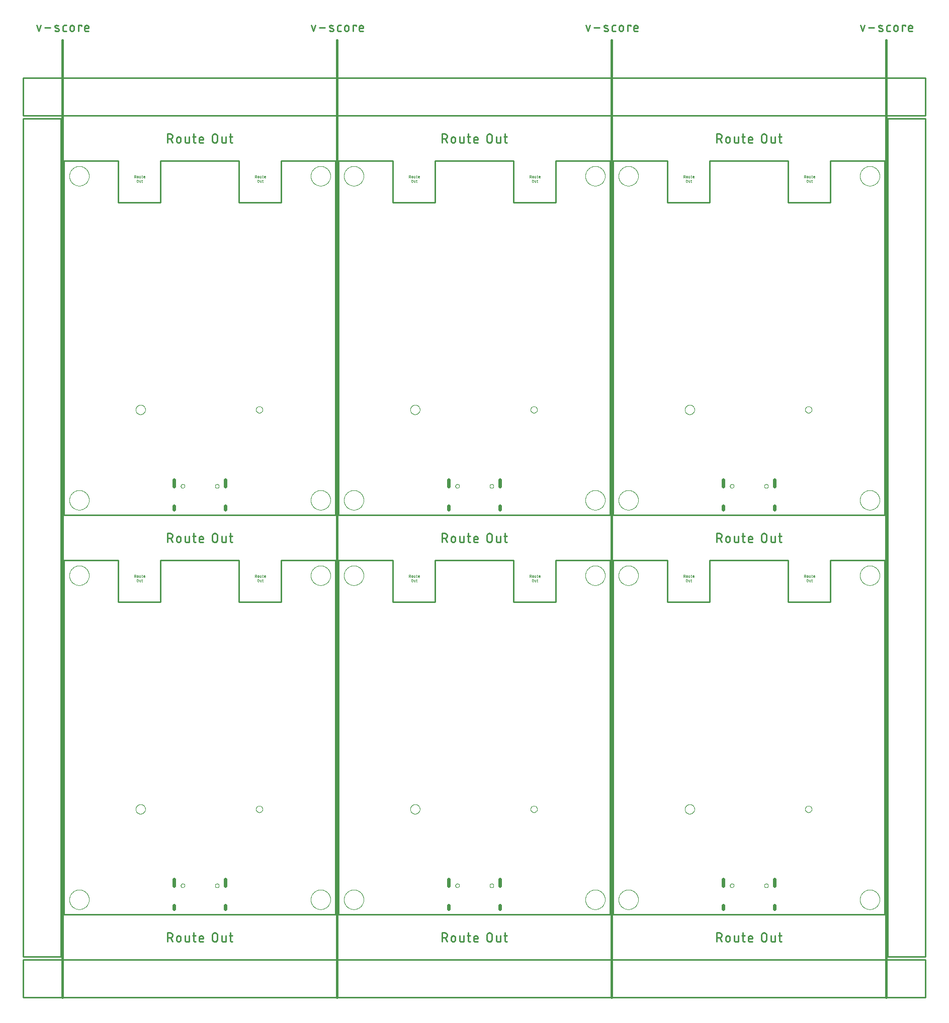
<source format=gko>
G04 EAGLE Gerber RS-274X export*
G75*
%MOMM*%
%FSLAX34Y34*%
%LPD*%
%IN*%
%IPPOS*%
%AMOC8*
5,1,8,0,0,1.08239X$1,22.5*%
G01*
%ADD10C,0.254000*%
%ADD11C,0.279400*%
%ADD12C,0.381000*%
%ADD13C,0.000000*%
%ADD14C,0.600000*%
%ADD15C,0.152400*%
%ADD16C,0.076200*%


D10*
X457200Y0D02*
X0Y0D01*
X0Y596900D01*
X91440Y596900D01*
X162560Y596900D02*
X294640Y596900D01*
X365760Y596900D02*
X457200Y596900D01*
X457200Y0D01*
X91440Y527050D02*
X91440Y596900D01*
X91440Y527050D02*
X162560Y527050D01*
X162560Y596900D01*
X294640Y596900D02*
X294640Y527050D01*
X365760Y527050D01*
X365760Y596900D01*
D11*
X174104Y-30607D02*
X174104Y-45593D01*
X174104Y-30607D02*
X178267Y-30607D01*
X178395Y-30609D01*
X178523Y-30615D01*
X178651Y-30625D01*
X178779Y-30639D01*
X178906Y-30656D01*
X179032Y-30678D01*
X179158Y-30703D01*
X179282Y-30733D01*
X179406Y-30766D01*
X179529Y-30803D01*
X179651Y-30844D01*
X179771Y-30888D01*
X179890Y-30936D01*
X180007Y-30988D01*
X180123Y-31043D01*
X180236Y-31102D01*
X180349Y-31165D01*
X180459Y-31231D01*
X180566Y-31300D01*
X180672Y-31372D01*
X180776Y-31448D01*
X180877Y-31527D01*
X180976Y-31609D01*
X181072Y-31694D01*
X181165Y-31781D01*
X181256Y-31872D01*
X181343Y-31965D01*
X181428Y-32061D01*
X181510Y-32160D01*
X181589Y-32261D01*
X181665Y-32365D01*
X181737Y-32471D01*
X181806Y-32578D01*
X181872Y-32689D01*
X181935Y-32801D01*
X181994Y-32914D01*
X182049Y-33030D01*
X182101Y-33147D01*
X182149Y-33266D01*
X182193Y-33386D01*
X182234Y-33508D01*
X182271Y-33631D01*
X182304Y-33755D01*
X182334Y-33879D01*
X182359Y-34005D01*
X182381Y-34131D01*
X182398Y-34258D01*
X182412Y-34386D01*
X182422Y-34514D01*
X182428Y-34642D01*
X182430Y-34770D01*
X182428Y-34898D01*
X182422Y-35026D01*
X182412Y-35154D01*
X182398Y-35282D01*
X182381Y-35409D01*
X182359Y-35535D01*
X182334Y-35661D01*
X182304Y-35785D01*
X182271Y-35909D01*
X182234Y-36032D01*
X182193Y-36154D01*
X182149Y-36274D01*
X182101Y-36393D01*
X182049Y-36510D01*
X181994Y-36626D01*
X181935Y-36739D01*
X181872Y-36852D01*
X181806Y-36962D01*
X181737Y-37069D01*
X181665Y-37175D01*
X181589Y-37279D01*
X181510Y-37380D01*
X181428Y-37479D01*
X181343Y-37575D01*
X181256Y-37668D01*
X181165Y-37759D01*
X181072Y-37846D01*
X180976Y-37931D01*
X180877Y-38013D01*
X180776Y-38092D01*
X180672Y-38168D01*
X180566Y-38240D01*
X180459Y-38309D01*
X180349Y-38375D01*
X180236Y-38438D01*
X180123Y-38497D01*
X180007Y-38552D01*
X179890Y-38604D01*
X179771Y-38652D01*
X179651Y-38696D01*
X179529Y-38737D01*
X179406Y-38774D01*
X179282Y-38807D01*
X179158Y-38837D01*
X179032Y-38862D01*
X178906Y-38884D01*
X178779Y-38901D01*
X178651Y-38915D01*
X178523Y-38925D01*
X178395Y-38931D01*
X178267Y-38933D01*
X174104Y-38933D01*
X179099Y-38933D02*
X182429Y-45593D01*
X189388Y-42263D02*
X189388Y-38933D01*
X189390Y-38819D01*
X189396Y-38706D01*
X189405Y-38592D01*
X189419Y-38480D01*
X189436Y-38367D01*
X189458Y-38255D01*
X189483Y-38145D01*
X189511Y-38035D01*
X189544Y-37926D01*
X189580Y-37818D01*
X189620Y-37711D01*
X189664Y-37606D01*
X189711Y-37503D01*
X189761Y-37401D01*
X189815Y-37301D01*
X189873Y-37203D01*
X189934Y-37107D01*
X189997Y-37013D01*
X190065Y-36921D01*
X190135Y-36831D01*
X190208Y-36745D01*
X190284Y-36660D01*
X190363Y-36578D01*
X190445Y-36499D01*
X190530Y-36423D01*
X190616Y-36350D01*
X190706Y-36280D01*
X190798Y-36212D01*
X190892Y-36149D01*
X190988Y-36088D01*
X191086Y-36030D01*
X191186Y-35976D01*
X191288Y-35926D01*
X191391Y-35879D01*
X191496Y-35835D01*
X191603Y-35795D01*
X191711Y-35759D01*
X191820Y-35726D01*
X191930Y-35698D01*
X192040Y-35673D01*
X192152Y-35651D01*
X192265Y-35634D01*
X192377Y-35620D01*
X192491Y-35611D01*
X192604Y-35605D01*
X192718Y-35603D01*
X192832Y-35605D01*
X192945Y-35611D01*
X193059Y-35620D01*
X193171Y-35634D01*
X193284Y-35651D01*
X193396Y-35673D01*
X193506Y-35698D01*
X193616Y-35726D01*
X193725Y-35759D01*
X193833Y-35795D01*
X193940Y-35835D01*
X194045Y-35879D01*
X194148Y-35926D01*
X194250Y-35976D01*
X194350Y-36030D01*
X194448Y-36088D01*
X194544Y-36149D01*
X194638Y-36212D01*
X194730Y-36280D01*
X194820Y-36350D01*
X194906Y-36423D01*
X194991Y-36499D01*
X195073Y-36578D01*
X195152Y-36660D01*
X195228Y-36745D01*
X195301Y-36831D01*
X195371Y-36921D01*
X195439Y-37013D01*
X195502Y-37107D01*
X195563Y-37203D01*
X195621Y-37301D01*
X195675Y-37401D01*
X195725Y-37503D01*
X195772Y-37606D01*
X195816Y-37711D01*
X195856Y-37818D01*
X195892Y-37926D01*
X195925Y-38035D01*
X195953Y-38145D01*
X195978Y-38255D01*
X196000Y-38367D01*
X196017Y-38480D01*
X196031Y-38592D01*
X196040Y-38706D01*
X196046Y-38819D01*
X196048Y-38933D01*
X196048Y-42263D01*
X196046Y-42377D01*
X196040Y-42490D01*
X196031Y-42604D01*
X196017Y-42716D01*
X196000Y-42829D01*
X195978Y-42941D01*
X195953Y-43051D01*
X195925Y-43161D01*
X195892Y-43270D01*
X195856Y-43378D01*
X195816Y-43485D01*
X195772Y-43590D01*
X195725Y-43693D01*
X195675Y-43795D01*
X195621Y-43895D01*
X195563Y-43993D01*
X195502Y-44089D01*
X195439Y-44183D01*
X195371Y-44275D01*
X195301Y-44365D01*
X195228Y-44451D01*
X195152Y-44536D01*
X195073Y-44618D01*
X194991Y-44697D01*
X194906Y-44773D01*
X194820Y-44846D01*
X194730Y-44916D01*
X194638Y-44984D01*
X194544Y-45047D01*
X194448Y-45108D01*
X194350Y-45166D01*
X194250Y-45220D01*
X194148Y-45270D01*
X194045Y-45317D01*
X193940Y-45361D01*
X193833Y-45401D01*
X193725Y-45437D01*
X193616Y-45470D01*
X193506Y-45498D01*
X193396Y-45523D01*
X193284Y-45545D01*
X193171Y-45562D01*
X193059Y-45576D01*
X192945Y-45585D01*
X192832Y-45591D01*
X192718Y-45593D01*
X192604Y-45591D01*
X192491Y-45585D01*
X192377Y-45576D01*
X192265Y-45562D01*
X192152Y-45545D01*
X192040Y-45523D01*
X191930Y-45498D01*
X191820Y-45470D01*
X191711Y-45437D01*
X191603Y-45401D01*
X191496Y-45361D01*
X191391Y-45317D01*
X191288Y-45270D01*
X191186Y-45220D01*
X191086Y-45166D01*
X190988Y-45108D01*
X190892Y-45047D01*
X190798Y-44984D01*
X190706Y-44916D01*
X190616Y-44846D01*
X190530Y-44773D01*
X190445Y-44697D01*
X190363Y-44618D01*
X190284Y-44536D01*
X190208Y-44451D01*
X190135Y-44365D01*
X190065Y-44275D01*
X189997Y-44183D01*
X189934Y-44089D01*
X189873Y-43993D01*
X189815Y-43895D01*
X189761Y-43795D01*
X189711Y-43693D01*
X189664Y-43590D01*
X189620Y-43485D01*
X189580Y-43378D01*
X189544Y-43270D01*
X189511Y-43161D01*
X189483Y-43051D01*
X189458Y-42941D01*
X189436Y-42829D01*
X189419Y-42716D01*
X189405Y-42604D01*
X189396Y-42490D01*
X189390Y-42377D01*
X189388Y-42263D01*
X203456Y-43095D02*
X203456Y-35602D01*
X203455Y-43095D02*
X203457Y-43193D01*
X203463Y-43291D01*
X203472Y-43389D01*
X203486Y-43486D01*
X203503Y-43582D01*
X203524Y-43678D01*
X203549Y-43773D01*
X203577Y-43867D01*
X203609Y-43960D01*
X203645Y-44051D01*
X203684Y-44141D01*
X203727Y-44229D01*
X203774Y-44316D01*
X203823Y-44400D01*
X203876Y-44483D01*
X203932Y-44563D01*
X203991Y-44642D01*
X204054Y-44717D01*
X204119Y-44791D01*
X204187Y-44861D01*
X204257Y-44929D01*
X204331Y-44995D01*
X204407Y-45057D01*
X204485Y-45116D01*
X204565Y-45172D01*
X204648Y-45225D01*
X204732Y-45275D01*
X204819Y-45321D01*
X204907Y-45364D01*
X204997Y-45403D01*
X205088Y-45439D01*
X205181Y-45471D01*
X205275Y-45499D01*
X205370Y-45524D01*
X205466Y-45545D01*
X205562Y-45562D01*
X205659Y-45576D01*
X205757Y-45585D01*
X205855Y-45591D01*
X205953Y-45593D01*
X210116Y-45593D01*
X210116Y-35602D01*
X216097Y-35602D02*
X221092Y-35602D01*
X217762Y-30607D02*
X217762Y-43095D01*
X217764Y-43193D01*
X217770Y-43291D01*
X217779Y-43389D01*
X217793Y-43486D01*
X217810Y-43582D01*
X217831Y-43678D01*
X217856Y-43773D01*
X217884Y-43867D01*
X217916Y-43960D01*
X217952Y-44051D01*
X217991Y-44141D01*
X218034Y-44229D01*
X218081Y-44316D01*
X218130Y-44400D01*
X218183Y-44483D01*
X218239Y-44563D01*
X218298Y-44642D01*
X218361Y-44717D01*
X218426Y-44791D01*
X218494Y-44861D01*
X218564Y-44929D01*
X218638Y-44995D01*
X218714Y-45057D01*
X218792Y-45116D01*
X218872Y-45172D01*
X218955Y-45225D01*
X219039Y-45275D01*
X219126Y-45321D01*
X219214Y-45364D01*
X219304Y-45403D01*
X219395Y-45439D01*
X219488Y-45471D01*
X219582Y-45499D01*
X219677Y-45524D01*
X219773Y-45545D01*
X219869Y-45562D01*
X219966Y-45576D01*
X220064Y-45585D01*
X220162Y-45591D01*
X220260Y-45593D01*
X221092Y-45593D01*
X229921Y-45593D02*
X234084Y-45593D01*
X229921Y-45593D02*
X229823Y-45591D01*
X229725Y-45585D01*
X229627Y-45576D01*
X229530Y-45562D01*
X229434Y-45545D01*
X229338Y-45524D01*
X229243Y-45499D01*
X229149Y-45471D01*
X229056Y-45439D01*
X228965Y-45403D01*
X228875Y-45364D01*
X228787Y-45321D01*
X228700Y-45274D01*
X228616Y-45225D01*
X228533Y-45172D01*
X228453Y-45116D01*
X228375Y-45057D01*
X228299Y-44995D01*
X228225Y-44929D01*
X228155Y-44861D01*
X228087Y-44791D01*
X228022Y-44717D01*
X227959Y-44642D01*
X227900Y-44563D01*
X227844Y-44483D01*
X227791Y-44400D01*
X227742Y-44316D01*
X227695Y-44229D01*
X227652Y-44141D01*
X227613Y-44051D01*
X227577Y-43960D01*
X227545Y-43867D01*
X227517Y-43773D01*
X227492Y-43678D01*
X227471Y-43582D01*
X227454Y-43486D01*
X227440Y-43389D01*
X227431Y-43291D01*
X227425Y-43193D01*
X227423Y-43095D01*
X227424Y-43095D02*
X227424Y-38933D01*
X227426Y-38819D01*
X227432Y-38706D01*
X227441Y-38592D01*
X227455Y-38480D01*
X227472Y-38367D01*
X227494Y-38255D01*
X227519Y-38145D01*
X227547Y-38035D01*
X227580Y-37926D01*
X227616Y-37818D01*
X227656Y-37711D01*
X227700Y-37606D01*
X227747Y-37503D01*
X227797Y-37401D01*
X227851Y-37301D01*
X227909Y-37203D01*
X227970Y-37107D01*
X228033Y-37013D01*
X228101Y-36921D01*
X228171Y-36831D01*
X228244Y-36745D01*
X228320Y-36660D01*
X228399Y-36578D01*
X228481Y-36499D01*
X228566Y-36423D01*
X228652Y-36350D01*
X228742Y-36280D01*
X228834Y-36212D01*
X228928Y-36149D01*
X229024Y-36088D01*
X229122Y-36030D01*
X229222Y-35976D01*
X229324Y-35926D01*
X229427Y-35879D01*
X229532Y-35835D01*
X229639Y-35795D01*
X229747Y-35759D01*
X229856Y-35726D01*
X229966Y-35698D01*
X230076Y-35673D01*
X230188Y-35651D01*
X230301Y-35634D01*
X230413Y-35620D01*
X230527Y-35611D01*
X230640Y-35605D01*
X230754Y-35603D01*
X230868Y-35605D01*
X230981Y-35611D01*
X231095Y-35620D01*
X231207Y-35634D01*
X231320Y-35651D01*
X231432Y-35673D01*
X231542Y-35698D01*
X231652Y-35726D01*
X231761Y-35759D01*
X231869Y-35795D01*
X231976Y-35835D01*
X232081Y-35879D01*
X232184Y-35926D01*
X232286Y-35976D01*
X232386Y-36030D01*
X232484Y-36088D01*
X232580Y-36149D01*
X232674Y-36212D01*
X232766Y-36280D01*
X232856Y-36350D01*
X232942Y-36423D01*
X233027Y-36499D01*
X233109Y-36578D01*
X233188Y-36660D01*
X233264Y-36745D01*
X233337Y-36831D01*
X233407Y-36921D01*
X233475Y-37013D01*
X233538Y-37107D01*
X233599Y-37203D01*
X233657Y-37301D01*
X233711Y-37401D01*
X233761Y-37503D01*
X233808Y-37606D01*
X233852Y-37711D01*
X233892Y-37818D01*
X233928Y-37926D01*
X233961Y-38035D01*
X233989Y-38145D01*
X234014Y-38255D01*
X234036Y-38367D01*
X234053Y-38480D01*
X234067Y-38592D01*
X234076Y-38706D01*
X234082Y-38819D01*
X234084Y-38933D01*
X234084Y-40598D01*
X227424Y-40598D01*
X249517Y-41430D02*
X249517Y-34770D01*
X249519Y-34642D01*
X249525Y-34514D01*
X249535Y-34386D01*
X249549Y-34258D01*
X249566Y-34131D01*
X249588Y-34005D01*
X249613Y-33879D01*
X249643Y-33755D01*
X249676Y-33631D01*
X249713Y-33508D01*
X249754Y-33386D01*
X249798Y-33266D01*
X249846Y-33147D01*
X249898Y-33030D01*
X249953Y-32914D01*
X250012Y-32801D01*
X250075Y-32688D01*
X250141Y-32578D01*
X250210Y-32471D01*
X250282Y-32365D01*
X250358Y-32261D01*
X250437Y-32160D01*
X250519Y-32061D01*
X250604Y-31965D01*
X250691Y-31872D01*
X250782Y-31781D01*
X250875Y-31694D01*
X250971Y-31609D01*
X251070Y-31527D01*
X251171Y-31448D01*
X251275Y-31372D01*
X251381Y-31300D01*
X251488Y-31231D01*
X251599Y-31165D01*
X251711Y-31102D01*
X251824Y-31043D01*
X251940Y-30988D01*
X252057Y-30936D01*
X252176Y-30888D01*
X252296Y-30844D01*
X252418Y-30803D01*
X252541Y-30766D01*
X252665Y-30733D01*
X252789Y-30703D01*
X252915Y-30678D01*
X253041Y-30656D01*
X253168Y-30639D01*
X253296Y-30625D01*
X253424Y-30615D01*
X253552Y-30609D01*
X253680Y-30607D01*
X253808Y-30609D01*
X253936Y-30615D01*
X254064Y-30625D01*
X254192Y-30639D01*
X254319Y-30656D01*
X254445Y-30678D01*
X254571Y-30703D01*
X254695Y-30733D01*
X254819Y-30766D01*
X254942Y-30803D01*
X255064Y-30844D01*
X255184Y-30888D01*
X255303Y-30936D01*
X255420Y-30988D01*
X255536Y-31043D01*
X255649Y-31102D01*
X255762Y-31165D01*
X255872Y-31231D01*
X255979Y-31300D01*
X256085Y-31372D01*
X256189Y-31448D01*
X256290Y-31527D01*
X256389Y-31609D01*
X256485Y-31694D01*
X256578Y-31781D01*
X256669Y-31872D01*
X256756Y-31965D01*
X256841Y-32061D01*
X256923Y-32160D01*
X257002Y-32261D01*
X257078Y-32365D01*
X257150Y-32471D01*
X257219Y-32578D01*
X257285Y-32689D01*
X257348Y-32801D01*
X257407Y-32914D01*
X257462Y-33030D01*
X257514Y-33147D01*
X257562Y-33266D01*
X257606Y-33386D01*
X257647Y-33508D01*
X257684Y-33631D01*
X257717Y-33755D01*
X257747Y-33879D01*
X257772Y-34005D01*
X257794Y-34131D01*
X257811Y-34258D01*
X257825Y-34386D01*
X257835Y-34514D01*
X257841Y-34642D01*
X257843Y-34770D01*
X257842Y-34770D02*
X257842Y-41430D01*
X257843Y-41430D02*
X257841Y-41558D01*
X257835Y-41686D01*
X257825Y-41814D01*
X257811Y-41942D01*
X257794Y-42069D01*
X257772Y-42195D01*
X257747Y-42321D01*
X257717Y-42445D01*
X257684Y-42569D01*
X257647Y-42692D01*
X257606Y-42814D01*
X257562Y-42934D01*
X257514Y-43053D01*
X257462Y-43170D01*
X257407Y-43286D01*
X257348Y-43399D01*
X257285Y-43512D01*
X257219Y-43622D01*
X257150Y-43729D01*
X257078Y-43835D01*
X257002Y-43939D01*
X256923Y-44040D01*
X256841Y-44139D01*
X256756Y-44235D01*
X256669Y-44328D01*
X256578Y-44419D01*
X256485Y-44506D01*
X256389Y-44591D01*
X256290Y-44673D01*
X256189Y-44752D01*
X256085Y-44828D01*
X255979Y-44900D01*
X255872Y-44969D01*
X255761Y-45035D01*
X255649Y-45098D01*
X255536Y-45157D01*
X255420Y-45212D01*
X255303Y-45264D01*
X255184Y-45312D01*
X255064Y-45356D01*
X254942Y-45397D01*
X254819Y-45434D01*
X254695Y-45467D01*
X254571Y-45497D01*
X254445Y-45522D01*
X254319Y-45544D01*
X254192Y-45561D01*
X254064Y-45575D01*
X253936Y-45585D01*
X253808Y-45591D01*
X253680Y-45593D01*
X253552Y-45591D01*
X253424Y-45585D01*
X253296Y-45575D01*
X253168Y-45561D01*
X253041Y-45544D01*
X252915Y-45522D01*
X252789Y-45497D01*
X252665Y-45467D01*
X252541Y-45434D01*
X252418Y-45397D01*
X252296Y-45356D01*
X252176Y-45312D01*
X252057Y-45264D01*
X251940Y-45212D01*
X251824Y-45157D01*
X251711Y-45098D01*
X251599Y-45035D01*
X251488Y-44969D01*
X251381Y-44900D01*
X251275Y-44828D01*
X251171Y-44752D01*
X251070Y-44673D01*
X250971Y-44591D01*
X250875Y-44506D01*
X250782Y-44419D01*
X250691Y-44328D01*
X250604Y-44235D01*
X250519Y-44139D01*
X250437Y-44040D01*
X250358Y-43939D01*
X250282Y-43835D01*
X250210Y-43729D01*
X250141Y-43622D01*
X250075Y-43511D01*
X250012Y-43399D01*
X249953Y-43286D01*
X249898Y-43170D01*
X249846Y-43053D01*
X249798Y-42934D01*
X249754Y-42814D01*
X249713Y-42692D01*
X249676Y-42569D01*
X249643Y-42445D01*
X249613Y-42321D01*
X249588Y-42195D01*
X249566Y-42069D01*
X249549Y-41942D01*
X249535Y-41814D01*
X249525Y-41686D01*
X249519Y-41558D01*
X249517Y-41430D01*
X265459Y-43095D02*
X265459Y-35602D01*
X265459Y-43095D02*
X265461Y-43193D01*
X265467Y-43291D01*
X265476Y-43389D01*
X265490Y-43486D01*
X265507Y-43582D01*
X265528Y-43678D01*
X265553Y-43773D01*
X265581Y-43867D01*
X265613Y-43960D01*
X265649Y-44051D01*
X265688Y-44141D01*
X265731Y-44229D01*
X265778Y-44316D01*
X265827Y-44400D01*
X265880Y-44483D01*
X265936Y-44563D01*
X265995Y-44642D01*
X266058Y-44717D01*
X266123Y-44791D01*
X266191Y-44861D01*
X266261Y-44929D01*
X266335Y-44995D01*
X266411Y-45057D01*
X266489Y-45116D01*
X266569Y-45172D01*
X266652Y-45225D01*
X266736Y-45275D01*
X266823Y-45321D01*
X266911Y-45364D01*
X267001Y-45403D01*
X267092Y-45439D01*
X267185Y-45471D01*
X267279Y-45499D01*
X267374Y-45524D01*
X267470Y-45545D01*
X267566Y-45562D01*
X267663Y-45576D01*
X267761Y-45585D01*
X267859Y-45591D01*
X267957Y-45593D01*
X272120Y-45593D01*
X272120Y-35602D01*
X278101Y-35602D02*
X283096Y-35602D01*
X279766Y-30607D02*
X279766Y-43095D01*
X279765Y-43095D02*
X279767Y-43193D01*
X279773Y-43291D01*
X279782Y-43389D01*
X279796Y-43486D01*
X279813Y-43582D01*
X279834Y-43678D01*
X279859Y-43773D01*
X279887Y-43867D01*
X279919Y-43960D01*
X279955Y-44051D01*
X279994Y-44141D01*
X280037Y-44229D01*
X280084Y-44316D01*
X280133Y-44400D01*
X280186Y-44483D01*
X280242Y-44563D01*
X280301Y-44642D01*
X280364Y-44717D01*
X280429Y-44791D01*
X280497Y-44861D01*
X280567Y-44929D01*
X280641Y-44995D01*
X280717Y-45057D01*
X280795Y-45116D01*
X280875Y-45172D01*
X280958Y-45225D01*
X281042Y-45275D01*
X281129Y-45321D01*
X281217Y-45364D01*
X281307Y-45403D01*
X281398Y-45439D01*
X281491Y-45471D01*
X281585Y-45499D01*
X281680Y-45524D01*
X281776Y-45545D01*
X281872Y-45562D01*
X281969Y-45576D01*
X282067Y-45585D01*
X282165Y-45591D01*
X282263Y-45593D01*
X282264Y-45593D02*
X283096Y-45593D01*
D10*
X462280Y0D02*
X919480Y0D01*
X462280Y0D02*
X462280Y596900D01*
X553720Y596900D01*
X624840Y596900D02*
X756920Y596900D01*
X828040Y596900D02*
X919480Y596900D01*
X919480Y0D01*
X553720Y527050D02*
X553720Y596900D01*
X553720Y527050D02*
X624840Y527050D01*
X624840Y596900D01*
X756920Y596900D02*
X756920Y527050D01*
X828040Y527050D01*
X828040Y596900D01*
D11*
X636384Y-30607D02*
X636384Y-45593D01*
X636384Y-30607D02*
X640547Y-30607D01*
X640675Y-30609D01*
X640803Y-30615D01*
X640931Y-30625D01*
X641059Y-30639D01*
X641186Y-30656D01*
X641312Y-30678D01*
X641438Y-30703D01*
X641562Y-30733D01*
X641686Y-30766D01*
X641809Y-30803D01*
X641931Y-30844D01*
X642051Y-30888D01*
X642170Y-30936D01*
X642287Y-30988D01*
X642403Y-31043D01*
X642516Y-31102D01*
X642629Y-31165D01*
X642739Y-31231D01*
X642846Y-31300D01*
X642952Y-31372D01*
X643056Y-31448D01*
X643157Y-31527D01*
X643256Y-31609D01*
X643352Y-31694D01*
X643445Y-31781D01*
X643536Y-31872D01*
X643623Y-31965D01*
X643708Y-32061D01*
X643790Y-32160D01*
X643869Y-32261D01*
X643945Y-32365D01*
X644017Y-32471D01*
X644086Y-32578D01*
X644152Y-32689D01*
X644215Y-32801D01*
X644274Y-32914D01*
X644329Y-33030D01*
X644381Y-33147D01*
X644429Y-33266D01*
X644473Y-33386D01*
X644514Y-33508D01*
X644551Y-33631D01*
X644584Y-33755D01*
X644614Y-33879D01*
X644639Y-34005D01*
X644661Y-34131D01*
X644678Y-34258D01*
X644692Y-34386D01*
X644702Y-34514D01*
X644708Y-34642D01*
X644710Y-34770D01*
X644708Y-34898D01*
X644702Y-35026D01*
X644692Y-35154D01*
X644678Y-35282D01*
X644661Y-35409D01*
X644639Y-35535D01*
X644614Y-35661D01*
X644584Y-35785D01*
X644551Y-35909D01*
X644514Y-36032D01*
X644473Y-36154D01*
X644429Y-36274D01*
X644381Y-36393D01*
X644329Y-36510D01*
X644274Y-36626D01*
X644215Y-36739D01*
X644152Y-36852D01*
X644086Y-36962D01*
X644017Y-37069D01*
X643945Y-37175D01*
X643869Y-37279D01*
X643790Y-37380D01*
X643708Y-37479D01*
X643623Y-37575D01*
X643536Y-37668D01*
X643445Y-37759D01*
X643352Y-37846D01*
X643256Y-37931D01*
X643157Y-38013D01*
X643056Y-38092D01*
X642952Y-38168D01*
X642846Y-38240D01*
X642739Y-38309D01*
X642629Y-38375D01*
X642516Y-38438D01*
X642403Y-38497D01*
X642287Y-38552D01*
X642170Y-38604D01*
X642051Y-38652D01*
X641931Y-38696D01*
X641809Y-38737D01*
X641686Y-38774D01*
X641562Y-38807D01*
X641438Y-38837D01*
X641312Y-38862D01*
X641186Y-38884D01*
X641059Y-38901D01*
X640931Y-38915D01*
X640803Y-38925D01*
X640675Y-38931D01*
X640547Y-38933D01*
X636384Y-38933D01*
X641379Y-38933D02*
X644709Y-45593D01*
X651668Y-42263D02*
X651668Y-38933D01*
X651670Y-38819D01*
X651676Y-38706D01*
X651685Y-38592D01*
X651699Y-38480D01*
X651716Y-38367D01*
X651738Y-38255D01*
X651763Y-38145D01*
X651791Y-38035D01*
X651824Y-37926D01*
X651860Y-37818D01*
X651900Y-37711D01*
X651944Y-37606D01*
X651991Y-37503D01*
X652041Y-37401D01*
X652095Y-37301D01*
X652153Y-37203D01*
X652214Y-37107D01*
X652277Y-37013D01*
X652345Y-36921D01*
X652415Y-36831D01*
X652488Y-36745D01*
X652564Y-36660D01*
X652643Y-36578D01*
X652725Y-36499D01*
X652810Y-36423D01*
X652896Y-36350D01*
X652986Y-36280D01*
X653078Y-36212D01*
X653172Y-36149D01*
X653268Y-36088D01*
X653366Y-36030D01*
X653466Y-35976D01*
X653568Y-35926D01*
X653671Y-35879D01*
X653776Y-35835D01*
X653883Y-35795D01*
X653991Y-35759D01*
X654100Y-35726D01*
X654210Y-35698D01*
X654320Y-35673D01*
X654432Y-35651D01*
X654545Y-35634D01*
X654657Y-35620D01*
X654771Y-35611D01*
X654884Y-35605D01*
X654998Y-35603D01*
X655112Y-35605D01*
X655225Y-35611D01*
X655339Y-35620D01*
X655451Y-35634D01*
X655564Y-35651D01*
X655676Y-35673D01*
X655786Y-35698D01*
X655896Y-35726D01*
X656005Y-35759D01*
X656113Y-35795D01*
X656220Y-35835D01*
X656325Y-35879D01*
X656428Y-35926D01*
X656530Y-35976D01*
X656630Y-36030D01*
X656728Y-36088D01*
X656824Y-36149D01*
X656918Y-36212D01*
X657010Y-36280D01*
X657100Y-36350D01*
X657186Y-36423D01*
X657271Y-36499D01*
X657353Y-36578D01*
X657432Y-36660D01*
X657508Y-36745D01*
X657581Y-36831D01*
X657651Y-36921D01*
X657719Y-37013D01*
X657782Y-37107D01*
X657843Y-37203D01*
X657901Y-37301D01*
X657955Y-37401D01*
X658005Y-37503D01*
X658052Y-37606D01*
X658096Y-37711D01*
X658136Y-37818D01*
X658172Y-37926D01*
X658205Y-38035D01*
X658233Y-38145D01*
X658258Y-38255D01*
X658280Y-38367D01*
X658297Y-38480D01*
X658311Y-38592D01*
X658320Y-38706D01*
X658326Y-38819D01*
X658328Y-38933D01*
X658328Y-42263D01*
X658326Y-42377D01*
X658320Y-42490D01*
X658311Y-42604D01*
X658297Y-42716D01*
X658280Y-42829D01*
X658258Y-42941D01*
X658233Y-43051D01*
X658205Y-43161D01*
X658172Y-43270D01*
X658136Y-43378D01*
X658096Y-43485D01*
X658052Y-43590D01*
X658005Y-43693D01*
X657955Y-43795D01*
X657901Y-43895D01*
X657843Y-43993D01*
X657782Y-44089D01*
X657719Y-44183D01*
X657651Y-44275D01*
X657581Y-44365D01*
X657508Y-44451D01*
X657432Y-44536D01*
X657353Y-44618D01*
X657271Y-44697D01*
X657186Y-44773D01*
X657100Y-44846D01*
X657010Y-44916D01*
X656918Y-44984D01*
X656824Y-45047D01*
X656728Y-45108D01*
X656630Y-45166D01*
X656530Y-45220D01*
X656428Y-45270D01*
X656325Y-45317D01*
X656220Y-45361D01*
X656113Y-45401D01*
X656005Y-45437D01*
X655896Y-45470D01*
X655786Y-45498D01*
X655676Y-45523D01*
X655564Y-45545D01*
X655451Y-45562D01*
X655339Y-45576D01*
X655225Y-45585D01*
X655112Y-45591D01*
X654998Y-45593D01*
X654884Y-45591D01*
X654771Y-45585D01*
X654657Y-45576D01*
X654545Y-45562D01*
X654432Y-45545D01*
X654320Y-45523D01*
X654210Y-45498D01*
X654100Y-45470D01*
X653991Y-45437D01*
X653883Y-45401D01*
X653776Y-45361D01*
X653671Y-45317D01*
X653568Y-45270D01*
X653466Y-45220D01*
X653366Y-45166D01*
X653268Y-45108D01*
X653172Y-45047D01*
X653078Y-44984D01*
X652986Y-44916D01*
X652896Y-44846D01*
X652810Y-44773D01*
X652725Y-44697D01*
X652643Y-44618D01*
X652564Y-44536D01*
X652488Y-44451D01*
X652415Y-44365D01*
X652345Y-44275D01*
X652277Y-44183D01*
X652214Y-44089D01*
X652153Y-43993D01*
X652095Y-43895D01*
X652041Y-43795D01*
X651991Y-43693D01*
X651944Y-43590D01*
X651900Y-43485D01*
X651860Y-43378D01*
X651824Y-43270D01*
X651791Y-43161D01*
X651763Y-43051D01*
X651738Y-42941D01*
X651716Y-42829D01*
X651699Y-42716D01*
X651685Y-42604D01*
X651676Y-42490D01*
X651670Y-42377D01*
X651668Y-42263D01*
X665736Y-43095D02*
X665736Y-35602D01*
X665735Y-43095D02*
X665737Y-43193D01*
X665743Y-43291D01*
X665752Y-43389D01*
X665766Y-43486D01*
X665783Y-43582D01*
X665804Y-43678D01*
X665829Y-43773D01*
X665857Y-43867D01*
X665889Y-43960D01*
X665925Y-44051D01*
X665964Y-44141D01*
X666007Y-44229D01*
X666054Y-44316D01*
X666103Y-44400D01*
X666156Y-44483D01*
X666212Y-44563D01*
X666271Y-44642D01*
X666334Y-44717D01*
X666399Y-44791D01*
X666467Y-44861D01*
X666537Y-44929D01*
X666611Y-44995D01*
X666687Y-45057D01*
X666765Y-45116D01*
X666845Y-45172D01*
X666928Y-45225D01*
X667012Y-45275D01*
X667099Y-45321D01*
X667187Y-45364D01*
X667277Y-45403D01*
X667368Y-45439D01*
X667461Y-45471D01*
X667555Y-45499D01*
X667650Y-45524D01*
X667746Y-45545D01*
X667842Y-45562D01*
X667939Y-45576D01*
X668037Y-45585D01*
X668135Y-45591D01*
X668233Y-45593D01*
X672396Y-45593D01*
X672396Y-35602D01*
X678377Y-35602D02*
X683372Y-35602D01*
X680042Y-30607D02*
X680042Y-43095D01*
X680044Y-43193D01*
X680050Y-43291D01*
X680059Y-43389D01*
X680073Y-43486D01*
X680090Y-43582D01*
X680111Y-43678D01*
X680136Y-43773D01*
X680164Y-43867D01*
X680196Y-43960D01*
X680232Y-44051D01*
X680271Y-44141D01*
X680314Y-44229D01*
X680361Y-44316D01*
X680410Y-44400D01*
X680463Y-44483D01*
X680519Y-44563D01*
X680578Y-44642D01*
X680641Y-44717D01*
X680706Y-44791D01*
X680774Y-44861D01*
X680844Y-44929D01*
X680918Y-44995D01*
X680994Y-45057D01*
X681072Y-45116D01*
X681152Y-45172D01*
X681235Y-45225D01*
X681319Y-45275D01*
X681406Y-45321D01*
X681494Y-45364D01*
X681584Y-45403D01*
X681675Y-45439D01*
X681768Y-45471D01*
X681862Y-45499D01*
X681957Y-45524D01*
X682053Y-45545D01*
X682149Y-45562D01*
X682246Y-45576D01*
X682344Y-45585D01*
X682442Y-45591D01*
X682540Y-45593D01*
X683372Y-45593D01*
X692201Y-45593D02*
X696364Y-45593D01*
X692201Y-45593D02*
X692103Y-45591D01*
X692005Y-45585D01*
X691907Y-45576D01*
X691810Y-45562D01*
X691714Y-45545D01*
X691618Y-45524D01*
X691523Y-45499D01*
X691429Y-45471D01*
X691336Y-45439D01*
X691245Y-45403D01*
X691155Y-45364D01*
X691067Y-45321D01*
X690980Y-45274D01*
X690896Y-45225D01*
X690813Y-45172D01*
X690733Y-45116D01*
X690655Y-45057D01*
X690579Y-44995D01*
X690505Y-44929D01*
X690435Y-44861D01*
X690367Y-44791D01*
X690302Y-44717D01*
X690239Y-44642D01*
X690180Y-44563D01*
X690124Y-44483D01*
X690071Y-44400D01*
X690022Y-44316D01*
X689975Y-44229D01*
X689932Y-44141D01*
X689893Y-44051D01*
X689857Y-43960D01*
X689825Y-43867D01*
X689797Y-43773D01*
X689772Y-43678D01*
X689751Y-43582D01*
X689734Y-43486D01*
X689720Y-43389D01*
X689711Y-43291D01*
X689705Y-43193D01*
X689703Y-43095D01*
X689704Y-43095D02*
X689704Y-38933D01*
X689706Y-38819D01*
X689712Y-38706D01*
X689721Y-38592D01*
X689735Y-38480D01*
X689752Y-38367D01*
X689774Y-38255D01*
X689799Y-38145D01*
X689827Y-38035D01*
X689860Y-37926D01*
X689896Y-37818D01*
X689936Y-37711D01*
X689980Y-37606D01*
X690027Y-37503D01*
X690077Y-37401D01*
X690131Y-37301D01*
X690189Y-37203D01*
X690250Y-37107D01*
X690313Y-37013D01*
X690381Y-36921D01*
X690451Y-36831D01*
X690524Y-36745D01*
X690600Y-36660D01*
X690679Y-36578D01*
X690761Y-36499D01*
X690846Y-36423D01*
X690932Y-36350D01*
X691022Y-36280D01*
X691114Y-36212D01*
X691208Y-36149D01*
X691304Y-36088D01*
X691402Y-36030D01*
X691502Y-35976D01*
X691604Y-35926D01*
X691707Y-35879D01*
X691812Y-35835D01*
X691919Y-35795D01*
X692027Y-35759D01*
X692136Y-35726D01*
X692246Y-35698D01*
X692356Y-35673D01*
X692468Y-35651D01*
X692581Y-35634D01*
X692693Y-35620D01*
X692807Y-35611D01*
X692920Y-35605D01*
X693034Y-35603D01*
X693148Y-35605D01*
X693261Y-35611D01*
X693375Y-35620D01*
X693487Y-35634D01*
X693600Y-35651D01*
X693712Y-35673D01*
X693822Y-35698D01*
X693932Y-35726D01*
X694041Y-35759D01*
X694149Y-35795D01*
X694256Y-35835D01*
X694361Y-35879D01*
X694464Y-35926D01*
X694566Y-35976D01*
X694666Y-36030D01*
X694764Y-36088D01*
X694860Y-36149D01*
X694954Y-36212D01*
X695046Y-36280D01*
X695136Y-36350D01*
X695222Y-36423D01*
X695307Y-36499D01*
X695389Y-36578D01*
X695468Y-36660D01*
X695544Y-36745D01*
X695617Y-36831D01*
X695687Y-36921D01*
X695755Y-37013D01*
X695818Y-37107D01*
X695879Y-37203D01*
X695937Y-37301D01*
X695991Y-37401D01*
X696041Y-37503D01*
X696088Y-37606D01*
X696132Y-37711D01*
X696172Y-37818D01*
X696208Y-37926D01*
X696241Y-38035D01*
X696269Y-38145D01*
X696294Y-38255D01*
X696316Y-38367D01*
X696333Y-38480D01*
X696347Y-38592D01*
X696356Y-38706D01*
X696362Y-38819D01*
X696364Y-38933D01*
X696364Y-40598D01*
X689704Y-40598D01*
X711797Y-41430D02*
X711797Y-34770D01*
X711799Y-34642D01*
X711805Y-34514D01*
X711815Y-34386D01*
X711829Y-34258D01*
X711846Y-34131D01*
X711868Y-34005D01*
X711893Y-33879D01*
X711923Y-33755D01*
X711956Y-33631D01*
X711993Y-33508D01*
X712034Y-33386D01*
X712078Y-33266D01*
X712126Y-33147D01*
X712178Y-33030D01*
X712233Y-32914D01*
X712292Y-32801D01*
X712355Y-32688D01*
X712421Y-32578D01*
X712490Y-32471D01*
X712562Y-32365D01*
X712638Y-32261D01*
X712717Y-32160D01*
X712799Y-32061D01*
X712884Y-31965D01*
X712971Y-31872D01*
X713062Y-31781D01*
X713155Y-31694D01*
X713251Y-31609D01*
X713350Y-31527D01*
X713451Y-31448D01*
X713555Y-31372D01*
X713661Y-31300D01*
X713768Y-31231D01*
X713879Y-31165D01*
X713991Y-31102D01*
X714104Y-31043D01*
X714220Y-30988D01*
X714337Y-30936D01*
X714456Y-30888D01*
X714576Y-30844D01*
X714698Y-30803D01*
X714821Y-30766D01*
X714945Y-30733D01*
X715069Y-30703D01*
X715195Y-30678D01*
X715321Y-30656D01*
X715448Y-30639D01*
X715576Y-30625D01*
X715704Y-30615D01*
X715832Y-30609D01*
X715960Y-30607D01*
X716088Y-30609D01*
X716216Y-30615D01*
X716344Y-30625D01*
X716472Y-30639D01*
X716599Y-30656D01*
X716725Y-30678D01*
X716851Y-30703D01*
X716975Y-30733D01*
X717099Y-30766D01*
X717222Y-30803D01*
X717344Y-30844D01*
X717464Y-30888D01*
X717583Y-30936D01*
X717700Y-30988D01*
X717816Y-31043D01*
X717929Y-31102D01*
X718042Y-31165D01*
X718152Y-31231D01*
X718259Y-31300D01*
X718365Y-31372D01*
X718469Y-31448D01*
X718570Y-31527D01*
X718669Y-31609D01*
X718765Y-31694D01*
X718858Y-31781D01*
X718949Y-31872D01*
X719036Y-31965D01*
X719121Y-32061D01*
X719203Y-32160D01*
X719282Y-32261D01*
X719358Y-32365D01*
X719430Y-32471D01*
X719499Y-32578D01*
X719565Y-32689D01*
X719628Y-32801D01*
X719687Y-32914D01*
X719742Y-33030D01*
X719794Y-33147D01*
X719842Y-33266D01*
X719886Y-33386D01*
X719927Y-33508D01*
X719964Y-33631D01*
X719997Y-33755D01*
X720027Y-33879D01*
X720052Y-34005D01*
X720074Y-34131D01*
X720091Y-34258D01*
X720105Y-34386D01*
X720115Y-34514D01*
X720121Y-34642D01*
X720123Y-34770D01*
X720122Y-34770D02*
X720122Y-41430D01*
X720123Y-41430D02*
X720121Y-41558D01*
X720115Y-41686D01*
X720105Y-41814D01*
X720091Y-41942D01*
X720074Y-42069D01*
X720052Y-42195D01*
X720027Y-42321D01*
X719997Y-42445D01*
X719964Y-42569D01*
X719927Y-42692D01*
X719886Y-42814D01*
X719842Y-42934D01*
X719794Y-43053D01*
X719742Y-43170D01*
X719687Y-43286D01*
X719628Y-43399D01*
X719565Y-43512D01*
X719499Y-43622D01*
X719430Y-43729D01*
X719358Y-43835D01*
X719282Y-43939D01*
X719203Y-44040D01*
X719121Y-44139D01*
X719036Y-44235D01*
X718949Y-44328D01*
X718858Y-44419D01*
X718765Y-44506D01*
X718669Y-44591D01*
X718570Y-44673D01*
X718469Y-44752D01*
X718365Y-44828D01*
X718259Y-44900D01*
X718152Y-44969D01*
X718042Y-45035D01*
X717929Y-45098D01*
X717816Y-45157D01*
X717700Y-45212D01*
X717583Y-45264D01*
X717464Y-45312D01*
X717344Y-45356D01*
X717222Y-45397D01*
X717099Y-45434D01*
X716975Y-45467D01*
X716851Y-45497D01*
X716725Y-45522D01*
X716599Y-45544D01*
X716472Y-45561D01*
X716344Y-45575D01*
X716216Y-45585D01*
X716088Y-45591D01*
X715960Y-45593D01*
X715832Y-45591D01*
X715704Y-45585D01*
X715576Y-45575D01*
X715448Y-45561D01*
X715321Y-45544D01*
X715195Y-45522D01*
X715069Y-45497D01*
X714945Y-45467D01*
X714821Y-45434D01*
X714698Y-45397D01*
X714576Y-45356D01*
X714456Y-45312D01*
X714337Y-45264D01*
X714220Y-45212D01*
X714104Y-45157D01*
X713991Y-45098D01*
X713879Y-45035D01*
X713768Y-44969D01*
X713661Y-44900D01*
X713555Y-44828D01*
X713451Y-44752D01*
X713350Y-44673D01*
X713251Y-44591D01*
X713155Y-44506D01*
X713062Y-44419D01*
X712971Y-44328D01*
X712884Y-44235D01*
X712799Y-44139D01*
X712717Y-44040D01*
X712638Y-43939D01*
X712562Y-43835D01*
X712490Y-43729D01*
X712421Y-43622D01*
X712355Y-43511D01*
X712292Y-43399D01*
X712233Y-43286D01*
X712178Y-43170D01*
X712126Y-43053D01*
X712078Y-42934D01*
X712034Y-42814D01*
X711993Y-42692D01*
X711956Y-42569D01*
X711923Y-42445D01*
X711893Y-42321D01*
X711868Y-42195D01*
X711846Y-42069D01*
X711829Y-41942D01*
X711815Y-41814D01*
X711805Y-41686D01*
X711799Y-41558D01*
X711797Y-41430D01*
X727739Y-43095D02*
X727739Y-35602D01*
X727739Y-43095D02*
X727741Y-43193D01*
X727747Y-43291D01*
X727756Y-43389D01*
X727770Y-43486D01*
X727787Y-43582D01*
X727808Y-43678D01*
X727833Y-43773D01*
X727861Y-43867D01*
X727893Y-43960D01*
X727929Y-44051D01*
X727968Y-44141D01*
X728011Y-44229D01*
X728058Y-44316D01*
X728107Y-44400D01*
X728160Y-44483D01*
X728216Y-44563D01*
X728275Y-44642D01*
X728338Y-44717D01*
X728403Y-44791D01*
X728471Y-44861D01*
X728541Y-44929D01*
X728615Y-44995D01*
X728691Y-45057D01*
X728769Y-45116D01*
X728849Y-45172D01*
X728932Y-45225D01*
X729016Y-45275D01*
X729103Y-45321D01*
X729191Y-45364D01*
X729281Y-45403D01*
X729372Y-45439D01*
X729465Y-45471D01*
X729559Y-45499D01*
X729654Y-45524D01*
X729750Y-45545D01*
X729846Y-45562D01*
X729943Y-45576D01*
X730041Y-45585D01*
X730139Y-45591D01*
X730237Y-45593D01*
X734400Y-45593D01*
X734400Y-35602D01*
X740381Y-35602D02*
X745376Y-35602D01*
X742046Y-30607D02*
X742046Y-43095D01*
X742045Y-43095D02*
X742047Y-43193D01*
X742053Y-43291D01*
X742062Y-43389D01*
X742076Y-43486D01*
X742093Y-43582D01*
X742114Y-43678D01*
X742139Y-43773D01*
X742167Y-43867D01*
X742199Y-43960D01*
X742235Y-44051D01*
X742274Y-44141D01*
X742317Y-44229D01*
X742364Y-44316D01*
X742413Y-44400D01*
X742466Y-44483D01*
X742522Y-44563D01*
X742581Y-44642D01*
X742644Y-44717D01*
X742709Y-44791D01*
X742777Y-44861D01*
X742847Y-44929D01*
X742921Y-44995D01*
X742997Y-45057D01*
X743075Y-45116D01*
X743155Y-45172D01*
X743238Y-45225D01*
X743322Y-45275D01*
X743409Y-45321D01*
X743497Y-45364D01*
X743587Y-45403D01*
X743678Y-45439D01*
X743771Y-45471D01*
X743865Y-45499D01*
X743960Y-45524D01*
X744056Y-45545D01*
X744152Y-45562D01*
X744249Y-45576D01*
X744347Y-45585D01*
X744445Y-45591D01*
X744543Y-45593D01*
X744544Y-45593D02*
X745376Y-45593D01*
D10*
X924560Y0D02*
X1381760Y0D01*
X924560Y0D02*
X924560Y596900D01*
X1016000Y596900D01*
X1087120Y596900D02*
X1219200Y596900D01*
X1290320Y596900D02*
X1381760Y596900D01*
X1381760Y0D01*
X1016000Y527050D02*
X1016000Y596900D01*
X1016000Y527050D02*
X1087120Y527050D01*
X1087120Y596900D01*
X1219200Y596900D02*
X1219200Y527050D01*
X1290320Y527050D01*
X1290320Y596900D01*
D11*
X1098664Y-30607D02*
X1098664Y-45593D01*
X1098664Y-30607D02*
X1102827Y-30607D01*
X1102955Y-30609D01*
X1103083Y-30615D01*
X1103211Y-30625D01*
X1103339Y-30639D01*
X1103466Y-30656D01*
X1103592Y-30678D01*
X1103718Y-30703D01*
X1103842Y-30733D01*
X1103966Y-30766D01*
X1104089Y-30803D01*
X1104211Y-30844D01*
X1104331Y-30888D01*
X1104450Y-30936D01*
X1104567Y-30988D01*
X1104683Y-31043D01*
X1104796Y-31102D01*
X1104909Y-31165D01*
X1105019Y-31231D01*
X1105126Y-31300D01*
X1105232Y-31372D01*
X1105336Y-31448D01*
X1105437Y-31527D01*
X1105536Y-31609D01*
X1105632Y-31694D01*
X1105725Y-31781D01*
X1105816Y-31872D01*
X1105903Y-31965D01*
X1105988Y-32061D01*
X1106070Y-32160D01*
X1106149Y-32261D01*
X1106225Y-32365D01*
X1106297Y-32471D01*
X1106366Y-32578D01*
X1106432Y-32689D01*
X1106495Y-32801D01*
X1106554Y-32914D01*
X1106609Y-33030D01*
X1106661Y-33147D01*
X1106709Y-33266D01*
X1106753Y-33386D01*
X1106794Y-33508D01*
X1106831Y-33631D01*
X1106864Y-33755D01*
X1106894Y-33879D01*
X1106919Y-34005D01*
X1106941Y-34131D01*
X1106958Y-34258D01*
X1106972Y-34386D01*
X1106982Y-34514D01*
X1106988Y-34642D01*
X1106990Y-34770D01*
X1106988Y-34898D01*
X1106982Y-35026D01*
X1106972Y-35154D01*
X1106958Y-35282D01*
X1106941Y-35409D01*
X1106919Y-35535D01*
X1106894Y-35661D01*
X1106864Y-35785D01*
X1106831Y-35909D01*
X1106794Y-36032D01*
X1106753Y-36154D01*
X1106709Y-36274D01*
X1106661Y-36393D01*
X1106609Y-36510D01*
X1106554Y-36626D01*
X1106495Y-36739D01*
X1106432Y-36852D01*
X1106366Y-36962D01*
X1106297Y-37069D01*
X1106225Y-37175D01*
X1106149Y-37279D01*
X1106070Y-37380D01*
X1105988Y-37479D01*
X1105903Y-37575D01*
X1105816Y-37668D01*
X1105725Y-37759D01*
X1105632Y-37846D01*
X1105536Y-37931D01*
X1105437Y-38013D01*
X1105336Y-38092D01*
X1105232Y-38168D01*
X1105126Y-38240D01*
X1105019Y-38309D01*
X1104909Y-38375D01*
X1104796Y-38438D01*
X1104683Y-38497D01*
X1104567Y-38552D01*
X1104450Y-38604D01*
X1104331Y-38652D01*
X1104211Y-38696D01*
X1104089Y-38737D01*
X1103966Y-38774D01*
X1103842Y-38807D01*
X1103718Y-38837D01*
X1103592Y-38862D01*
X1103466Y-38884D01*
X1103339Y-38901D01*
X1103211Y-38915D01*
X1103083Y-38925D01*
X1102955Y-38931D01*
X1102827Y-38933D01*
X1098664Y-38933D01*
X1103659Y-38933D02*
X1106989Y-45593D01*
X1113948Y-42263D02*
X1113948Y-38933D01*
X1113950Y-38819D01*
X1113956Y-38706D01*
X1113965Y-38592D01*
X1113979Y-38480D01*
X1113996Y-38367D01*
X1114018Y-38255D01*
X1114043Y-38145D01*
X1114071Y-38035D01*
X1114104Y-37926D01*
X1114140Y-37818D01*
X1114180Y-37711D01*
X1114224Y-37606D01*
X1114271Y-37503D01*
X1114321Y-37401D01*
X1114375Y-37301D01*
X1114433Y-37203D01*
X1114494Y-37107D01*
X1114557Y-37013D01*
X1114625Y-36921D01*
X1114695Y-36831D01*
X1114768Y-36745D01*
X1114844Y-36660D01*
X1114923Y-36578D01*
X1115005Y-36499D01*
X1115090Y-36423D01*
X1115176Y-36350D01*
X1115266Y-36280D01*
X1115358Y-36212D01*
X1115452Y-36149D01*
X1115548Y-36088D01*
X1115646Y-36030D01*
X1115746Y-35976D01*
X1115848Y-35926D01*
X1115951Y-35879D01*
X1116056Y-35835D01*
X1116163Y-35795D01*
X1116271Y-35759D01*
X1116380Y-35726D01*
X1116490Y-35698D01*
X1116600Y-35673D01*
X1116712Y-35651D01*
X1116825Y-35634D01*
X1116937Y-35620D01*
X1117051Y-35611D01*
X1117164Y-35605D01*
X1117278Y-35603D01*
X1117392Y-35605D01*
X1117505Y-35611D01*
X1117619Y-35620D01*
X1117731Y-35634D01*
X1117844Y-35651D01*
X1117956Y-35673D01*
X1118066Y-35698D01*
X1118176Y-35726D01*
X1118285Y-35759D01*
X1118393Y-35795D01*
X1118500Y-35835D01*
X1118605Y-35879D01*
X1118708Y-35926D01*
X1118810Y-35976D01*
X1118910Y-36030D01*
X1119008Y-36088D01*
X1119104Y-36149D01*
X1119198Y-36212D01*
X1119290Y-36280D01*
X1119380Y-36350D01*
X1119466Y-36423D01*
X1119551Y-36499D01*
X1119633Y-36578D01*
X1119712Y-36660D01*
X1119788Y-36745D01*
X1119861Y-36831D01*
X1119931Y-36921D01*
X1119999Y-37013D01*
X1120062Y-37107D01*
X1120123Y-37203D01*
X1120181Y-37301D01*
X1120235Y-37401D01*
X1120285Y-37503D01*
X1120332Y-37606D01*
X1120376Y-37711D01*
X1120416Y-37818D01*
X1120452Y-37926D01*
X1120485Y-38035D01*
X1120513Y-38145D01*
X1120538Y-38255D01*
X1120560Y-38367D01*
X1120577Y-38480D01*
X1120591Y-38592D01*
X1120600Y-38706D01*
X1120606Y-38819D01*
X1120608Y-38933D01*
X1120608Y-42263D01*
X1120606Y-42377D01*
X1120600Y-42490D01*
X1120591Y-42604D01*
X1120577Y-42716D01*
X1120560Y-42829D01*
X1120538Y-42941D01*
X1120513Y-43051D01*
X1120485Y-43161D01*
X1120452Y-43270D01*
X1120416Y-43378D01*
X1120376Y-43485D01*
X1120332Y-43590D01*
X1120285Y-43693D01*
X1120235Y-43795D01*
X1120181Y-43895D01*
X1120123Y-43993D01*
X1120062Y-44089D01*
X1119999Y-44183D01*
X1119931Y-44275D01*
X1119861Y-44365D01*
X1119788Y-44451D01*
X1119712Y-44536D01*
X1119633Y-44618D01*
X1119551Y-44697D01*
X1119466Y-44773D01*
X1119380Y-44846D01*
X1119290Y-44916D01*
X1119198Y-44984D01*
X1119104Y-45047D01*
X1119008Y-45108D01*
X1118910Y-45166D01*
X1118810Y-45220D01*
X1118708Y-45270D01*
X1118605Y-45317D01*
X1118500Y-45361D01*
X1118393Y-45401D01*
X1118285Y-45437D01*
X1118176Y-45470D01*
X1118066Y-45498D01*
X1117956Y-45523D01*
X1117844Y-45545D01*
X1117731Y-45562D01*
X1117619Y-45576D01*
X1117505Y-45585D01*
X1117392Y-45591D01*
X1117278Y-45593D01*
X1117164Y-45591D01*
X1117051Y-45585D01*
X1116937Y-45576D01*
X1116825Y-45562D01*
X1116712Y-45545D01*
X1116600Y-45523D01*
X1116490Y-45498D01*
X1116380Y-45470D01*
X1116271Y-45437D01*
X1116163Y-45401D01*
X1116056Y-45361D01*
X1115951Y-45317D01*
X1115848Y-45270D01*
X1115746Y-45220D01*
X1115646Y-45166D01*
X1115548Y-45108D01*
X1115452Y-45047D01*
X1115358Y-44984D01*
X1115266Y-44916D01*
X1115176Y-44846D01*
X1115090Y-44773D01*
X1115005Y-44697D01*
X1114923Y-44618D01*
X1114844Y-44536D01*
X1114768Y-44451D01*
X1114695Y-44365D01*
X1114625Y-44275D01*
X1114557Y-44183D01*
X1114494Y-44089D01*
X1114433Y-43993D01*
X1114375Y-43895D01*
X1114321Y-43795D01*
X1114271Y-43693D01*
X1114224Y-43590D01*
X1114180Y-43485D01*
X1114140Y-43378D01*
X1114104Y-43270D01*
X1114071Y-43161D01*
X1114043Y-43051D01*
X1114018Y-42941D01*
X1113996Y-42829D01*
X1113979Y-42716D01*
X1113965Y-42604D01*
X1113956Y-42490D01*
X1113950Y-42377D01*
X1113948Y-42263D01*
X1128016Y-43095D02*
X1128016Y-35602D01*
X1128015Y-43095D02*
X1128017Y-43193D01*
X1128023Y-43291D01*
X1128032Y-43389D01*
X1128046Y-43486D01*
X1128063Y-43582D01*
X1128084Y-43678D01*
X1128109Y-43773D01*
X1128137Y-43867D01*
X1128169Y-43960D01*
X1128205Y-44051D01*
X1128244Y-44141D01*
X1128287Y-44229D01*
X1128334Y-44316D01*
X1128383Y-44400D01*
X1128436Y-44483D01*
X1128492Y-44563D01*
X1128551Y-44642D01*
X1128614Y-44717D01*
X1128679Y-44791D01*
X1128747Y-44861D01*
X1128817Y-44929D01*
X1128891Y-44995D01*
X1128967Y-45057D01*
X1129045Y-45116D01*
X1129125Y-45172D01*
X1129208Y-45225D01*
X1129292Y-45275D01*
X1129379Y-45321D01*
X1129467Y-45364D01*
X1129557Y-45403D01*
X1129648Y-45439D01*
X1129741Y-45471D01*
X1129835Y-45499D01*
X1129930Y-45524D01*
X1130026Y-45545D01*
X1130122Y-45562D01*
X1130219Y-45576D01*
X1130317Y-45585D01*
X1130415Y-45591D01*
X1130513Y-45593D01*
X1134676Y-45593D01*
X1134676Y-35602D01*
X1140657Y-35602D02*
X1145652Y-35602D01*
X1142322Y-30607D02*
X1142322Y-43095D01*
X1142324Y-43193D01*
X1142330Y-43291D01*
X1142339Y-43389D01*
X1142353Y-43486D01*
X1142370Y-43582D01*
X1142391Y-43678D01*
X1142416Y-43773D01*
X1142444Y-43867D01*
X1142476Y-43960D01*
X1142512Y-44051D01*
X1142551Y-44141D01*
X1142594Y-44229D01*
X1142641Y-44316D01*
X1142690Y-44400D01*
X1142743Y-44483D01*
X1142799Y-44563D01*
X1142858Y-44642D01*
X1142921Y-44717D01*
X1142986Y-44791D01*
X1143054Y-44861D01*
X1143124Y-44929D01*
X1143198Y-44995D01*
X1143274Y-45057D01*
X1143352Y-45116D01*
X1143432Y-45172D01*
X1143515Y-45225D01*
X1143599Y-45275D01*
X1143686Y-45321D01*
X1143774Y-45364D01*
X1143864Y-45403D01*
X1143955Y-45439D01*
X1144048Y-45471D01*
X1144142Y-45499D01*
X1144237Y-45524D01*
X1144333Y-45545D01*
X1144429Y-45562D01*
X1144526Y-45576D01*
X1144624Y-45585D01*
X1144722Y-45591D01*
X1144820Y-45593D01*
X1145652Y-45593D01*
X1154481Y-45593D02*
X1158644Y-45593D01*
X1154481Y-45593D02*
X1154383Y-45591D01*
X1154285Y-45585D01*
X1154187Y-45576D01*
X1154090Y-45562D01*
X1153994Y-45545D01*
X1153898Y-45524D01*
X1153803Y-45499D01*
X1153709Y-45471D01*
X1153616Y-45439D01*
X1153525Y-45403D01*
X1153435Y-45364D01*
X1153347Y-45321D01*
X1153260Y-45274D01*
X1153176Y-45225D01*
X1153093Y-45172D01*
X1153013Y-45116D01*
X1152935Y-45057D01*
X1152859Y-44995D01*
X1152785Y-44929D01*
X1152715Y-44861D01*
X1152647Y-44791D01*
X1152582Y-44717D01*
X1152519Y-44642D01*
X1152460Y-44563D01*
X1152404Y-44483D01*
X1152351Y-44400D01*
X1152302Y-44316D01*
X1152255Y-44229D01*
X1152212Y-44141D01*
X1152173Y-44051D01*
X1152137Y-43960D01*
X1152105Y-43867D01*
X1152077Y-43773D01*
X1152052Y-43678D01*
X1152031Y-43582D01*
X1152014Y-43486D01*
X1152000Y-43389D01*
X1151991Y-43291D01*
X1151985Y-43193D01*
X1151983Y-43095D01*
X1151984Y-43095D02*
X1151984Y-38933D01*
X1151986Y-38819D01*
X1151992Y-38706D01*
X1152001Y-38592D01*
X1152015Y-38480D01*
X1152032Y-38367D01*
X1152054Y-38255D01*
X1152079Y-38145D01*
X1152107Y-38035D01*
X1152140Y-37926D01*
X1152176Y-37818D01*
X1152216Y-37711D01*
X1152260Y-37606D01*
X1152307Y-37503D01*
X1152357Y-37401D01*
X1152411Y-37301D01*
X1152469Y-37203D01*
X1152530Y-37107D01*
X1152593Y-37013D01*
X1152661Y-36921D01*
X1152731Y-36831D01*
X1152804Y-36745D01*
X1152880Y-36660D01*
X1152959Y-36578D01*
X1153041Y-36499D01*
X1153126Y-36423D01*
X1153212Y-36350D01*
X1153302Y-36280D01*
X1153394Y-36212D01*
X1153488Y-36149D01*
X1153584Y-36088D01*
X1153682Y-36030D01*
X1153782Y-35976D01*
X1153884Y-35926D01*
X1153987Y-35879D01*
X1154092Y-35835D01*
X1154199Y-35795D01*
X1154307Y-35759D01*
X1154416Y-35726D01*
X1154526Y-35698D01*
X1154636Y-35673D01*
X1154748Y-35651D01*
X1154861Y-35634D01*
X1154973Y-35620D01*
X1155087Y-35611D01*
X1155200Y-35605D01*
X1155314Y-35603D01*
X1155428Y-35605D01*
X1155541Y-35611D01*
X1155655Y-35620D01*
X1155767Y-35634D01*
X1155880Y-35651D01*
X1155992Y-35673D01*
X1156102Y-35698D01*
X1156212Y-35726D01*
X1156321Y-35759D01*
X1156429Y-35795D01*
X1156536Y-35835D01*
X1156641Y-35879D01*
X1156744Y-35926D01*
X1156846Y-35976D01*
X1156946Y-36030D01*
X1157044Y-36088D01*
X1157140Y-36149D01*
X1157234Y-36212D01*
X1157326Y-36280D01*
X1157416Y-36350D01*
X1157502Y-36423D01*
X1157587Y-36499D01*
X1157669Y-36578D01*
X1157748Y-36660D01*
X1157824Y-36745D01*
X1157897Y-36831D01*
X1157967Y-36921D01*
X1158035Y-37013D01*
X1158098Y-37107D01*
X1158159Y-37203D01*
X1158217Y-37301D01*
X1158271Y-37401D01*
X1158321Y-37503D01*
X1158368Y-37606D01*
X1158412Y-37711D01*
X1158452Y-37818D01*
X1158488Y-37926D01*
X1158521Y-38035D01*
X1158549Y-38145D01*
X1158574Y-38255D01*
X1158596Y-38367D01*
X1158613Y-38480D01*
X1158627Y-38592D01*
X1158636Y-38706D01*
X1158642Y-38819D01*
X1158644Y-38933D01*
X1158644Y-40598D01*
X1151984Y-40598D01*
X1174077Y-41430D02*
X1174077Y-34770D01*
X1174079Y-34642D01*
X1174085Y-34514D01*
X1174095Y-34386D01*
X1174109Y-34258D01*
X1174126Y-34131D01*
X1174148Y-34005D01*
X1174173Y-33879D01*
X1174203Y-33755D01*
X1174236Y-33631D01*
X1174273Y-33508D01*
X1174314Y-33386D01*
X1174358Y-33266D01*
X1174406Y-33147D01*
X1174458Y-33030D01*
X1174513Y-32914D01*
X1174572Y-32801D01*
X1174635Y-32688D01*
X1174701Y-32578D01*
X1174770Y-32471D01*
X1174842Y-32365D01*
X1174918Y-32261D01*
X1174997Y-32160D01*
X1175079Y-32061D01*
X1175164Y-31965D01*
X1175251Y-31872D01*
X1175342Y-31781D01*
X1175435Y-31694D01*
X1175531Y-31609D01*
X1175630Y-31527D01*
X1175731Y-31448D01*
X1175835Y-31372D01*
X1175941Y-31300D01*
X1176048Y-31231D01*
X1176159Y-31165D01*
X1176271Y-31102D01*
X1176384Y-31043D01*
X1176500Y-30988D01*
X1176617Y-30936D01*
X1176736Y-30888D01*
X1176856Y-30844D01*
X1176978Y-30803D01*
X1177101Y-30766D01*
X1177225Y-30733D01*
X1177349Y-30703D01*
X1177475Y-30678D01*
X1177601Y-30656D01*
X1177728Y-30639D01*
X1177856Y-30625D01*
X1177984Y-30615D01*
X1178112Y-30609D01*
X1178240Y-30607D01*
X1178368Y-30609D01*
X1178496Y-30615D01*
X1178624Y-30625D01*
X1178752Y-30639D01*
X1178879Y-30656D01*
X1179005Y-30678D01*
X1179131Y-30703D01*
X1179255Y-30733D01*
X1179379Y-30766D01*
X1179502Y-30803D01*
X1179624Y-30844D01*
X1179744Y-30888D01*
X1179863Y-30936D01*
X1179980Y-30988D01*
X1180096Y-31043D01*
X1180209Y-31102D01*
X1180322Y-31165D01*
X1180432Y-31231D01*
X1180539Y-31300D01*
X1180645Y-31372D01*
X1180749Y-31448D01*
X1180850Y-31527D01*
X1180949Y-31609D01*
X1181045Y-31694D01*
X1181138Y-31781D01*
X1181229Y-31872D01*
X1181316Y-31965D01*
X1181401Y-32061D01*
X1181483Y-32160D01*
X1181562Y-32261D01*
X1181638Y-32365D01*
X1181710Y-32471D01*
X1181779Y-32578D01*
X1181845Y-32689D01*
X1181908Y-32801D01*
X1181967Y-32914D01*
X1182022Y-33030D01*
X1182074Y-33147D01*
X1182122Y-33266D01*
X1182166Y-33386D01*
X1182207Y-33508D01*
X1182244Y-33631D01*
X1182277Y-33755D01*
X1182307Y-33879D01*
X1182332Y-34005D01*
X1182354Y-34131D01*
X1182371Y-34258D01*
X1182385Y-34386D01*
X1182395Y-34514D01*
X1182401Y-34642D01*
X1182403Y-34770D01*
X1182402Y-34770D02*
X1182402Y-41430D01*
X1182403Y-41430D02*
X1182401Y-41558D01*
X1182395Y-41686D01*
X1182385Y-41814D01*
X1182371Y-41942D01*
X1182354Y-42069D01*
X1182332Y-42195D01*
X1182307Y-42321D01*
X1182277Y-42445D01*
X1182244Y-42569D01*
X1182207Y-42692D01*
X1182166Y-42814D01*
X1182122Y-42934D01*
X1182074Y-43053D01*
X1182022Y-43170D01*
X1181967Y-43286D01*
X1181908Y-43399D01*
X1181845Y-43512D01*
X1181779Y-43622D01*
X1181710Y-43729D01*
X1181638Y-43835D01*
X1181562Y-43939D01*
X1181483Y-44040D01*
X1181401Y-44139D01*
X1181316Y-44235D01*
X1181229Y-44328D01*
X1181138Y-44419D01*
X1181045Y-44506D01*
X1180949Y-44591D01*
X1180850Y-44673D01*
X1180749Y-44752D01*
X1180645Y-44828D01*
X1180539Y-44900D01*
X1180432Y-44969D01*
X1180322Y-45035D01*
X1180209Y-45098D01*
X1180096Y-45157D01*
X1179980Y-45212D01*
X1179863Y-45264D01*
X1179744Y-45312D01*
X1179624Y-45356D01*
X1179502Y-45397D01*
X1179379Y-45434D01*
X1179255Y-45467D01*
X1179131Y-45497D01*
X1179005Y-45522D01*
X1178879Y-45544D01*
X1178752Y-45561D01*
X1178624Y-45575D01*
X1178496Y-45585D01*
X1178368Y-45591D01*
X1178240Y-45593D01*
X1178112Y-45591D01*
X1177984Y-45585D01*
X1177856Y-45575D01*
X1177728Y-45561D01*
X1177601Y-45544D01*
X1177475Y-45522D01*
X1177349Y-45497D01*
X1177225Y-45467D01*
X1177101Y-45434D01*
X1176978Y-45397D01*
X1176856Y-45356D01*
X1176736Y-45312D01*
X1176617Y-45264D01*
X1176500Y-45212D01*
X1176384Y-45157D01*
X1176271Y-45098D01*
X1176159Y-45035D01*
X1176048Y-44969D01*
X1175941Y-44900D01*
X1175835Y-44828D01*
X1175731Y-44752D01*
X1175630Y-44673D01*
X1175531Y-44591D01*
X1175435Y-44506D01*
X1175342Y-44419D01*
X1175251Y-44328D01*
X1175164Y-44235D01*
X1175079Y-44139D01*
X1174997Y-44040D01*
X1174918Y-43939D01*
X1174842Y-43835D01*
X1174770Y-43729D01*
X1174701Y-43622D01*
X1174635Y-43511D01*
X1174572Y-43399D01*
X1174513Y-43286D01*
X1174458Y-43170D01*
X1174406Y-43053D01*
X1174358Y-42934D01*
X1174314Y-42814D01*
X1174273Y-42692D01*
X1174236Y-42569D01*
X1174203Y-42445D01*
X1174173Y-42321D01*
X1174148Y-42195D01*
X1174126Y-42069D01*
X1174109Y-41942D01*
X1174095Y-41814D01*
X1174085Y-41686D01*
X1174079Y-41558D01*
X1174077Y-41430D01*
X1190019Y-43095D02*
X1190019Y-35602D01*
X1190019Y-43095D02*
X1190021Y-43193D01*
X1190027Y-43291D01*
X1190036Y-43389D01*
X1190050Y-43486D01*
X1190067Y-43582D01*
X1190088Y-43678D01*
X1190113Y-43773D01*
X1190141Y-43867D01*
X1190173Y-43960D01*
X1190209Y-44051D01*
X1190248Y-44141D01*
X1190291Y-44229D01*
X1190338Y-44316D01*
X1190387Y-44400D01*
X1190440Y-44483D01*
X1190496Y-44563D01*
X1190555Y-44642D01*
X1190618Y-44717D01*
X1190683Y-44791D01*
X1190751Y-44861D01*
X1190821Y-44929D01*
X1190895Y-44995D01*
X1190971Y-45057D01*
X1191049Y-45116D01*
X1191129Y-45172D01*
X1191212Y-45225D01*
X1191296Y-45275D01*
X1191383Y-45321D01*
X1191471Y-45364D01*
X1191561Y-45403D01*
X1191652Y-45439D01*
X1191745Y-45471D01*
X1191839Y-45499D01*
X1191934Y-45524D01*
X1192030Y-45545D01*
X1192126Y-45562D01*
X1192223Y-45576D01*
X1192321Y-45585D01*
X1192419Y-45591D01*
X1192517Y-45593D01*
X1196680Y-45593D01*
X1196680Y-35602D01*
X1202661Y-35602D02*
X1207656Y-35602D01*
X1204326Y-30607D02*
X1204326Y-43095D01*
X1204325Y-43095D02*
X1204327Y-43193D01*
X1204333Y-43291D01*
X1204342Y-43389D01*
X1204356Y-43486D01*
X1204373Y-43582D01*
X1204394Y-43678D01*
X1204419Y-43773D01*
X1204447Y-43867D01*
X1204479Y-43960D01*
X1204515Y-44051D01*
X1204554Y-44141D01*
X1204597Y-44229D01*
X1204644Y-44316D01*
X1204693Y-44400D01*
X1204746Y-44483D01*
X1204802Y-44563D01*
X1204861Y-44642D01*
X1204924Y-44717D01*
X1204989Y-44791D01*
X1205057Y-44861D01*
X1205127Y-44929D01*
X1205201Y-44995D01*
X1205277Y-45057D01*
X1205355Y-45116D01*
X1205435Y-45172D01*
X1205518Y-45225D01*
X1205602Y-45275D01*
X1205689Y-45321D01*
X1205777Y-45364D01*
X1205867Y-45403D01*
X1205958Y-45439D01*
X1206051Y-45471D01*
X1206145Y-45499D01*
X1206240Y-45524D01*
X1206336Y-45545D01*
X1206432Y-45562D01*
X1206529Y-45576D01*
X1206627Y-45585D01*
X1206725Y-45591D01*
X1206823Y-45593D01*
X1206824Y-45593D02*
X1207656Y-45593D01*
D10*
X457200Y673100D02*
X0Y673100D01*
X0Y1270000D01*
X91440Y1270000D01*
X162560Y1270000D02*
X294640Y1270000D01*
X365760Y1270000D02*
X457200Y1270000D01*
X457200Y673100D01*
X91440Y1200150D02*
X91440Y1270000D01*
X91440Y1200150D02*
X162560Y1200150D01*
X162560Y1270000D01*
X294640Y1270000D02*
X294640Y1200150D01*
X365760Y1200150D01*
X365760Y1270000D01*
D11*
X174104Y642493D02*
X174104Y627507D01*
X174104Y642493D02*
X178267Y642493D01*
X178395Y642491D01*
X178523Y642485D01*
X178651Y642475D01*
X178779Y642461D01*
X178906Y642444D01*
X179032Y642422D01*
X179158Y642397D01*
X179282Y642367D01*
X179406Y642334D01*
X179529Y642297D01*
X179651Y642256D01*
X179771Y642212D01*
X179890Y642164D01*
X180007Y642112D01*
X180123Y642057D01*
X180236Y641998D01*
X180349Y641935D01*
X180459Y641869D01*
X180566Y641800D01*
X180672Y641728D01*
X180776Y641652D01*
X180877Y641573D01*
X180976Y641491D01*
X181072Y641406D01*
X181165Y641319D01*
X181256Y641228D01*
X181343Y641135D01*
X181428Y641039D01*
X181510Y640940D01*
X181589Y640839D01*
X181665Y640735D01*
X181737Y640629D01*
X181806Y640522D01*
X181872Y640412D01*
X181935Y640299D01*
X181994Y640186D01*
X182049Y640070D01*
X182101Y639953D01*
X182149Y639834D01*
X182193Y639714D01*
X182234Y639592D01*
X182271Y639469D01*
X182304Y639345D01*
X182334Y639221D01*
X182359Y639095D01*
X182381Y638969D01*
X182398Y638842D01*
X182412Y638714D01*
X182422Y638586D01*
X182428Y638458D01*
X182430Y638330D01*
X182428Y638202D01*
X182422Y638074D01*
X182412Y637946D01*
X182398Y637818D01*
X182381Y637691D01*
X182359Y637565D01*
X182334Y637439D01*
X182304Y637315D01*
X182271Y637191D01*
X182234Y637068D01*
X182193Y636946D01*
X182149Y636826D01*
X182101Y636707D01*
X182049Y636590D01*
X181994Y636474D01*
X181935Y636361D01*
X181872Y636249D01*
X181806Y636138D01*
X181737Y636031D01*
X181665Y635925D01*
X181589Y635821D01*
X181510Y635720D01*
X181428Y635621D01*
X181343Y635525D01*
X181256Y635432D01*
X181165Y635341D01*
X181072Y635254D01*
X180976Y635169D01*
X180877Y635087D01*
X180776Y635008D01*
X180672Y634932D01*
X180566Y634860D01*
X180459Y634791D01*
X180349Y634725D01*
X180236Y634662D01*
X180123Y634603D01*
X180007Y634548D01*
X179890Y634496D01*
X179771Y634448D01*
X179651Y634404D01*
X179529Y634363D01*
X179406Y634326D01*
X179282Y634293D01*
X179158Y634263D01*
X179032Y634238D01*
X178906Y634216D01*
X178779Y634199D01*
X178651Y634185D01*
X178523Y634175D01*
X178395Y634169D01*
X178267Y634167D01*
X174104Y634167D01*
X179099Y634167D02*
X182429Y627507D01*
X189388Y630837D02*
X189388Y634167D01*
X189390Y634281D01*
X189396Y634394D01*
X189405Y634508D01*
X189419Y634620D01*
X189436Y634733D01*
X189458Y634845D01*
X189483Y634955D01*
X189511Y635065D01*
X189544Y635174D01*
X189580Y635282D01*
X189620Y635389D01*
X189664Y635494D01*
X189711Y635597D01*
X189761Y635699D01*
X189815Y635799D01*
X189873Y635897D01*
X189934Y635993D01*
X189997Y636087D01*
X190065Y636179D01*
X190135Y636269D01*
X190208Y636355D01*
X190284Y636440D01*
X190363Y636522D01*
X190445Y636601D01*
X190530Y636677D01*
X190616Y636750D01*
X190706Y636820D01*
X190798Y636888D01*
X190892Y636951D01*
X190988Y637012D01*
X191086Y637070D01*
X191186Y637124D01*
X191288Y637174D01*
X191391Y637221D01*
X191496Y637265D01*
X191603Y637305D01*
X191711Y637341D01*
X191820Y637374D01*
X191930Y637402D01*
X192040Y637427D01*
X192152Y637449D01*
X192265Y637466D01*
X192377Y637480D01*
X192491Y637489D01*
X192604Y637495D01*
X192718Y637497D01*
X192832Y637495D01*
X192945Y637489D01*
X193059Y637480D01*
X193171Y637466D01*
X193284Y637449D01*
X193396Y637427D01*
X193506Y637402D01*
X193616Y637374D01*
X193725Y637341D01*
X193833Y637305D01*
X193940Y637265D01*
X194045Y637221D01*
X194148Y637174D01*
X194250Y637124D01*
X194350Y637070D01*
X194448Y637012D01*
X194544Y636951D01*
X194638Y636888D01*
X194730Y636820D01*
X194820Y636750D01*
X194906Y636677D01*
X194991Y636601D01*
X195073Y636522D01*
X195152Y636440D01*
X195228Y636355D01*
X195301Y636269D01*
X195371Y636179D01*
X195439Y636087D01*
X195502Y635993D01*
X195563Y635897D01*
X195621Y635799D01*
X195675Y635699D01*
X195725Y635597D01*
X195772Y635494D01*
X195816Y635389D01*
X195856Y635282D01*
X195892Y635174D01*
X195925Y635065D01*
X195953Y634955D01*
X195978Y634845D01*
X196000Y634733D01*
X196017Y634620D01*
X196031Y634508D01*
X196040Y634394D01*
X196046Y634281D01*
X196048Y634167D01*
X196048Y630837D01*
X196046Y630723D01*
X196040Y630610D01*
X196031Y630496D01*
X196017Y630384D01*
X196000Y630271D01*
X195978Y630159D01*
X195953Y630049D01*
X195925Y629939D01*
X195892Y629830D01*
X195856Y629722D01*
X195816Y629615D01*
X195772Y629510D01*
X195725Y629407D01*
X195675Y629305D01*
X195621Y629205D01*
X195563Y629107D01*
X195502Y629011D01*
X195439Y628917D01*
X195371Y628825D01*
X195301Y628735D01*
X195228Y628649D01*
X195152Y628564D01*
X195073Y628482D01*
X194991Y628403D01*
X194906Y628327D01*
X194820Y628254D01*
X194730Y628184D01*
X194638Y628116D01*
X194544Y628053D01*
X194448Y627992D01*
X194350Y627934D01*
X194250Y627880D01*
X194148Y627830D01*
X194045Y627783D01*
X193940Y627739D01*
X193833Y627699D01*
X193725Y627663D01*
X193616Y627630D01*
X193506Y627602D01*
X193396Y627577D01*
X193284Y627555D01*
X193171Y627538D01*
X193059Y627524D01*
X192945Y627515D01*
X192832Y627509D01*
X192718Y627507D01*
X192604Y627509D01*
X192491Y627515D01*
X192377Y627524D01*
X192265Y627538D01*
X192152Y627555D01*
X192040Y627577D01*
X191930Y627602D01*
X191820Y627630D01*
X191711Y627663D01*
X191603Y627699D01*
X191496Y627739D01*
X191391Y627783D01*
X191288Y627830D01*
X191186Y627880D01*
X191086Y627934D01*
X190988Y627992D01*
X190892Y628053D01*
X190798Y628116D01*
X190706Y628184D01*
X190616Y628254D01*
X190530Y628327D01*
X190445Y628403D01*
X190363Y628482D01*
X190284Y628564D01*
X190208Y628649D01*
X190135Y628735D01*
X190065Y628825D01*
X189997Y628917D01*
X189934Y629011D01*
X189873Y629107D01*
X189815Y629205D01*
X189761Y629305D01*
X189711Y629407D01*
X189664Y629510D01*
X189620Y629615D01*
X189580Y629722D01*
X189544Y629830D01*
X189511Y629939D01*
X189483Y630049D01*
X189458Y630159D01*
X189436Y630271D01*
X189419Y630384D01*
X189405Y630496D01*
X189396Y630610D01*
X189390Y630723D01*
X189388Y630837D01*
X203456Y630005D02*
X203456Y637498D01*
X203455Y630005D02*
X203457Y629907D01*
X203463Y629809D01*
X203472Y629711D01*
X203486Y629614D01*
X203503Y629518D01*
X203524Y629422D01*
X203549Y629327D01*
X203577Y629233D01*
X203609Y629140D01*
X203645Y629049D01*
X203684Y628959D01*
X203727Y628871D01*
X203774Y628784D01*
X203823Y628700D01*
X203876Y628617D01*
X203932Y628537D01*
X203991Y628459D01*
X204054Y628383D01*
X204119Y628309D01*
X204187Y628239D01*
X204257Y628171D01*
X204331Y628106D01*
X204407Y628043D01*
X204485Y627984D01*
X204565Y627928D01*
X204648Y627875D01*
X204732Y627826D01*
X204819Y627779D01*
X204907Y627736D01*
X204997Y627697D01*
X205088Y627661D01*
X205181Y627629D01*
X205275Y627601D01*
X205370Y627576D01*
X205466Y627555D01*
X205562Y627538D01*
X205659Y627524D01*
X205757Y627515D01*
X205855Y627509D01*
X205953Y627507D01*
X210116Y627507D01*
X210116Y637498D01*
X216097Y637498D02*
X221092Y637498D01*
X217762Y642493D02*
X217762Y630005D01*
X217764Y629907D01*
X217770Y629809D01*
X217779Y629711D01*
X217793Y629614D01*
X217810Y629518D01*
X217831Y629422D01*
X217856Y629327D01*
X217884Y629233D01*
X217916Y629140D01*
X217952Y629049D01*
X217991Y628959D01*
X218034Y628871D01*
X218081Y628784D01*
X218130Y628700D01*
X218183Y628617D01*
X218239Y628537D01*
X218298Y628459D01*
X218361Y628383D01*
X218426Y628309D01*
X218494Y628239D01*
X218564Y628171D01*
X218638Y628106D01*
X218714Y628043D01*
X218792Y627984D01*
X218872Y627928D01*
X218955Y627875D01*
X219039Y627826D01*
X219126Y627779D01*
X219214Y627736D01*
X219304Y627697D01*
X219395Y627661D01*
X219488Y627629D01*
X219582Y627601D01*
X219677Y627576D01*
X219773Y627555D01*
X219869Y627538D01*
X219966Y627524D01*
X220064Y627515D01*
X220162Y627509D01*
X220260Y627507D01*
X221092Y627507D01*
X229921Y627507D02*
X234084Y627507D01*
X229921Y627507D02*
X229823Y627509D01*
X229725Y627515D01*
X229627Y627524D01*
X229530Y627538D01*
X229434Y627555D01*
X229338Y627576D01*
X229243Y627601D01*
X229149Y627629D01*
X229056Y627661D01*
X228965Y627697D01*
X228875Y627736D01*
X228787Y627779D01*
X228700Y627826D01*
X228616Y627875D01*
X228533Y627928D01*
X228453Y627984D01*
X228375Y628043D01*
X228299Y628106D01*
X228225Y628171D01*
X228155Y628239D01*
X228087Y628309D01*
X228022Y628383D01*
X227959Y628459D01*
X227900Y628537D01*
X227844Y628617D01*
X227791Y628700D01*
X227742Y628784D01*
X227695Y628871D01*
X227652Y628959D01*
X227613Y629049D01*
X227577Y629140D01*
X227545Y629233D01*
X227517Y629327D01*
X227492Y629422D01*
X227471Y629518D01*
X227454Y629614D01*
X227440Y629711D01*
X227431Y629809D01*
X227425Y629907D01*
X227423Y630005D01*
X227424Y630005D02*
X227424Y634167D01*
X227426Y634281D01*
X227432Y634394D01*
X227441Y634508D01*
X227455Y634620D01*
X227472Y634733D01*
X227494Y634845D01*
X227519Y634955D01*
X227547Y635065D01*
X227580Y635174D01*
X227616Y635282D01*
X227656Y635389D01*
X227700Y635494D01*
X227747Y635597D01*
X227797Y635699D01*
X227851Y635799D01*
X227909Y635897D01*
X227970Y635993D01*
X228033Y636087D01*
X228101Y636179D01*
X228171Y636269D01*
X228244Y636355D01*
X228320Y636440D01*
X228399Y636522D01*
X228481Y636601D01*
X228566Y636677D01*
X228652Y636750D01*
X228742Y636820D01*
X228834Y636888D01*
X228928Y636951D01*
X229024Y637012D01*
X229122Y637070D01*
X229222Y637124D01*
X229324Y637174D01*
X229427Y637221D01*
X229532Y637265D01*
X229639Y637305D01*
X229747Y637341D01*
X229856Y637374D01*
X229966Y637402D01*
X230076Y637427D01*
X230188Y637449D01*
X230301Y637466D01*
X230413Y637480D01*
X230527Y637489D01*
X230640Y637495D01*
X230754Y637497D01*
X230868Y637495D01*
X230981Y637489D01*
X231095Y637480D01*
X231207Y637466D01*
X231320Y637449D01*
X231432Y637427D01*
X231542Y637402D01*
X231652Y637374D01*
X231761Y637341D01*
X231869Y637305D01*
X231976Y637265D01*
X232081Y637221D01*
X232184Y637174D01*
X232286Y637124D01*
X232386Y637070D01*
X232484Y637012D01*
X232580Y636951D01*
X232674Y636888D01*
X232766Y636820D01*
X232856Y636750D01*
X232942Y636677D01*
X233027Y636601D01*
X233109Y636522D01*
X233188Y636440D01*
X233264Y636355D01*
X233337Y636269D01*
X233407Y636179D01*
X233475Y636087D01*
X233538Y635993D01*
X233599Y635897D01*
X233657Y635799D01*
X233711Y635699D01*
X233761Y635597D01*
X233808Y635494D01*
X233852Y635389D01*
X233892Y635282D01*
X233928Y635174D01*
X233961Y635065D01*
X233989Y634955D01*
X234014Y634845D01*
X234036Y634733D01*
X234053Y634620D01*
X234067Y634508D01*
X234076Y634394D01*
X234082Y634281D01*
X234084Y634167D01*
X234084Y632502D01*
X227424Y632502D01*
X249517Y631670D02*
X249517Y638330D01*
X249519Y638458D01*
X249525Y638586D01*
X249535Y638714D01*
X249549Y638842D01*
X249566Y638969D01*
X249588Y639095D01*
X249613Y639221D01*
X249643Y639345D01*
X249676Y639469D01*
X249713Y639592D01*
X249754Y639714D01*
X249798Y639834D01*
X249846Y639953D01*
X249898Y640070D01*
X249953Y640186D01*
X250012Y640299D01*
X250075Y640412D01*
X250141Y640522D01*
X250210Y640629D01*
X250282Y640735D01*
X250358Y640839D01*
X250437Y640940D01*
X250519Y641039D01*
X250604Y641135D01*
X250691Y641228D01*
X250782Y641319D01*
X250875Y641406D01*
X250971Y641491D01*
X251070Y641573D01*
X251171Y641652D01*
X251275Y641728D01*
X251381Y641800D01*
X251488Y641869D01*
X251599Y641935D01*
X251711Y641998D01*
X251824Y642057D01*
X251940Y642112D01*
X252057Y642164D01*
X252176Y642212D01*
X252296Y642256D01*
X252418Y642297D01*
X252541Y642334D01*
X252665Y642367D01*
X252789Y642397D01*
X252915Y642422D01*
X253041Y642444D01*
X253168Y642461D01*
X253296Y642475D01*
X253424Y642485D01*
X253552Y642491D01*
X253680Y642493D01*
X253808Y642491D01*
X253936Y642485D01*
X254064Y642475D01*
X254192Y642461D01*
X254319Y642444D01*
X254445Y642422D01*
X254571Y642397D01*
X254695Y642367D01*
X254819Y642334D01*
X254942Y642297D01*
X255064Y642256D01*
X255184Y642212D01*
X255303Y642164D01*
X255420Y642112D01*
X255536Y642057D01*
X255649Y641998D01*
X255762Y641935D01*
X255872Y641869D01*
X255979Y641800D01*
X256085Y641728D01*
X256189Y641652D01*
X256290Y641573D01*
X256389Y641491D01*
X256485Y641406D01*
X256578Y641319D01*
X256669Y641228D01*
X256756Y641135D01*
X256841Y641039D01*
X256923Y640940D01*
X257002Y640839D01*
X257078Y640735D01*
X257150Y640629D01*
X257219Y640522D01*
X257285Y640412D01*
X257348Y640299D01*
X257407Y640186D01*
X257462Y640070D01*
X257514Y639953D01*
X257562Y639834D01*
X257606Y639714D01*
X257647Y639592D01*
X257684Y639469D01*
X257717Y639345D01*
X257747Y639221D01*
X257772Y639095D01*
X257794Y638969D01*
X257811Y638842D01*
X257825Y638714D01*
X257835Y638586D01*
X257841Y638458D01*
X257843Y638330D01*
X257842Y638330D02*
X257842Y631670D01*
X257843Y631670D02*
X257841Y631542D01*
X257835Y631414D01*
X257825Y631286D01*
X257811Y631158D01*
X257794Y631031D01*
X257772Y630905D01*
X257747Y630779D01*
X257717Y630655D01*
X257684Y630531D01*
X257647Y630408D01*
X257606Y630286D01*
X257562Y630166D01*
X257514Y630047D01*
X257462Y629930D01*
X257407Y629814D01*
X257348Y629701D01*
X257285Y629589D01*
X257219Y629478D01*
X257150Y629371D01*
X257078Y629265D01*
X257002Y629161D01*
X256923Y629060D01*
X256841Y628961D01*
X256756Y628865D01*
X256669Y628772D01*
X256578Y628681D01*
X256485Y628594D01*
X256389Y628509D01*
X256290Y628427D01*
X256189Y628348D01*
X256085Y628272D01*
X255979Y628200D01*
X255872Y628131D01*
X255761Y628065D01*
X255649Y628002D01*
X255536Y627943D01*
X255420Y627888D01*
X255303Y627836D01*
X255184Y627788D01*
X255064Y627744D01*
X254942Y627703D01*
X254819Y627666D01*
X254695Y627633D01*
X254571Y627603D01*
X254445Y627578D01*
X254319Y627556D01*
X254192Y627539D01*
X254064Y627525D01*
X253936Y627515D01*
X253808Y627509D01*
X253680Y627507D01*
X253552Y627509D01*
X253424Y627515D01*
X253296Y627525D01*
X253168Y627539D01*
X253041Y627556D01*
X252915Y627578D01*
X252789Y627603D01*
X252665Y627633D01*
X252541Y627666D01*
X252418Y627703D01*
X252296Y627744D01*
X252176Y627788D01*
X252057Y627836D01*
X251940Y627888D01*
X251824Y627943D01*
X251711Y628002D01*
X251599Y628065D01*
X251488Y628131D01*
X251381Y628200D01*
X251275Y628272D01*
X251171Y628348D01*
X251070Y628427D01*
X250971Y628509D01*
X250875Y628594D01*
X250782Y628681D01*
X250691Y628772D01*
X250604Y628865D01*
X250519Y628961D01*
X250437Y629060D01*
X250358Y629161D01*
X250282Y629265D01*
X250210Y629371D01*
X250141Y629478D01*
X250075Y629589D01*
X250012Y629701D01*
X249953Y629814D01*
X249898Y629930D01*
X249846Y630047D01*
X249798Y630166D01*
X249754Y630286D01*
X249713Y630408D01*
X249676Y630531D01*
X249643Y630655D01*
X249613Y630779D01*
X249588Y630905D01*
X249566Y631031D01*
X249549Y631158D01*
X249535Y631286D01*
X249525Y631414D01*
X249519Y631542D01*
X249517Y631670D01*
X265459Y630005D02*
X265459Y637498D01*
X265459Y630005D02*
X265461Y629907D01*
X265467Y629809D01*
X265476Y629711D01*
X265490Y629614D01*
X265507Y629518D01*
X265528Y629422D01*
X265553Y629327D01*
X265581Y629233D01*
X265613Y629140D01*
X265649Y629049D01*
X265688Y628959D01*
X265731Y628871D01*
X265778Y628784D01*
X265827Y628700D01*
X265880Y628617D01*
X265936Y628537D01*
X265995Y628459D01*
X266058Y628383D01*
X266123Y628309D01*
X266191Y628239D01*
X266261Y628171D01*
X266335Y628106D01*
X266411Y628043D01*
X266489Y627984D01*
X266569Y627928D01*
X266652Y627875D01*
X266736Y627826D01*
X266823Y627779D01*
X266911Y627736D01*
X267001Y627697D01*
X267092Y627661D01*
X267185Y627629D01*
X267279Y627601D01*
X267374Y627576D01*
X267470Y627555D01*
X267566Y627538D01*
X267663Y627524D01*
X267761Y627515D01*
X267859Y627509D01*
X267957Y627507D01*
X272120Y627507D01*
X272120Y637498D01*
X278101Y637498D02*
X283096Y637498D01*
X279766Y642493D02*
X279766Y630005D01*
X279768Y629907D01*
X279774Y629809D01*
X279783Y629711D01*
X279797Y629614D01*
X279814Y629518D01*
X279835Y629422D01*
X279860Y629327D01*
X279888Y629233D01*
X279920Y629140D01*
X279956Y629049D01*
X279995Y628959D01*
X280038Y628871D01*
X280085Y628784D01*
X280134Y628700D01*
X280187Y628617D01*
X280243Y628537D01*
X280302Y628459D01*
X280365Y628383D01*
X280430Y628309D01*
X280498Y628239D01*
X280568Y628171D01*
X280642Y628106D01*
X280718Y628043D01*
X280796Y627984D01*
X280876Y627928D01*
X280959Y627875D01*
X281043Y627826D01*
X281130Y627779D01*
X281218Y627736D01*
X281308Y627697D01*
X281399Y627661D01*
X281492Y627629D01*
X281586Y627601D01*
X281681Y627576D01*
X281777Y627555D01*
X281873Y627538D01*
X281970Y627524D01*
X282068Y627515D01*
X282166Y627509D01*
X282264Y627507D01*
X283096Y627507D01*
X174104Y1300607D02*
X174104Y1315593D01*
X178267Y1315593D01*
X178395Y1315591D01*
X178523Y1315585D01*
X178651Y1315575D01*
X178779Y1315561D01*
X178906Y1315544D01*
X179032Y1315522D01*
X179158Y1315497D01*
X179282Y1315467D01*
X179406Y1315434D01*
X179529Y1315397D01*
X179651Y1315356D01*
X179771Y1315312D01*
X179890Y1315264D01*
X180007Y1315212D01*
X180123Y1315157D01*
X180236Y1315098D01*
X180349Y1315035D01*
X180459Y1314969D01*
X180566Y1314900D01*
X180672Y1314828D01*
X180776Y1314752D01*
X180877Y1314673D01*
X180976Y1314591D01*
X181072Y1314506D01*
X181165Y1314419D01*
X181256Y1314328D01*
X181343Y1314235D01*
X181428Y1314139D01*
X181510Y1314040D01*
X181589Y1313939D01*
X181665Y1313835D01*
X181737Y1313729D01*
X181806Y1313622D01*
X181872Y1313512D01*
X181935Y1313399D01*
X181994Y1313286D01*
X182049Y1313170D01*
X182101Y1313053D01*
X182149Y1312934D01*
X182193Y1312814D01*
X182234Y1312692D01*
X182271Y1312569D01*
X182304Y1312445D01*
X182334Y1312321D01*
X182359Y1312195D01*
X182381Y1312069D01*
X182398Y1311942D01*
X182412Y1311814D01*
X182422Y1311686D01*
X182428Y1311558D01*
X182430Y1311430D01*
X182428Y1311302D01*
X182422Y1311174D01*
X182412Y1311046D01*
X182398Y1310918D01*
X182381Y1310791D01*
X182359Y1310665D01*
X182334Y1310539D01*
X182304Y1310415D01*
X182271Y1310291D01*
X182234Y1310168D01*
X182193Y1310046D01*
X182149Y1309926D01*
X182101Y1309807D01*
X182049Y1309690D01*
X181994Y1309574D01*
X181935Y1309461D01*
X181872Y1309349D01*
X181806Y1309238D01*
X181737Y1309131D01*
X181665Y1309025D01*
X181589Y1308921D01*
X181510Y1308820D01*
X181428Y1308721D01*
X181343Y1308625D01*
X181256Y1308532D01*
X181165Y1308441D01*
X181072Y1308354D01*
X180976Y1308269D01*
X180877Y1308187D01*
X180776Y1308108D01*
X180672Y1308032D01*
X180566Y1307960D01*
X180459Y1307891D01*
X180349Y1307825D01*
X180236Y1307762D01*
X180123Y1307703D01*
X180007Y1307648D01*
X179890Y1307596D01*
X179771Y1307548D01*
X179651Y1307504D01*
X179529Y1307463D01*
X179406Y1307426D01*
X179282Y1307393D01*
X179158Y1307363D01*
X179032Y1307338D01*
X178906Y1307316D01*
X178779Y1307299D01*
X178651Y1307285D01*
X178523Y1307275D01*
X178395Y1307269D01*
X178267Y1307267D01*
X174104Y1307267D01*
X179099Y1307267D02*
X182429Y1300607D01*
X189388Y1303937D02*
X189388Y1307267D01*
X189390Y1307381D01*
X189396Y1307494D01*
X189405Y1307608D01*
X189419Y1307720D01*
X189436Y1307833D01*
X189458Y1307945D01*
X189483Y1308055D01*
X189511Y1308165D01*
X189544Y1308274D01*
X189580Y1308382D01*
X189620Y1308489D01*
X189664Y1308594D01*
X189711Y1308697D01*
X189761Y1308799D01*
X189815Y1308899D01*
X189873Y1308997D01*
X189934Y1309093D01*
X189997Y1309187D01*
X190065Y1309279D01*
X190135Y1309369D01*
X190208Y1309455D01*
X190284Y1309540D01*
X190363Y1309622D01*
X190445Y1309701D01*
X190530Y1309777D01*
X190616Y1309850D01*
X190706Y1309920D01*
X190798Y1309988D01*
X190892Y1310051D01*
X190988Y1310112D01*
X191086Y1310170D01*
X191186Y1310224D01*
X191288Y1310274D01*
X191391Y1310321D01*
X191496Y1310365D01*
X191603Y1310405D01*
X191711Y1310441D01*
X191820Y1310474D01*
X191930Y1310502D01*
X192040Y1310527D01*
X192152Y1310549D01*
X192265Y1310566D01*
X192377Y1310580D01*
X192491Y1310589D01*
X192604Y1310595D01*
X192718Y1310597D01*
X192832Y1310595D01*
X192945Y1310589D01*
X193059Y1310580D01*
X193171Y1310566D01*
X193284Y1310549D01*
X193396Y1310527D01*
X193506Y1310502D01*
X193616Y1310474D01*
X193725Y1310441D01*
X193833Y1310405D01*
X193940Y1310365D01*
X194045Y1310321D01*
X194148Y1310274D01*
X194250Y1310224D01*
X194350Y1310170D01*
X194448Y1310112D01*
X194544Y1310051D01*
X194638Y1309988D01*
X194730Y1309920D01*
X194820Y1309850D01*
X194906Y1309777D01*
X194991Y1309701D01*
X195073Y1309622D01*
X195152Y1309540D01*
X195228Y1309455D01*
X195301Y1309369D01*
X195371Y1309279D01*
X195439Y1309187D01*
X195502Y1309093D01*
X195563Y1308997D01*
X195621Y1308899D01*
X195675Y1308799D01*
X195725Y1308697D01*
X195772Y1308594D01*
X195816Y1308489D01*
X195856Y1308382D01*
X195892Y1308274D01*
X195925Y1308165D01*
X195953Y1308055D01*
X195978Y1307945D01*
X196000Y1307833D01*
X196017Y1307720D01*
X196031Y1307608D01*
X196040Y1307494D01*
X196046Y1307381D01*
X196048Y1307267D01*
X196048Y1303937D01*
X196046Y1303823D01*
X196040Y1303710D01*
X196031Y1303596D01*
X196017Y1303484D01*
X196000Y1303371D01*
X195978Y1303259D01*
X195953Y1303149D01*
X195925Y1303039D01*
X195892Y1302930D01*
X195856Y1302822D01*
X195816Y1302715D01*
X195772Y1302610D01*
X195725Y1302507D01*
X195675Y1302405D01*
X195621Y1302305D01*
X195563Y1302207D01*
X195502Y1302111D01*
X195439Y1302017D01*
X195371Y1301925D01*
X195301Y1301835D01*
X195228Y1301749D01*
X195152Y1301664D01*
X195073Y1301582D01*
X194991Y1301503D01*
X194906Y1301427D01*
X194820Y1301354D01*
X194730Y1301284D01*
X194638Y1301216D01*
X194544Y1301153D01*
X194448Y1301092D01*
X194350Y1301034D01*
X194250Y1300980D01*
X194148Y1300930D01*
X194045Y1300883D01*
X193940Y1300839D01*
X193833Y1300799D01*
X193725Y1300763D01*
X193616Y1300730D01*
X193506Y1300702D01*
X193396Y1300677D01*
X193284Y1300655D01*
X193171Y1300638D01*
X193059Y1300624D01*
X192945Y1300615D01*
X192832Y1300609D01*
X192718Y1300607D01*
X192604Y1300609D01*
X192491Y1300615D01*
X192377Y1300624D01*
X192265Y1300638D01*
X192152Y1300655D01*
X192040Y1300677D01*
X191930Y1300702D01*
X191820Y1300730D01*
X191711Y1300763D01*
X191603Y1300799D01*
X191496Y1300839D01*
X191391Y1300883D01*
X191288Y1300930D01*
X191186Y1300980D01*
X191086Y1301034D01*
X190988Y1301092D01*
X190892Y1301153D01*
X190798Y1301216D01*
X190706Y1301284D01*
X190616Y1301354D01*
X190530Y1301427D01*
X190445Y1301503D01*
X190363Y1301582D01*
X190284Y1301664D01*
X190208Y1301749D01*
X190135Y1301835D01*
X190065Y1301925D01*
X189997Y1302017D01*
X189934Y1302111D01*
X189873Y1302207D01*
X189815Y1302305D01*
X189761Y1302405D01*
X189711Y1302507D01*
X189664Y1302610D01*
X189620Y1302715D01*
X189580Y1302822D01*
X189544Y1302930D01*
X189511Y1303039D01*
X189483Y1303149D01*
X189458Y1303259D01*
X189436Y1303371D01*
X189419Y1303484D01*
X189405Y1303596D01*
X189396Y1303710D01*
X189390Y1303823D01*
X189388Y1303937D01*
X203456Y1303105D02*
X203456Y1310598D01*
X203455Y1303105D02*
X203457Y1303007D01*
X203463Y1302909D01*
X203472Y1302811D01*
X203486Y1302714D01*
X203503Y1302618D01*
X203524Y1302522D01*
X203549Y1302427D01*
X203577Y1302333D01*
X203609Y1302240D01*
X203645Y1302149D01*
X203684Y1302059D01*
X203727Y1301971D01*
X203774Y1301884D01*
X203823Y1301800D01*
X203876Y1301717D01*
X203932Y1301637D01*
X203991Y1301559D01*
X204054Y1301483D01*
X204119Y1301409D01*
X204187Y1301339D01*
X204257Y1301271D01*
X204331Y1301206D01*
X204407Y1301143D01*
X204485Y1301084D01*
X204565Y1301028D01*
X204648Y1300975D01*
X204732Y1300926D01*
X204819Y1300879D01*
X204907Y1300836D01*
X204997Y1300797D01*
X205088Y1300761D01*
X205181Y1300729D01*
X205275Y1300701D01*
X205370Y1300676D01*
X205466Y1300655D01*
X205562Y1300638D01*
X205659Y1300624D01*
X205757Y1300615D01*
X205855Y1300609D01*
X205953Y1300607D01*
X210116Y1300607D01*
X210116Y1310598D01*
X216097Y1310598D02*
X221092Y1310598D01*
X217762Y1315593D02*
X217762Y1303105D01*
X217764Y1303007D01*
X217770Y1302909D01*
X217779Y1302811D01*
X217793Y1302714D01*
X217810Y1302618D01*
X217831Y1302522D01*
X217856Y1302427D01*
X217884Y1302333D01*
X217916Y1302240D01*
X217952Y1302149D01*
X217991Y1302059D01*
X218034Y1301971D01*
X218081Y1301884D01*
X218130Y1301800D01*
X218183Y1301717D01*
X218239Y1301637D01*
X218298Y1301559D01*
X218361Y1301483D01*
X218426Y1301409D01*
X218494Y1301339D01*
X218564Y1301271D01*
X218638Y1301206D01*
X218714Y1301143D01*
X218792Y1301084D01*
X218872Y1301028D01*
X218955Y1300975D01*
X219039Y1300926D01*
X219126Y1300879D01*
X219214Y1300836D01*
X219304Y1300797D01*
X219395Y1300761D01*
X219488Y1300729D01*
X219582Y1300701D01*
X219677Y1300676D01*
X219773Y1300655D01*
X219869Y1300638D01*
X219966Y1300624D01*
X220064Y1300615D01*
X220162Y1300609D01*
X220260Y1300607D01*
X221092Y1300607D01*
X229921Y1300607D02*
X234084Y1300607D01*
X229921Y1300607D02*
X229823Y1300609D01*
X229725Y1300615D01*
X229627Y1300624D01*
X229530Y1300638D01*
X229434Y1300655D01*
X229338Y1300676D01*
X229243Y1300701D01*
X229149Y1300729D01*
X229056Y1300761D01*
X228965Y1300797D01*
X228875Y1300836D01*
X228787Y1300879D01*
X228700Y1300926D01*
X228616Y1300975D01*
X228533Y1301028D01*
X228453Y1301084D01*
X228375Y1301143D01*
X228299Y1301206D01*
X228225Y1301271D01*
X228155Y1301339D01*
X228087Y1301409D01*
X228022Y1301483D01*
X227959Y1301559D01*
X227900Y1301637D01*
X227844Y1301717D01*
X227791Y1301800D01*
X227742Y1301884D01*
X227695Y1301971D01*
X227652Y1302059D01*
X227613Y1302149D01*
X227577Y1302240D01*
X227545Y1302333D01*
X227517Y1302427D01*
X227492Y1302522D01*
X227471Y1302618D01*
X227454Y1302714D01*
X227440Y1302811D01*
X227431Y1302909D01*
X227425Y1303007D01*
X227423Y1303105D01*
X227424Y1303105D02*
X227424Y1307267D01*
X227426Y1307381D01*
X227432Y1307494D01*
X227441Y1307608D01*
X227455Y1307720D01*
X227472Y1307833D01*
X227494Y1307945D01*
X227519Y1308055D01*
X227547Y1308165D01*
X227580Y1308274D01*
X227616Y1308382D01*
X227656Y1308489D01*
X227700Y1308594D01*
X227747Y1308697D01*
X227797Y1308799D01*
X227851Y1308899D01*
X227909Y1308997D01*
X227970Y1309093D01*
X228033Y1309187D01*
X228101Y1309279D01*
X228171Y1309369D01*
X228244Y1309455D01*
X228320Y1309540D01*
X228399Y1309622D01*
X228481Y1309701D01*
X228566Y1309777D01*
X228652Y1309850D01*
X228742Y1309920D01*
X228834Y1309988D01*
X228928Y1310051D01*
X229024Y1310112D01*
X229122Y1310170D01*
X229222Y1310224D01*
X229324Y1310274D01*
X229427Y1310321D01*
X229532Y1310365D01*
X229639Y1310405D01*
X229747Y1310441D01*
X229856Y1310474D01*
X229966Y1310502D01*
X230076Y1310527D01*
X230188Y1310549D01*
X230301Y1310566D01*
X230413Y1310580D01*
X230527Y1310589D01*
X230640Y1310595D01*
X230754Y1310597D01*
X230868Y1310595D01*
X230981Y1310589D01*
X231095Y1310580D01*
X231207Y1310566D01*
X231320Y1310549D01*
X231432Y1310527D01*
X231542Y1310502D01*
X231652Y1310474D01*
X231761Y1310441D01*
X231869Y1310405D01*
X231976Y1310365D01*
X232081Y1310321D01*
X232184Y1310274D01*
X232286Y1310224D01*
X232386Y1310170D01*
X232484Y1310112D01*
X232580Y1310051D01*
X232674Y1309988D01*
X232766Y1309920D01*
X232856Y1309850D01*
X232942Y1309777D01*
X233027Y1309701D01*
X233109Y1309622D01*
X233188Y1309540D01*
X233264Y1309455D01*
X233337Y1309369D01*
X233407Y1309279D01*
X233475Y1309187D01*
X233538Y1309093D01*
X233599Y1308997D01*
X233657Y1308899D01*
X233711Y1308799D01*
X233761Y1308697D01*
X233808Y1308594D01*
X233852Y1308489D01*
X233892Y1308382D01*
X233928Y1308274D01*
X233961Y1308165D01*
X233989Y1308055D01*
X234014Y1307945D01*
X234036Y1307833D01*
X234053Y1307720D01*
X234067Y1307608D01*
X234076Y1307494D01*
X234082Y1307381D01*
X234084Y1307267D01*
X234084Y1305602D01*
X227424Y1305602D01*
X249517Y1304770D02*
X249517Y1311430D01*
X249519Y1311558D01*
X249525Y1311686D01*
X249535Y1311814D01*
X249549Y1311942D01*
X249566Y1312069D01*
X249588Y1312195D01*
X249613Y1312321D01*
X249643Y1312445D01*
X249676Y1312569D01*
X249713Y1312692D01*
X249754Y1312814D01*
X249798Y1312934D01*
X249846Y1313053D01*
X249898Y1313170D01*
X249953Y1313286D01*
X250012Y1313399D01*
X250075Y1313512D01*
X250141Y1313622D01*
X250210Y1313729D01*
X250282Y1313835D01*
X250358Y1313939D01*
X250437Y1314040D01*
X250519Y1314139D01*
X250604Y1314235D01*
X250691Y1314328D01*
X250782Y1314419D01*
X250875Y1314506D01*
X250971Y1314591D01*
X251070Y1314673D01*
X251171Y1314752D01*
X251275Y1314828D01*
X251381Y1314900D01*
X251488Y1314969D01*
X251599Y1315035D01*
X251711Y1315098D01*
X251824Y1315157D01*
X251940Y1315212D01*
X252057Y1315264D01*
X252176Y1315312D01*
X252296Y1315356D01*
X252418Y1315397D01*
X252541Y1315434D01*
X252665Y1315467D01*
X252789Y1315497D01*
X252915Y1315522D01*
X253041Y1315544D01*
X253168Y1315561D01*
X253296Y1315575D01*
X253424Y1315585D01*
X253552Y1315591D01*
X253680Y1315593D01*
X253808Y1315591D01*
X253936Y1315585D01*
X254064Y1315575D01*
X254192Y1315561D01*
X254319Y1315544D01*
X254445Y1315522D01*
X254571Y1315497D01*
X254695Y1315467D01*
X254819Y1315434D01*
X254942Y1315397D01*
X255064Y1315356D01*
X255184Y1315312D01*
X255303Y1315264D01*
X255420Y1315212D01*
X255536Y1315157D01*
X255649Y1315098D01*
X255762Y1315035D01*
X255872Y1314969D01*
X255979Y1314900D01*
X256085Y1314828D01*
X256189Y1314752D01*
X256290Y1314673D01*
X256389Y1314591D01*
X256485Y1314506D01*
X256578Y1314419D01*
X256669Y1314328D01*
X256756Y1314235D01*
X256841Y1314139D01*
X256923Y1314040D01*
X257002Y1313939D01*
X257078Y1313835D01*
X257150Y1313729D01*
X257219Y1313622D01*
X257285Y1313512D01*
X257348Y1313399D01*
X257407Y1313286D01*
X257462Y1313170D01*
X257514Y1313053D01*
X257562Y1312934D01*
X257606Y1312814D01*
X257647Y1312692D01*
X257684Y1312569D01*
X257717Y1312445D01*
X257747Y1312321D01*
X257772Y1312195D01*
X257794Y1312069D01*
X257811Y1311942D01*
X257825Y1311814D01*
X257835Y1311686D01*
X257841Y1311558D01*
X257843Y1311430D01*
X257842Y1311430D02*
X257842Y1304770D01*
X257843Y1304770D02*
X257841Y1304642D01*
X257835Y1304514D01*
X257825Y1304386D01*
X257811Y1304258D01*
X257794Y1304131D01*
X257772Y1304005D01*
X257747Y1303879D01*
X257717Y1303755D01*
X257684Y1303631D01*
X257647Y1303508D01*
X257606Y1303386D01*
X257562Y1303266D01*
X257514Y1303147D01*
X257462Y1303030D01*
X257407Y1302914D01*
X257348Y1302801D01*
X257285Y1302689D01*
X257219Y1302578D01*
X257150Y1302471D01*
X257078Y1302365D01*
X257002Y1302261D01*
X256923Y1302160D01*
X256841Y1302061D01*
X256756Y1301965D01*
X256669Y1301872D01*
X256578Y1301781D01*
X256485Y1301694D01*
X256389Y1301609D01*
X256290Y1301527D01*
X256189Y1301448D01*
X256085Y1301372D01*
X255979Y1301300D01*
X255872Y1301231D01*
X255761Y1301165D01*
X255649Y1301102D01*
X255536Y1301043D01*
X255420Y1300988D01*
X255303Y1300936D01*
X255184Y1300888D01*
X255064Y1300844D01*
X254942Y1300803D01*
X254819Y1300766D01*
X254695Y1300733D01*
X254571Y1300703D01*
X254445Y1300678D01*
X254319Y1300656D01*
X254192Y1300639D01*
X254064Y1300625D01*
X253936Y1300615D01*
X253808Y1300609D01*
X253680Y1300607D01*
X253552Y1300609D01*
X253424Y1300615D01*
X253296Y1300625D01*
X253168Y1300639D01*
X253041Y1300656D01*
X252915Y1300678D01*
X252789Y1300703D01*
X252665Y1300733D01*
X252541Y1300766D01*
X252418Y1300803D01*
X252296Y1300844D01*
X252176Y1300888D01*
X252057Y1300936D01*
X251940Y1300988D01*
X251824Y1301043D01*
X251711Y1301102D01*
X251599Y1301165D01*
X251488Y1301231D01*
X251381Y1301300D01*
X251275Y1301372D01*
X251171Y1301448D01*
X251070Y1301527D01*
X250971Y1301609D01*
X250875Y1301694D01*
X250782Y1301781D01*
X250691Y1301872D01*
X250604Y1301965D01*
X250519Y1302061D01*
X250437Y1302160D01*
X250358Y1302261D01*
X250282Y1302365D01*
X250210Y1302471D01*
X250141Y1302578D01*
X250075Y1302689D01*
X250012Y1302801D01*
X249953Y1302914D01*
X249898Y1303030D01*
X249846Y1303147D01*
X249798Y1303266D01*
X249754Y1303386D01*
X249713Y1303508D01*
X249676Y1303631D01*
X249643Y1303755D01*
X249613Y1303879D01*
X249588Y1304005D01*
X249566Y1304131D01*
X249549Y1304258D01*
X249535Y1304386D01*
X249525Y1304514D01*
X249519Y1304642D01*
X249517Y1304770D01*
X265459Y1303105D02*
X265459Y1310598D01*
X265459Y1303105D02*
X265461Y1303007D01*
X265467Y1302909D01*
X265476Y1302811D01*
X265490Y1302714D01*
X265507Y1302618D01*
X265528Y1302522D01*
X265553Y1302427D01*
X265581Y1302333D01*
X265613Y1302240D01*
X265649Y1302149D01*
X265688Y1302059D01*
X265731Y1301971D01*
X265778Y1301884D01*
X265827Y1301800D01*
X265880Y1301717D01*
X265936Y1301637D01*
X265995Y1301559D01*
X266058Y1301483D01*
X266123Y1301409D01*
X266191Y1301339D01*
X266261Y1301271D01*
X266335Y1301206D01*
X266411Y1301143D01*
X266489Y1301084D01*
X266569Y1301028D01*
X266652Y1300975D01*
X266736Y1300926D01*
X266823Y1300879D01*
X266911Y1300836D01*
X267001Y1300797D01*
X267092Y1300761D01*
X267185Y1300729D01*
X267279Y1300701D01*
X267374Y1300676D01*
X267470Y1300655D01*
X267566Y1300638D01*
X267663Y1300624D01*
X267761Y1300615D01*
X267859Y1300609D01*
X267957Y1300607D01*
X272120Y1300607D01*
X272120Y1310598D01*
X278101Y1310598D02*
X283096Y1310598D01*
X279766Y1315593D02*
X279766Y1303105D01*
X279768Y1303007D01*
X279774Y1302909D01*
X279783Y1302811D01*
X279797Y1302714D01*
X279814Y1302618D01*
X279835Y1302522D01*
X279860Y1302427D01*
X279888Y1302333D01*
X279920Y1302240D01*
X279956Y1302149D01*
X279995Y1302059D01*
X280038Y1301971D01*
X280085Y1301884D01*
X280134Y1301800D01*
X280187Y1301717D01*
X280243Y1301637D01*
X280302Y1301559D01*
X280365Y1301483D01*
X280430Y1301409D01*
X280498Y1301339D01*
X280568Y1301271D01*
X280642Y1301206D01*
X280718Y1301143D01*
X280796Y1301084D01*
X280876Y1301028D01*
X280959Y1300975D01*
X281043Y1300926D01*
X281130Y1300879D01*
X281218Y1300836D01*
X281308Y1300797D01*
X281399Y1300761D01*
X281492Y1300729D01*
X281586Y1300701D01*
X281681Y1300676D01*
X281777Y1300655D01*
X281873Y1300638D01*
X281970Y1300624D01*
X282068Y1300615D01*
X282166Y1300609D01*
X282264Y1300607D01*
X283096Y1300607D01*
D10*
X462280Y673100D02*
X919480Y673100D01*
X462280Y673100D02*
X462280Y1270000D01*
X553720Y1270000D01*
X624840Y1270000D02*
X756920Y1270000D01*
X828040Y1270000D02*
X919480Y1270000D01*
X919480Y673100D01*
X553720Y1200150D02*
X553720Y1270000D01*
X553720Y1200150D02*
X624840Y1200150D01*
X624840Y1270000D01*
X756920Y1270000D02*
X756920Y1200150D01*
X828040Y1200150D01*
X828040Y1270000D01*
D11*
X636384Y642493D02*
X636384Y627507D01*
X636384Y642493D02*
X640547Y642493D01*
X640675Y642491D01*
X640803Y642485D01*
X640931Y642475D01*
X641059Y642461D01*
X641186Y642444D01*
X641312Y642422D01*
X641438Y642397D01*
X641562Y642367D01*
X641686Y642334D01*
X641809Y642297D01*
X641931Y642256D01*
X642051Y642212D01*
X642170Y642164D01*
X642287Y642112D01*
X642403Y642057D01*
X642516Y641998D01*
X642629Y641935D01*
X642739Y641869D01*
X642846Y641800D01*
X642952Y641728D01*
X643056Y641652D01*
X643157Y641573D01*
X643256Y641491D01*
X643352Y641406D01*
X643445Y641319D01*
X643536Y641228D01*
X643623Y641135D01*
X643708Y641039D01*
X643790Y640940D01*
X643869Y640839D01*
X643945Y640735D01*
X644017Y640629D01*
X644086Y640522D01*
X644152Y640412D01*
X644215Y640299D01*
X644274Y640186D01*
X644329Y640070D01*
X644381Y639953D01*
X644429Y639834D01*
X644473Y639714D01*
X644514Y639592D01*
X644551Y639469D01*
X644584Y639345D01*
X644614Y639221D01*
X644639Y639095D01*
X644661Y638969D01*
X644678Y638842D01*
X644692Y638714D01*
X644702Y638586D01*
X644708Y638458D01*
X644710Y638330D01*
X644708Y638202D01*
X644702Y638074D01*
X644692Y637946D01*
X644678Y637818D01*
X644661Y637691D01*
X644639Y637565D01*
X644614Y637439D01*
X644584Y637315D01*
X644551Y637191D01*
X644514Y637068D01*
X644473Y636946D01*
X644429Y636826D01*
X644381Y636707D01*
X644329Y636590D01*
X644274Y636474D01*
X644215Y636361D01*
X644152Y636249D01*
X644086Y636138D01*
X644017Y636031D01*
X643945Y635925D01*
X643869Y635821D01*
X643790Y635720D01*
X643708Y635621D01*
X643623Y635525D01*
X643536Y635432D01*
X643445Y635341D01*
X643352Y635254D01*
X643256Y635169D01*
X643157Y635087D01*
X643056Y635008D01*
X642952Y634932D01*
X642846Y634860D01*
X642739Y634791D01*
X642629Y634725D01*
X642516Y634662D01*
X642403Y634603D01*
X642287Y634548D01*
X642170Y634496D01*
X642051Y634448D01*
X641931Y634404D01*
X641809Y634363D01*
X641686Y634326D01*
X641562Y634293D01*
X641438Y634263D01*
X641312Y634238D01*
X641186Y634216D01*
X641059Y634199D01*
X640931Y634185D01*
X640803Y634175D01*
X640675Y634169D01*
X640547Y634167D01*
X636384Y634167D01*
X641379Y634167D02*
X644709Y627507D01*
X651668Y630837D02*
X651668Y634167D01*
X651670Y634281D01*
X651676Y634394D01*
X651685Y634508D01*
X651699Y634620D01*
X651716Y634733D01*
X651738Y634845D01*
X651763Y634955D01*
X651791Y635065D01*
X651824Y635174D01*
X651860Y635282D01*
X651900Y635389D01*
X651944Y635494D01*
X651991Y635597D01*
X652041Y635699D01*
X652095Y635799D01*
X652153Y635897D01*
X652214Y635993D01*
X652277Y636087D01*
X652345Y636179D01*
X652415Y636269D01*
X652488Y636355D01*
X652564Y636440D01*
X652643Y636522D01*
X652725Y636601D01*
X652810Y636677D01*
X652896Y636750D01*
X652986Y636820D01*
X653078Y636888D01*
X653172Y636951D01*
X653268Y637012D01*
X653366Y637070D01*
X653466Y637124D01*
X653568Y637174D01*
X653671Y637221D01*
X653776Y637265D01*
X653883Y637305D01*
X653991Y637341D01*
X654100Y637374D01*
X654210Y637402D01*
X654320Y637427D01*
X654432Y637449D01*
X654545Y637466D01*
X654657Y637480D01*
X654771Y637489D01*
X654884Y637495D01*
X654998Y637497D01*
X655112Y637495D01*
X655225Y637489D01*
X655339Y637480D01*
X655451Y637466D01*
X655564Y637449D01*
X655676Y637427D01*
X655786Y637402D01*
X655896Y637374D01*
X656005Y637341D01*
X656113Y637305D01*
X656220Y637265D01*
X656325Y637221D01*
X656428Y637174D01*
X656530Y637124D01*
X656630Y637070D01*
X656728Y637012D01*
X656824Y636951D01*
X656918Y636888D01*
X657010Y636820D01*
X657100Y636750D01*
X657186Y636677D01*
X657271Y636601D01*
X657353Y636522D01*
X657432Y636440D01*
X657508Y636355D01*
X657581Y636269D01*
X657651Y636179D01*
X657719Y636087D01*
X657782Y635993D01*
X657843Y635897D01*
X657901Y635799D01*
X657955Y635699D01*
X658005Y635597D01*
X658052Y635494D01*
X658096Y635389D01*
X658136Y635282D01*
X658172Y635174D01*
X658205Y635065D01*
X658233Y634955D01*
X658258Y634845D01*
X658280Y634733D01*
X658297Y634620D01*
X658311Y634508D01*
X658320Y634394D01*
X658326Y634281D01*
X658328Y634167D01*
X658328Y630837D01*
X658326Y630723D01*
X658320Y630610D01*
X658311Y630496D01*
X658297Y630384D01*
X658280Y630271D01*
X658258Y630159D01*
X658233Y630049D01*
X658205Y629939D01*
X658172Y629830D01*
X658136Y629722D01*
X658096Y629615D01*
X658052Y629510D01*
X658005Y629407D01*
X657955Y629305D01*
X657901Y629205D01*
X657843Y629107D01*
X657782Y629011D01*
X657719Y628917D01*
X657651Y628825D01*
X657581Y628735D01*
X657508Y628649D01*
X657432Y628564D01*
X657353Y628482D01*
X657271Y628403D01*
X657186Y628327D01*
X657100Y628254D01*
X657010Y628184D01*
X656918Y628116D01*
X656824Y628053D01*
X656728Y627992D01*
X656630Y627934D01*
X656530Y627880D01*
X656428Y627830D01*
X656325Y627783D01*
X656220Y627739D01*
X656113Y627699D01*
X656005Y627663D01*
X655896Y627630D01*
X655786Y627602D01*
X655676Y627577D01*
X655564Y627555D01*
X655451Y627538D01*
X655339Y627524D01*
X655225Y627515D01*
X655112Y627509D01*
X654998Y627507D01*
X654884Y627509D01*
X654771Y627515D01*
X654657Y627524D01*
X654545Y627538D01*
X654432Y627555D01*
X654320Y627577D01*
X654210Y627602D01*
X654100Y627630D01*
X653991Y627663D01*
X653883Y627699D01*
X653776Y627739D01*
X653671Y627783D01*
X653568Y627830D01*
X653466Y627880D01*
X653366Y627934D01*
X653268Y627992D01*
X653172Y628053D01*
X653078Y628116D01*
X652986Y628184D01*
X652896Y628254D01*
X652810Y628327D01*
X652725Y628403D01*
X652643Y628482D01*
X652564Y628564D01*
X652488Y628649D01*
X652415Y628735D01*
X652345Y628825D01*
X652277Y628917D01*
X652214Y629011D01*
X652153Y629107D01*
X652095Y629205D01*
X652041Y629305D01*
X651991Y629407D01*
X651944Y629510D01*
X651900Y629615D01*
X651860Y629722D01*
X651824Y629830D01*
X651791Y629939D01*
X651763Y630049D01*
X651738Y630159D01*
X651716Y630271D01*
X651699Y630384D01*
X651685Y630496D01*
X651676Y630610D01*
X651670Y630723D01*
X651668Y630837D01*
X665736Y630005D02*
X665736Y637498D01*
X665735Y630005D02*
X665737Y629907D01*
X665743Y629809D01*
X665752Y629711D01*
X665766Y629614D01*
X665783Y629518D01*
X665804Y629422D01*
X665829Y629327D01*
X665857Y629233D01*
X665889Y629140D01*
X665925Y629049D01*
X665964Y628959D01*
X666007Y628871D01*
X666054Y628784D01*
X666103Y628700D01*
X666156Y628617D01*
X666212Y628537D01*
X666271Y628459D01*
X666334Y628383D01*
X666399Y628309D01*
X666467Y628239D01*
X666537Y628171D01*
X666611Y628106D01*
X666687Y628043D01*
X666765Y627984D01*
X666845Y627928D01*
X666928Y627875D01*
X667012Y627826D01*
X667099Y627779D01*
X667187Y627736D01*
X667277Y627697D01*
X667368Y627661D01*
X667461Y627629D01*
X667555Y627601D01*
X667650Y627576D01*
X667746Y627555D01*
X667842Y627538D01*
X667939Y627524D01*
X668037Y627515D01*
X668135Y627509D01*
X668233Y627507D01*
X672396Y627507D01*
X672396Y637498D01*
X678377Y637498D02*
X683372Y637498D01*
X680042Y642493D02*
X680042Y630005D01*
X680044Y629907D01*
X680050Y629809D01*
X680059Y629711D01*
X680073Y629614D01*
X680090Y629518D01*
X680111Y629422D01*
X680136Y629327D01*
X680164Y629233D01*
X680196Y629140D01*
X680232Y629049D01*
X680271Y628959D01*
X680314Y628871D01*
X680361Y628784D01*
X680410Y628700D01*
X680463Y628617D01*
X680519Y628537D01*
X680578Y628459D01*
X680641Y628383D01*
X680706Y628309D01*
X680774Y628239D01*
X680844Y628171D01*
X680918Y628106D01*
X680994Y628043D01*
X681072Y627984D01*
X681152Y627928D01*
X681235Y627875D01*
X681319Y627826D01*
X681406Y627779D01*
X681494Y627736D01*
X681584Y627697D01*
X681675Y627661D01*
X681768Y627629D01*
X681862Y627601D01*
X681957Y627576D01*
X682053Y627555D01*
X682149Y627538D01*
X682246Y627524D01*
X682344Y627515D01*
X682442Y627509D01*
X682540Y627507D01*
X683372Y627507D01*
X692201Y627507D02*
X696364Y627507D01*
X692201Y627507D02*
X692103Y627509D01*
X692005Y627515D01*
X691907Y627524D01*
X691810Y627538D01*
X691714Y627555D01*
X691618Y627576D01*
X691523Y627601D01*
X691429Y627629D01*
X691336Y627661D01*
X691245Y627697D01*
X691155Y627736D01*
X691067Y627779D01*
X690980Y627826D01*
X690896Y627875D01*
X690813Y627928D01*
X690733Y627984D01*
X690655Y628043D01*
X690579Y628106D01*
X690505Y628171D01*
X690435Y628239D01*
X690367Y628309D01*
X690302Y628383D01*
X690239Y628459D01*
X690180Y628537D01*
X690124Y628617D01*
X690071Y628700D01*
X690022Y628784D01*
X689975Y628871D01*
X689932Y628959D01*
X689893Y629049D01*
X689857Y629140D01*
X689825Y629233D01*
X689797Y629327D01*
X689772Y629422D01*
X689751Y629518D01*
X689734Y629614D01*
X689720Y629711D01*
X689711Y629809D01*
X689705Y629907D01*
X689703Y630005D01*
X689704Y630005D02*
X689704Y634167D01*
X689706Y634281D01*
X689712Y634394D01*
X689721Y634508D01*
X689735Y634620D01*
X689752Y634733D01*
X689774Y634845D01*
X689799Y634955D01*
X689827Y635065D01*
X689860Y635174D01*
X689896Y635282D01*
X689936Y635389D01*
X689980Y635494D01*
X690027Y635597D01*
X690077Y635699D01*
X690131Y635799D01*
X690189Y635897D01*
X690250Y635993D01*
X690313Y636087D01*
X690381Y636179D01*
X690451Y636269D01*
X690524Y636355D01*
X690600Y636440D01*
X690679Y636522D01*
X690761Y636601D01*
X690846Y636677D01*
X690932Y636750D01*
X691022Y636820D01*
X691114Y636888D01*
X691208Y636951D01*
X691304Y637012D01*
X691402Y637070D01*
X691502Y637124D01*
X691604Y637174D01*
X691707Y637221D01*
X691812Y637265D01*
X691919Y637305D01*
X692027Y637341D01*
X692136Y637374D01*
X692246Y637402D01*
X692356Y637427D01*
X692468Y637449D01*
X692581Y637466D01*
X692693Y637480D01*
X692807Y637489D01*
X692920Y637495D01*
X693034Y637497D01*
X693148Y637495D01*
X693261Y637489D01*
X693375Y637480D01*
X693487Y637466D01*
X693600Y637449D01*
X693712Y637427D01*
X693822Y637402D01*
X693932Y637374D01*
X694041Y637341D01*
X694149Y637305D01*
X694256Y637265D01*
X694361Y637221D01*
X694464Y637174D01*
X694566Y637124D01*
X694666Y637070D01*
X694764Y637012D01*
X694860Y636951D01*
X694954Y636888D01*
X695046Y636820D01*
X695136Y636750D01*
X695222Y636677D01*
X695307Y636601D01*
X695389Y636522D01*
X695468Y636440D01*
X695544Y636355D01*
X695617Y636269D01*
X695687Y636179D01*
X695755Y636087D01*
X695818Y635993D01*
X695879Y635897D01*
X695937Y635799D01*
X695991Y635699D01*
X696041Y635597D01*
X696088Y635494D01*
X696132Y635389D01*
X696172Y635282D01*
X696208Y635174D01*
X696241Y635065D01*
X696269Y634955D01*
X696294Y634845D01*
X696316Y634733D01*
X696333Y634620D01*
X696347Y634508D01*
X696356Y634394D01*
X696362Y634281D01*
X696364Y634167D01*
X696364Y632502D01*
X689704Y632502D01*
X711797Y631670D02*
X711797Y638330D01*
X711799Y638458D01*
X711805Y638586D01*
X711815Y638714D01*
X711829Y638842D01*
X711846Y638969D01*
X711868Y639095D01*
X711893Y639221D01*
X711923Y639345D01*
X711956Y639469D01*
X711993Y639592D01*
X712034Y639714D01*
X712078Y639834D01*
X712126Y639953D01*
X712178Y640070D01*
X712233Y640186D01*
X712292Y640299D01*
X712355Y640412D01*
X712421Y640522D01*
X712490Y640629D01*
X712562Y640735D01*
X712638Y640839D01*
X712717Y640940D01*
X712799Y641039D01*
X712884Y641135D01*
X712971Y641228D01*
X713062Y641319D01*
X713155Y641406D01*
X713251Y641491D01*
X713350Y641573D01*
X713451Y641652D01*
X713555Y641728D01*
X713661Y641800D01*
X713768Y641869D01*
X713879Y641935D01*
X713991Y641998D01*
X714104Y642057D01*
X714220Y642112D01*
X714337Y642164D01*
X714456Y642212D01*
X714576Y642256D01*
X714698Y642297D01*
X714821Y642334D01*
X714945Y642367D01*
X715069Y642397D01*
X715195Y642422D01*
X715321Y642444D01*
X715448Y642461D01*
X715576Y642475D01*
X715704Y642485D01*
X715832Y642491D01*
X715960Y642493D01*
X716088Y642491D01*
X716216Y642485D01*
X716344Y642475D01*
X716472Y642461D01*
X716599Y642444D01*
X716725Y642422D01*
X716851Y642397D01*
X716975Y642367D01*
X717099Y642334D01*
X717222Y642297D01*
X717344Y642256D01*
X717464Y642212D01*
X717583Y642164D01*
X717700Y642112D01*
X717816Y642057D01*
X717929Y641998D01*
X718042Y641935D01*
X718152Y641869D01*
X718259Y641800D01*
X718365Y641728D01*
X718469Y641652D01*
X718570Y641573D01*
X718669Y641491D01*
X718765Y641406D01*
X718858Y641319D01*
X718949Y641228D01*
X719036Y641135D01*
X719121Y641039D01*
X719203Y640940D01*
X719282Y640839D01*
X719358Y640735D01*
X719430Y640629D01*
X719499Y640522D01*
X719565Y640412D01*
X719628Y640299D01*
X719687Y640186D01*
X719742Y640070D01*
X719794Y639953D01*
X719842Y639834D01*
X719886Y639714D01*
X719927Y639592D01*
X719964Y639469D01*
X719997Y639345D01*
X720027Y639221D01*
X720052Y639095D01*
X720074Y638969D01*
X720091Y638842D01*
X720105Y638714D01*
X720115Y638586D01*
X720121Y638458D01*
X720123Y638330D01*
X720122Y638330D02*
X720122Y631670D01*
X720123Y631670D02*
X720121Y631542D01*
X720115Y631414D01*
X720105Y631286D01*
X720091Y631158D01*
X720074Y631031D01*
X720052Y630905D01*
X720027Y630779D01*
X719997Y630655D01*
X719964Y630531D01*
X719927Y630408D01*
X719886Y630286D01*
X719842Y630166D01*
X719794Y630047D01*
X719742Y629930D01*
X719687Y629814D01*
X719628Y629701D01*
X719565Y629589D01*
X719499Y629478D01*
X719430Y629371D01*
X719358Y629265D01*
X719282Y629161D01*
X719203Y629060D01*
X719121Y628961D01*
X719036Y628865D01*
X718949Y628772D01*
X718858Y628681D01*
X718765Y628594D01*
X718669Y628509D01*
X718570Y628427D01*
X718469Y628348D01*
X718365Y628272D01*
X718259Y628200D01*
X718152Y628131D01*
X718042Y628065D01*
X717929Y628002D01*
X717816Y627943D01*
X717700Y627888D01*
X717583Y627836D01*
X717464Y627788D01*
X717344Y627744D01*
X717222Y627703D01*
X717099Y627666D01*
X716975Y627633D01*
X716851Y627603D01*
X716725Y627578D01*
X716599Y627556D01*
X716472Y627539D01*
X716344Y627525D01*
X716216Y627515D01*
X716088Y627509D01*
X715960Y627507D01*
X715832Y627509D01*
X715704Y627515D01*
X715576Y627525D01*
X715448Y627539D01*
X715321Y627556D01*
X715195Y627578D01*
X715069Y627603D01*
X714945Y627633D01*
X714821Y627666D01*
X714698Y627703D01*
X714576Y627744D01*
X714456Y627788D01*
X714337Y627836D01*
X714220Y627888D01*
X714104Y627943D01*
X713991Y628002D01*
X713879Y628065D01*
X713768Y628131D01*
X713661Y628200D01*
X713555Y628272D01*
X713451Y628348D01*
X713350Y628427D01*
X713251Y628509D01*
X713155Y628594D01*
X713062Y628681D01*
X712971Y628772D01*
X712884Y628865D01*
X712799Y628961D01*
X712717Y629060D01*
X712638Y629161D01*
X712562Y629265D01*
X712490Y629371D01*
X712421Y629478D01*
X712355Y629589D01*
X712292Y629701D01*
X712233Y629814D01*
X712178Y629930D01*
X712126Y630047D01*
X712078Y630166D01*
X712034Y630286D01*
X711993Y630408D01*
X711956Y630531D01*
X711923Y630655D01*
X711893Y630779D01*
X711868Y630905D01*
X711846Y631031D01*
X711829Y631158D01*
X711815Y631286D01*
X711805Y631414D01*
X711799Y631542D01*
X711797Y631670D01*
X727739Y630005D02*
X727739Y637498D01*
X727739Y630005D02*
X727741Y629907D01*
X727747Y629809D01*
X727756Y629711D01*
X727770Y629614D01*
X727787Y629518D01*
X727808Y629422D01*
X727833Y629327D01*
X727861Y629233D01*
X727893Y629140D01*
X727929Y629049D01*
X727968Y628959D01*
X728011Y628871D01*
X728058Y628784D01*
X728107Y628700D01*
X728160Y628617D01*
X728216Y628537D01*
X728275Y628459D01*
X728338Y628383D01*
X728403Y628309D01*
X728471Y628239D01*
X728541Y628171D01*
X728615Y628106D01*
X728691Y628043D01*
X728769Y627984D01*
X728849Y627928D01*
X728932Y627875D01*
X729016Y627826D01*
X729103Y627779D01*
X729191Y627736D01*
X729281Y627697D01*
X729372Y627661D01*
X729465Y627629D01*
X729559Y627601D01*
X729654Y627576D01*
X729750Y627555D01*
X729846Y627538D01*
X729943Y627524D01*
X730041Y627515D01*
X730139Y627509D01*
X730237Y627507D01*
X734400Y627507D01*
X734400Y637498D01*
X740381Y637498D02*
X745376Y637498D01*
X742046Y642493D02*
X742046Y630005D01*
X742048Y629907D01*
X742054Y629809D01*
X742063Y629711D01*
X742077Y629614D01*
X742094Y629518D01*
X742115Y629422D01*
X742140Y629327D01*
X742168Y629233D01*
X742200Y629140D01*
X742236Y629049D01*
X742275Y628959D01*
X742318Y628871D01*
X742365Y628784D01*
X742414Y628700D01*
X742467Y628617D01*
X742523Y628537D01*
X742582Y628459D01*
X742645Y628383D01*
X742710Y628309D01*
X742778Y628239D01*
X742848Y628171D01*
X742922Y628106D01*
X742998Y628043D01*
X743076Y627984D01*
X743156Y627928D01*
X743239Y627875D01*
X743323Y627826D01*
X743410Y627779D01*
X743498Y627736D01*
X743588Y627697D01*
X743679Y627661D01*
X743772Y627629D01*
X743866Y627601D01*
X743961Y627576D01*
X744057Y627555D01*
X744153Y627538D01*
X744250Y627524D01*
X744348Y627515D01*
X744446Y627509D01*
X744544Y627507D01*
X745376Y627507D01*
X636384Y1300607D02*
X636384Y1315593D01*
X640547Y1315593D01*
X640675Y1315591D01*
X640803Y1315585D01*
X640931Y1315575D01*
X641059Y1315561D01*
X641186Y1315544D01*
X641312Y1315522D01*
X641438Y1315497D01*
X641562Y1315467D01*
X641686Y1315434D01*
X641809Y1315397D01*
X641931Y1315356D01*
X642051Y1315312D01*
X642170Y1315264D01*
X642287Y1315212D01*
X642403Y1315157D01*
X642516Y1315098D01*
X642629Y1315035D01*
X642739Y1314969D01*
X642846Y1314900D01*
X642952Y1314828D01*
X643056Y1314752D01*
X643157Y1314673D01*
X643256Y1314591D01*
X643352Y1314506D01*
X643445Y1314419D01*
X643536Y1314328D01*
X643623Y1314235D01*
X643708Y1314139D01*
X643790Y1314040D01*
X643869Y1313939D01*
X643945Y1313835D01*
X644017Y1313729D01*
X644086Y1313622D01*
X644152Y1313512D01*
X644215Y1313399D01*
X644274Y1313286D01*
X644329Y1313170D01*
X644381Y1313053D01*
X644429Y1312934D01*
X644473Y1312814D01*
X644514Y1312692D01*
X644551Y1312569D01*
X644584Y1312445D01*
X644614Y1312321D01*
X644639Y1312195D01*
X644661Y1312069D01*
X644678Y1311942D01*
X644692Y1311814D01*
X644702Y1311686D01*
X644708Y1311558D01*
X644710Y1311430D01*
X644708Y1311302D01*
X644702Y1311174D01*
X644692Y1311046D01*
X644678Y1310918D01*
X644661Y1310791D01*
X644639Y1310665D01*
X644614Y1310539D01*
X644584Y1310415D01*
X644551Y1310291D01*
X644514Y1310168D01*
X644473Y1310046D01*
X644429Y1309926D01*
X644381Y1309807D01*
X644329Y1309690D01*
X644274Y1309574D01*
X644215Y1309461D01*
X644152Y1309349D01*
X644086Y1309238D01*
X644017Y1309131D01*
X643945Y1309025D01*
X643869Y1308921D01*
X643790Y1308820D01*
X643708Y1308721D01*
X643623Y1308625D01*
X643536Y1308532D01*
X643445Y1308441D01*
X643352Y1308354D01*
X643256Y1308269D01*
X643157Y1308187D01*
X643056Y1308108D01*
X642952Y1308032D01*
X642846Y1307960D01*
X642739Y1307891D01*
X642629Y1307825D01*
X642516Y1307762D01*
X642403Y1307703D01*
X642287Y1307648D01*
X642170Y1307596D01*
X642051Y1307548D01*
X641931Y1307504D01*
X641809Y1307463D01*
X641686Y1307426D01*
X641562Y1307393D01*
X641438Y1307363D01*
X641312Y1307338D01*
X641186Y1307316D01*
X641059Y1307299D01*
X640931Y1307285D01*
X640803Y1307275D01*
X640675Y1307269D01*
X640547Y1307267D01*
X636384Y1307267D01*
X641379Y1307267D02*
X644709Y1300607D01*
X651668Y1303937D02*
X651668Y1307267D01*
X651670Y1307381D01*
X651676Y1307494D01*
X651685Y1307608D01*
X651699Y1307720D01*
X651716Y1307833D01*
X651738Y1307945D01*
X651763Y1308055D01*
X651791Y1308165D01*
X651824Y1308274D01*
X651860Y1308382D01*
X651900Y1308489D01*
X651944Y1308594D01*
X651991Y1308697D01*
X652041Y1308799D01*
X652095Y1308899D01*
X652153Y1308997D01*
X652214Y1309093D01*
X652277Y1309187D01*
X652345Y1309279D01*
X652415Y1309369D01*
X652488Y1309455D01*
X652564Y1309540D01*
X652643Y1309622D01*
X652725Y1309701D01*
X652810Y1309777D01*
X652896Y1309850D01*
X652986Y1309920D01*
X653078Y1309988D01*
X653172Y1310051D01*
X653268Y1310112D01*
X653366Y1310170D01*
X653466Y1310224D01*
X653568Y1310274D01*
X653671Y1310321D01*
X653776Y1310365D01*
X653883Y1310405D01*
X653991Y1310441D01*
X654100Y1310474D01*
X654210Y1310502D01*
X654320Y1310527D01*
X654432Y1310549D01*
X654545Y1310566D01*
X654657Y1310580D01*
X654771Y1310589D01*
X654884Y1310595D01*
X654998Y1310597D01*
X655112Y1310595D01*
X655225Y1310589D01*
X655339Y1310580D01*
X655451Y1310566D01*
X655564Y1310549D01*
X655676Y1310527D01*
X655786Y1310502D01*
X655896Y1310474D01*
X656005Y1310441D01*
X656113Y1310405D01*
X656220Y1310365D01*
X656325Y1310321D01*
X656428Y1310274D01*
X656530Y1310224D01*
X656630Y1310170D01*
X656728Y1310112D01*
X656824Y1310051D01*
X656918Y1309988D01*
X657010Y1309920D01*
X657100Y1309850D01*
X657186Y1309777D01*
X657271Y1309701D01*
X657353Y1309622D01*
X657432Y1309540D01*
X657508Y1309455D01*
X657581Y1309369D01*
X657651Y1309279D01*
X657719Y1309187D01*
X657782Y1309093D01*
X657843Y1308997D01*
X657901Y1308899D01*
X657955Y1308799D01*
X658005Y1308697D01*
X658052Y1308594D01*
X658096Y1308489D01*
X658136Y1308382D01*
X658172Y1308274D01*
X658205Y1308165D01*
X658233Y1308055D01*
X658258Y1307945D01*
X658280Y1307833D01*
X658297Y1307720D01*
X658311Y1307608D01*
X658320Y1307494D01*
X658326Y1307381D01*
X658328Y1307267D01*
X658328Y1303937D01*
X658326Y1303823D01*
X658320Y1303710D01*
X658311Y1303596D01*
X658297Y1303484D01*
X658280Y1303371D01*
X658258Y1303259D01*
X658233Y1303149D01*
X658205Y1303039D01*
X658172Y1302930D01*
X658136Y1302822D01*
X658096Y1302715D01*
X658052Y1302610D01*
X658005Y1302507D01*
X657955Y1302405D01*
X657901Y1302305D01*
X657843Y1302207D01*
X657782Y1302111D01*
X657719Y1302017D01*
X657651Y1301925D01*
X657581Y1301835D01*
X657508Y1301749D01*
X657432Y1301664D01*
X657353Y1301582D01*
X657271Y1301503D01*
X657186Y1301427D01*
X657100Y1301354D01*
X657010Y1301284D01*
X656918Y1301216D01*
X656824Y1301153D01*
X656728Y1301092D01*
X656630Y1301034D01*
X656530Y1300980D01*
X656428Y1300930D01*
X656325Y1300883D01*
X656220Y1300839D01*
X656113Y1300799D01*
X656005Y1300763D01*
X655896Y1300730D01*
X655786Y1300702D01*
X655676Y1300677D01*
X655564Y1300655D01*
X655451Y1300638D01*
X655339Y1300624D01*
X655225Y1300615D01*
X655112Y1300609D01*
X654998Y1300607D01*
X654884Y1300609D01*
X654771Y1300615D01*
X654657Y1300624D01*
X654545Y1300638D01*
X654432Y1300655D01*
X654320Y1300677D01*
X654210Y1300702D01*
X654100Y1300730D01*
X653991Y1300763D01*
X653883Y1300799D01*
X653776Y1300839D01*
X653671Y1300883D01*
X653568Y1300930D01*
X653466Y1300980D01*
X653366Y1301034D01*
X653268Y1301092D01*
X653172Y1301153D01*
X653078Y1301216D01*
X652986Y1301284D01*
X652896Y1301354D01*
X652810Y1301427D01*
X652725Y1301503D01*
X652643Y1301582D01*
X652564Y1301664D01*
X652488Y1301749D01*
X652415Y1301835D01*
X652345Y1301925D01*
X652277Y1302017D01*
X652214Y1302111D01*
X652153Y1302207D01*
X652095Y1302305D01*
X652041Y1302405D01*
X651991Y1302507D01*
X651944Y1302610D01*
X651900Y1302715D01*
X651860Y1302822D01*
X651824Y1302930D01*
X651791Y1303039D01*
X651763Y1303149D01*
X651738Y1303259D01*
X651716Y1303371D01*
X651699Y1303484D01*
X651685Y1303596D01*
X651676Y1303710D01*
X651670Y1303823D01*
X651668Y1303937D01*
X665736Y1303105D02*
X665736Y1310598D01*
X665735Y1303105D02*
X665737Y1303007D01*
X665743Y1302909D01*
X665752Y1302811D01*
X665766Y1302714D01*
X665783Y1302618D01*
X665804Y1302522D01*
X665829Y1302427D01*
X665857Y1302333D01*
X665889Y1302240D01*
X665925Y1302149D01*
X665964Y1302059D01*
X666007Y1301971D01*
X666054Y1301884D01*
X666103Y1301800D01*
X666156Y1301717D01*
X666212Y1301637D01*
X666271Y1301559D01*
X666334Y1301483D01*
X666399Y1301409D01*
X666467Y1301339D01*
X666537Y1301271D01*
X666611Y1301206D01*
X666687Y1301143D01*
X666765Y1301084D01*
X666845Y1301028D01*
X666928Y1300975D01*
X667012Y1300926D01*
X667099Y1300879D01*
X667187Y1300836D01*
X667277Y1300797D01*
X667368Y1300761D01*
X667461Y1300729D01*
X667555Y1300701D01*
X667650Y1300676D01*
X667746Y1300655D01*
X667842Y1300638D01*
X667939Y1300624D01*
X668037Y1300615D01*
X668135Y1300609D01*
X668233Y1300607D01*
X672396Y1300607D01*
X672396Y1310598D01*
X678377Y1310598D02*
X683372Y1310598D01*
X680042Y1315593D02*
X680042Y1303105D01*
X680044Y1303007D01*
X680050Y1302909D01*
X680059Y1302811D01*
X680073Y1302714D01*
X680090Y1302618D01*
X680111Y1302522D01*
X680136Y1302427D01*
X680164Y1302333D01*
X680196Y1302240D01*
X680232Y1302149D01*
X680271Y1302059D01*
X680314Y1301971D01*
X680361Y1301884D01*
X680410Y1301800D01*
X680463Y1301717D01*
X680519Y1301637D01*
X680578Y1301559D01*
X680641Y1301483D01*
X680706Y1301409D01*
X680774Y1301339D01*
X680844Y1301271D01*
X680918Y1301206D01*
X680994Y1301143D01*
X681072Y1301084D01*
X681152Y1301028D01*
X681235Y1300975D01*
X681319Y1300926D01*
X681406Y1300879D01*
X681494Y1300836D01*
X681584Y1300797D01*
X681675Y1300761D01*
X681768Y1300729D01*
X681862Y1300701D01*
X681957Y1300676D01*
X682053Y1300655D01*
X682149Y1300638D01*
X682246Y1300624D01*
X682344Y1300615D01*
X682442Y1300609D01*
X682540Y1300607D01*
X683372Y1300607D01*
X692201Y1300607D02*
X696364Y1300607D01*
X692201Y1300607D02*
X692103Y1300609D01*
X692005Y1300615D01*
X691907Y1300624D01*
X691810Y1300638D01*
X691714Y1300655D01*
X691618Y1300676D01*
X691523Y1300701D01*
X691429Y1300729D01*
X691336Y1300761D01*
X691245Y1300797D01*
X691155Y1300836D01*
X691067Y1300879D01*
X690980Y1300926D01*
X690896Y1300975D01*
X690813Y1301028D01*
X690733Y1301084D01*
X690655Y1301143D01*
X690579Y1301206D01*
X690505Y1301271D01*
X690435Y1301339D01*
X690367Y1301409D01*
X690302Y1301483D01*
X690239Y1301559D01*
X690180Y1301637D01*
X690124Y1301717D01*
X690071Y1301800D01*
X690022Y1301884D01*
X689975Y1301971D01*
X689932Y1302059D01*
X689893Y1302149D01*
X689857Y1302240D01*
X689825Y1302333D01*
X689797Y1302427D01*
X689772Y1302522D01*
X689751Y1302618D01*
X689734Y1302714D01*
X689720Y1302811D01*
X689711Y1302909D01*
X689705Y1303007D01*
X689703Y1303105D01*
X689704Y1303105D02*
X689704Y1307267D01*
X689706Y1307381D01*
X689712Y1307494D01*
X689721Y1307608D01*
X689735Y1307720D01*
X689752Y1307833D01*
X689774Y1307945D01*
X689799Y1308055D01*
X689827Y1308165D01*
X689860Y1308274D01*
X689896Y1308382D01*
X689936Y1308489D01*
X689980Y1308594D01*
X690027Y1308697D01*
X690077Y1308799D01*
X690131Y1308899D01*
X690189Y1308997D01*
X690250Y1309093D01*
X690313Y1309187D01*
X690381Y1309279D01*
X690451Y1309369D01*
X690524Y1309455D01*
X690600Y1309540D01*
X690679Y1309622D01*
X690761Y1309701D01*
X690846Y1309777D01*
X690932Y1309850D01*
X691022Y1309920D01*
X691114Y1309988D01*
X691208Y1310051D01*
X691304Y1310112D01*
X691402Y1310170D01*
X691502Y1310224D01*
X691604Y1310274D01*
X691707Y1310321D01*
X691812Y1310365D01*
X691919Y1310405D01*
X692027Y1310441D01*
X692136Y1310474D01*
X692246Y1310502D01*
X692356Y1310527D01*
X692468Y1310549D01*
X692581Y1310566D01*
X692693Y1310580D01*
X692807Y1310589D01*
X692920Y1310595D01*
X693034Y1310597D01*
X693148Y1310595D01*
X693261Y1310589D01*
X693375Y1310580D01*
X693487Y1310566D01*
X693600Y1310549D01*
X693712Y1310527D01*
X693822Y1310502D01*
X693932Y1310474D01*
X694041Y1310441D01*
X694149Y1310405D01*
X694256Y1310365D01*
X694361Y1310321D01*
X694464Y1310274D01*
X694566Y1310224D01*
X694666Y1310170D01*
X694764Y1310112D01*
X694860Y1310051D01*
X694954Y1309988D01*
X695046Y1309920D01*
X695136Y1309850D01*
X695222Y1309777D01*
X695307Y1309701D01*
X695389Y1309622D01*
X695468Y1309540D01*
X695544Y1309455D01*
X695617Y1309369D01*
X695687Y1309279D01*
X695755Y1309187D01*
X695818Y1309093D01*
X695879Y1308997D01*
X695937Y1308899D01*
X695991Y1308799D01*
X696041Y1308697D01*
X696088Y1308594D01*
X696132Y1308489D01*
X696172Y1308382D01*
X696208Y1308274D01*
X696241Y1308165D01*
X696269Y1308055D01*
X696294Y1307945D01*
X696316Y1307833D01*
X696333Y1307720D01*
X696347Y1307608D01*
X696356Y1307494D01*
X696362Y1307381D01*
X696364Y1307267D01*
X696364Y1305602D01*
X689704Y1305602D01*
X711797Y1304770D02*
X711797Y1311430D01*
X711799Y1311558D01*
X711805Y1311686D01*
X711815Y1311814D01*
X711829Y1311942D01*
X711846Y1312069D01*
X711868Y1312195D01*
X711893Y1312321D01*
X711923Y1312445D01*
X711956Y1312569D01*
X711993Y1312692D01*
X712034Y1312814D01*
X712078Y1312934D01*
X712126Y1313053D01*
X712178Y1313170D01*
X712233Y1313286D01*
X712292Y1313399D01*
X712355Y1313512D01*
X712421Y1313622D01*
X712490Y1313729D01*
X712562Y1313835D01*
X712638Y1313939D01*
X712717Y1314040D01*
X712799Y1314139D01*
X712884Y1314235D01*
X712971Y1314328D01*
X713062Y1314419D01*
X713155Y1314506D01*
X713251Y1314591D01*
X713350Y1314673D01*
X713451Y1314752D01*
X713555Y1314828D01*
X713661Y1314900D01*
X713768Y1314969D01*
X713879Y1315035D01*
X713991Y1315098D01*
X714104Y1315157D01*
X714220Y1315212D01*
X714337Y1315264D01*
X714456Y1315312D01*
X714576Y1315356D01*
X714698Y1315397D01*
X714821Y1315434D01*
X714945Y1315467D01*
X715069Y1315497D01*
X715195Y1315522D01*
X715321Y1315544D01*
X715448Y1315561D01*
X715576Y1315575D01*
X715704Y1315585D01*
X715832Y1315591D01*
X715960Y1315593D01*
X716088Y1315591D01*
X716216Y1315585D01*
X716344Y1315575D01*
X716472Y1315561D01*
X716599Y1315544D01*
X716725Y1315522D01*
X716851Y1315497D01*
X716975Y1315467D01*
X717099Y1315434D01*
X717222Y1315397D01*
X717344Y1315356D01*
X717464Y1315312D01*
X717583Y1315264D01*
X717700Y1315212D01*
X717816Y1315157D01*
X717929Y1315098D01*
X718042Y1315035D01*
X718152Y1314969D01*
X718259Y1314900D01*
X718365Y1314828D01*
X718469Y1314752D01*
X718570Y1314673D01*
X718669Y1314591D01*
X718765Y1314506D01*
X718858Y1314419D01*
X718949Y1314328D01*
X719036Y1314235D01*
X719121Y1314139D01*
X719203Y1314040D01*
X719282Y1313939D01*
X719358Y1313835D01*
X719430Y1313729D01*
X719499Y1313622D01*
X719565Y1313512D01*
X719628Y1313399D01*
X719687Y1313286D01*
X719742Y1313170D01*
X719794Y1313053D01*
X719842Y1312934D01*
X719886Y1312814D01*
X719927Y1312692D01*
X719964Y1312569D01*
X719997Y1312445D01*
X720027Y1312321D01*
X720052Y1312195D01*
X720074Y1312069D01*
X720091Y1311942D01*
X720105Y1311814D01*
X720115Y1311686D01*
X720121Y1311558D01*
X720123Y1311430D01*
X720122Y1311430D02*
X720122Y1304770D01*
X720123Y1304770D02*
X720121Y1304642D01*
X720115Y1304514D01*
X720105Y1304386D01*
X720091Y1304258D01*
X720074Y1304131D01*
X720052Y1304005D01*
X720027Y1303879D01*
X719997Y1303755D01*
X719964Y1303631D01*
X719927Y1303508D01*
X719886Y1303386D01*
X719842Y1303266D01*
X719794Y1303147D01*
X719742Y1303030D01*
X719687Y1302914D01*
X719628Y1302801D01*
X719565Y1302689D01*
X719499Y1302578D01*
X719430Y1302471D01*
X719358Y1302365D01*
X719282Y1302261D01*
X719203Y1302160D01*
X719121Y1302061D01*
X719036Y1301965D01*
X718949Y1301872D01*
X718858Y1301781D01*
X718765Y1301694D01*
X718669Y1301609D01*
X718570Y1301527D01*
X718469Y1301448D01*
X718365Y1301372D01*
X718259Y1301300D01*
X718152Y1301231D01*
X718042Y1301165D01*
X717929Y1301102D01*
X717816Y1301043D01*
X717700Y1300988D01*
X717583Y1300936D01*
X717464Y1300888D01*
X717344Y1300844D01*
X717222Y1300803D01*
X717099Y1300766D01*
X716975Y1300733D01*
X716851Y1300703D01*
X716725Y1300678D01*
X716599Y1300656D01*
X716472Y1300639D01*
X716344Y1300625D01*
X716216Y1300615D01*
X716088Y1300609D01*
X715960Y1300607D01*
X715832Y1300609D01*
X715704Y1300615D01*
X715576Y1300625D01*
X715448Y1300639D01*
X715321Y1300656D01*
X715195Y1300678D01*
X715069Y1300703D01*
X714945Y1300733D01*
X714821Y1300766D01*
X714698Y1300803D01*
X714576Y1300844D01*
X714456Y1300888D01*
X714337Y1300936D01*
X714220Y1300988D01*
X714104Y1301043D01*
X713991Y1301102D01*
X713879Y1301165D01*
X713768Y1301231D01*
X713661Y1301300D01*
X713555Y1301372D01*
X713451Y1301448D01*
X713350Y1301527D01*
X713251Y1301609D01*
X713155Y1301694D01*
X713062Y1301781D01*
X712971Y1301872D01*
X712884Y1301965D01*
X712799Y1302061D01*
X712717Y1302160D01*
X712638Y1302261D01*
X712562Y1302365D01*
X712490Y1302471D01*
X712421Y1302578D01*
X712355Y1302689D01*
X712292Y1302801D01*
X712233Y1302914D01*
X712178Y1303030D01*
X712126Y1303147D01*
X712078Y1303266D01*
X712034Y1303386D01*
X711993Y1303508D01*
X711956Y1303631D01*
X711923Y1303755D01*
X711893Y1303879D01*
X711868Y1304005D01*
X711846Y1304131D01*
X711829Y1304258D01*
X711815Y1304386D01*
X711805Y1304514D01*
X711799Y1304642D01*
X711797Y1304770D01*
X727739Y1303105D02*
X727739Y1310598D01*
X727739Y1303105D02*
X727741Y1303007D01*
X727747Y1302909D01*
X727756Y1302811D01*
X727770Y1302714D01*
X727787Y1302618D01*
X727808Y1302522D01*
X727833Y1302427D01*
X727861Y1302333D01*
X727893Y1302240D01*
X727929Y1302149D01*
X727968Y1302059D01*
X728011Y1301971D01*
X728058Y1301884D01*
X728107Y1301800D01*
X728160Y1301717D01*
X728216Y1301637D01*
X728275Y1301559D01*
X728338Y1301483D01*
X728403Y1301409D01*
X728471Y1301339D01*
X728541Y1301271D01*
X728615Y1301206D01*
X728691Y1301143D01*
X728769Y1301084D01*
X728849Y1301028D01*
X728932Y1300975D01*
X729016Y1300926D01*
X729103Y1300879D01*
X729191Y1300836D01*
X729281Y1300797D01*
X729372Y1300761D01*
X729465Y1300729D01*
X729559Y1300701D01*
X729654Y1300676D01*
X729750Y1300655D01*
X729846Y1300638D01*
X729943Y1300624D01*
X730041Y1300615D01*
X730139Y1300609D01*
X730237Y1300607D01*
X734400Y1300607D01*
X734400Y1310598D01*
X740381Y1310598D02*
X745376Y1310598D01*
X742046Y1315593D02*
X742046Y1303105D01*
X742048Y1303007D01*
X742054Y1302909D01*
X742063Y1302811D01*
X742077Y1302714D01*
X742094Y1302618D01*
X742115Y1302522D01*
X742140Y1302427D01*
X742168Y1302333D01*
X742200Y1302240D01*
X742236Y1302149D01*
X742275Y1302059D01*
X742318Y1301971D01*
X742365Y1301884D01*
X742414Y1301800D01*
X742467Y1301717D01*
X742523Y1301637D01*
X742582Y1301559D01*
X742645Y1301483D01*
X742710Y1301409D01*
X742778Y1301339D01*
X742848Y1301271D01*
X742922Y1301206D01*
X742998Y1301143D01*
X743076Y1301084D01*
X743156Y1301028D01*
X743239Y1300975D01*
X743323Y1300926D01*
X743410Y1300879D01*
X743498Y1300836D01*
X743588Y1300797D01*
X743679Y1300761D01*
X743772Y1300729D01*
X743866Y1300701D01*
X743961Y1300676D01*
X744057Y1300655D01*
X744153Y1300638D01*
X744250Y1300624D01*
X744348Y1300615D01*
X744446Y1300609D01*
X744544Y1300607D01*
X745376Y1300607D01*
D10*
X924560Y673100D02*
X1381760Y673100D01*
X924560Y673100D02*
X924560Y1270000D01*
X1016000Y1270000D01*
X1087120Y1270000D02*
X1219200Y1270000D01*
X1290320Y1270000D02*
X1381760Y1270000D01*
X1381760Y673100D01*
X1016000Y1200150D02*
X1016000Y1270000D01*
X1016000Y1200150D02*
X1087120Y1200150D01*
X1087120Y1270000D01*
X1219200Y1270000D02*
X1219200Y1200150D01*
X1290320Y1200150D01*
X1290320Y1270000D01*
D11*
X1098664Y642493D02*
X1098664Y627507D01*
X1098664Y642493D02*
X1102827Y642493D01*
X1102955Y642491D01*
X1103083Y642485D01*
X1103211Y642475D01*
X1103339Y642461D01*
X1103466Y642444D01*
X1103592Y642422D01*
X1103718Y642397D01*
X1103842Y642367D01*
X1103966Y642334D01*
X1104089Y642297D01*
X1104211Y642256D01*
X1104331Y642212D01*
X1104450Y642164D01*
X1104567Y642112D01*
X1104683Y642057D01*
X1104796Y641998D01*
X1104909Y641935D01*
X1105019Y641869D01*
X1105126Y641800D01*
X1105232Y641728D01*
X1105336Y641652D01*
X1105437Y641573D01*
X1105536Y641491D01*
X1105632Y641406D01*
X1105725Y641319D01*
X1105816Y641228D01*
X1105903Y641135D01*
X1105988Y641039D01*
X1106070Y640940D01*
X1106149Y640839D01*
X1106225Y640735D01*
X1106297Y640629D01*
X1106366Y640522D01*
X1106432Y640412D01*
X1106495Y640299D01*
X1106554Y640186D01*
X1106609Y640070D01*
X1106661Y639953D01*
X1106709Y639834D01*
X1106753Y639714D01*
X1106794Y639592D01*
X1106831Y639469D01*
X1106864Y639345D01*
X1106894Y639221D01*
X1106919Y639095D01*
X1106941Y638969D01*
X1106958Y638842D01*
X1106972Y638714D01*
X1106982Y638586D01*
X1106988Y638458D01*
X1106990Y638330D01*
X1106988Y638202D01*
X1106982Y638074D01*
X1106972Y637946D01*
X1106958Y637818D01*
X1106941Y637691D01*
X1106919Y637565D01*
X1106894Y637439D01*
X1106864Y637315D01*
X1106831Y637191D01*
X1106794Y637068D01*
X1106753Y636946D01*
X1106709Y636826D01*
X1106661Y636707D01*
X1106609Y636590D01*
X1106554Y636474D01*
X1106495Y636361D01*
X1106432Y636249D01*
X1106366Y636138D01*
X1106297Y636031D01*
X1106225Y635925D01*
X1106149Y635821D01*
X1106070Y635720D01*
X1105988Y635621D01*
X1105903Y635525D01*
X1105816Y635432D01*
X1105725Y635341D01*
X1105632Y635254D01*
X1105536Y635169D01*
X1105437Y635087D01*
X1105336Y635008D01*
X1105232Y634932D01*
X1105126Y634860D01*
X1105019Y634791D01*
X1104909Y634725D01*
X1104796Y634662D01*
X1104683Y634603D01*
X1104567Y634548D01*
X1104450Y634496D01*
X1104331Y634448D01*
X1104211Y634404D01*
X1104089Y634363D01*
X1103966Y634326D01*
X1103842Y634293D01*
X1103718Y634263D01*
X1103592Y634238D01*
X1103466Y634216D01*
X1103339Y634199D01*
X1103211Y634185D01*
X1103083Y634175D01*
X1102955Y634169D01*
X1102827Y634167D01*
X1098664Y634167D01*
X1103659Y634167D02*
X1106989Y627507D01*
X1113948Y630837D02*
X1113948Y634167D01*
X1113950Y634281D01*
X1113956Y634394D01*
X1113965Y634508D01*
X1113979Y634620D01*
X1113996Y634733D01*
X1114018Y634845D01*
X1114043Y634955D01*
X1114071Y635065D01*
X1114104Y635174D01*
X1114140Y635282D01*
X1114180Y635389D01*
X1114224Y635494D01*
X1114271Y635597D01*
X1114321Y635699D01*
X1114375Y635799D01*
X1114433Y635897D01*
X1114494Y635993D01*
X1114557Y636087D01*
X1114625Y636179D01*
X1114695Y636269D01*
X1114768Y636355D01*
X1114844Y636440D01*
X1114923Y636522D01*
X1115005Y636601D01*
X1115090Y636677D01*
X1115176Y636750D01*
X1115266Y636820D01*
X1115358Y636888D01*
X1115452Y636951D01*
X1115548Y637012D01*
X1115646Y637070D01*
X1115746Y637124D01*
X1115848Y637174D01*
X1115951Y637221D01*
X1116056Y637265D01*
X1116163Y637305D01*
X1116271Y637341D01*
X1116380Y637374D01*
X1116490Y637402D01*
X1116600Y637427D01*
X1116712Y637449D01*
X1116825Y637466D01*
X1116937Y637480D01*
X1117051Y637489D01*
X1117164Y637495D01*
X1117278Y637497D01*
X1117392Y637495D01*
X1117505Y637489D01*
X1117619Y637480D01*
X1117731Y637466D01*
X1117844Y637449D01*
X1117956Y637427D01*
X1118066Y637402D01*
X1118176Y637374D01*
X1118285Y637341D01*
X1118393Y637305D01*
X1118500Y637265D01*
X1118605Y637221D01*
X1118708Y637174D01*
X1118810Y637124D01*
X1118910Y637070D01*
X1119008Y637012D01*
X1119104Y636951D01*
X1119198Y636888D01*
X1119290Y636820D01*
X1119380Y636750D01*
X1119466Y636677D01*
X1119551Y636601D01*
X1119633Y636522D01*
X1119712Y636440D01*
X1119788Y636355D01*
X1119861Y636269D01*
X1119931Y636179D01*
X1119999Y636087D01*
X1120062Y635993D01*
X1120123Y635897D01*
X1120181Y635799D01*
X1120235Y635699D01*
X1120285Y635597D01*
X1120332Y635494D01*
X1120376Y635389D01*
X1120416Y635282D01*
X1120452Y635174D01*
X1120485Y635065D01*
X1120513Y634955D01*
X1120538Y634845D01*
X1120560Y634733D01*
X1120577Y634620D01*
X1120591Y634508D01*
X1120600Y634394D01*
X1120606Y634281D01*
X1120608Y634167D01*
X1120608Y630837D01*
X1120606Y630723D01*
X1120600Y630610D01*
X1120591Y630496D01*
X1120577Y630384D01*
X1120560Y630271D01*
X1120538Y630159D01*
X1120513Y630049D01*
X1120485Y629939D01*
X1120452Y629830D01*
X1120416Y629722D01*
X1120376Y629615D01*
X1120332Y629510D01*
X1120285Y629407D01*
X1120235Y629305D01*
X1120181Y629205D01*
X1120123Y629107D01*
X1120062Y629011D01*
X1119999Y628917D01*
X1119931Y628825D01*
X1119861Y628735D01*
X1119788Y628649D01*
X1119712Y628564D01*
X1119633Y628482D01*
X1119551Y628403D01*
X1119466Y628327D01*
X1119380Y628254D01*
X1119290Y628184D01*
X1119198Y628116D01*
X1119104Y628053D01*
X1119008Y627992D01*
X1118910Y627934D01*
X1118810Y627880D01*
X1118708Y627830D01*
X1118605Y627783D01*
X1118500Y627739D01*
X1118393Y627699D01*
X1118285Y627663D01*
X1118176Y627630D01*
X1118066Y627602D01*
X1117956Y627577D01*
X1117844Y627555D01*
X1117731Y627538D01*
X1117619Y627524D01*
X1117505Y627515D01*
X1117392Y627509D01*
X1117278Y627507D01*
X1117164Y627509D01*
X1117051Y627515D01*
X1116937Y627524D01*
X1116825Y627538D01*
X1116712Y627555D01*
X1116600Y627577D01*
X1116490Y627602D01*
X1116380Y627630D01*
X1116271Y627663D01*
X1116163Y627699D01*
X1116056Y627739D01*
X1115951Y627783D01*
X1115848Y627830D01*
X1115746Y627880D01*
X1115646Y627934D01*
X1115548Y627992D01*
X1115452Y628053D01*
X1115358Y628116D01*
X1115266Y628184D01*
X1115176Y628254D01*
X1115090Y628327D01*
X1115005Y628403D01*
X1114923Y628482D01*
X1114844Y628564D01*
X1114768Y628649D01*
X1114695Y628735D01*
X1114625Y628825D01*
X1114557Y628917D01*
X1114494Y629011D01*
X1114433Y629107D01*
X1114375Y629205D01*
X1114321Y629305D01*
X1114271Y629407D01*
X1114224Y629510D01*
X1114180Y629615D01*
X1114140Y629722D01*
X1114104Y629830D01*
X1114071Y629939D01*
X1114043Y630049D01*
X1114018Y630159D01*
X1113996Y630271D01*
X1113979Y630384D01*
X1113965Y630496D01*
X1113956Y630610D01*
X1113950Y630723D01*
X1113948Y630837D01*
X1128016Y630005D02*
X1128016Y637498D01*
X1128015Y630005D02*
X1128017Y629907D01*
X1128023Y629809D01*
X1128032Y629711D01*
X1128046Y629614D01*
X1128063Y629518D01*
X1128084Y629422D01*
X1128109Y629327D01*
X1128137Y629233D01*
X1128169Y629140D01*
X1128205Y629049D01*
X1128244Y628959D01*
X1128287Y628871D01*
X1128334Y628784D01*
X1128383Y628700D01*
X1128436Y628617D01*
X1128492Y628537D01*
X1128551Y628459D01*
X1128614Y628383D01*
X1128679Y628309D01*
X1128747Y628239D01*
X1128817Y628171D01*
X1128891Y628106D01*
X1128967Y628043D01*
X1129045Y627984D01*
X1129125Y627928D01*
X1129208Y627875D01*
X1129292Y627826D01*
X1129379Y627779D01*
X1129467Y627736D01*
X1129557Y627697D01*
X1129648Y627661D01*
X1129741Y627629D01*
X1129835Y627601D01*
X1129930Y627576D01*
X1130026Y627555D01*
X1130122Y627538D01*
X1130219Y627524D01*
X1130317Y627515D01*
X1130415Y627509D01*
X1130513Y627507D01*
X1134676Y627507D01*
X1134676Y637498D01*
X1140657Y637498D02*
X1145652Y637498D01*
X1142322Y642493D02*
X1142322Y630005D01*
X1142324Y629907D01*
X1142330Y629809D01*
X1142339Y629711D01*
X1142353Y629614D01*
X1142370Y629518D01*
X1142391Y629422D01*
X1142416Y629327D01*
X1142444Y629233D01*
X1142476Y629140D01*
X1142512Y629049D01*
X1142551Y628959D01*
X1142594Y628871D01*
X1142641Y628784D01*
X1142690Y628700D01*
X1142743Y628617D01*
X1142799Y628537D01*
X1142858Y628459D01*
X1142921Y628383D01*
X1142986Y628309D01*
X1143054Y628239D01*
X1143124Y628171D01*
X1143198Y628106D01*
X1143274Y628043D01*
X1143352Y627984D01*
X1143432Y627928D01*
X1143515Y627875D01*
X1143599Y627826D01*
X1143686Y627779D01*
X1143774Y627736D01*
X1143864Y627697D01*
X1143955Y627661D01*
X1144048Y627629D01*
X1144142Y627601D01*
X1144237Y627576D01*
X1144333Y627555D01*
X1144429Y627538D01*
X1144526Y627524D01*
X1144624Y627515D01*
X1144722Y627509D01*
X1144820Y627507D01*
X1145652Y627507D01*
X1154481Y627507D02*
X1158644Y627507D01*
X1154481Y627507D02*
X1154383Y627509D01*
X1154285Y627515D01*
X1154187Y627524D01*
X1154090Y627538D01*
X1153994Y627555D01*
X1153898Y627576D01*
X1153803Y627601D01*
X1153709Y627629D01*
X1153616Y627661D01*
X1153525Y627697D01*
X1153435Y627736D01*
X1153347Y627779D01*
X1153260Y627826D01*
X1153176Y627875D01*
X1153093Y627928D01*
X1153013Y627984D01*
X1152935Y628043D01*
X1152859Y628106D01*
X1152785Y628171D01*
X1152715Y628239D01*
X1152647Y628309D01*
X1152582Y628383D01*
X1152519Y628459D01*
X1152460Y628537D01*
X1152404Y628617D01*
X1152351Y628700D01*
X1152302Y628784D01*
X1152255Y628871D01*
X1152212Y628959D01*
X1152173Y629049D01*
X1152137Y629140D01*
X1152105Y629233D01*
X1152077Y629327D01*
X1152052Y629422D01*
X1152031Y629518D01*
X1152014Y629614D01*
X1152000Y629711D01*
X1151991Y629809D01*
X1151985Y629907D01*
X1151983Y630005D01*
X1151984Y630005D02*
X1151984Y634167D01*
X1151986Y634281D01*
X1151992Y634394D01*
X1152001Y634508D01*
X1152015Y634620D01*
X1152032Y634733D01*
X1152054Y634845D01*
X1152079Y634955D01*
X1152107Y635065D01*
X1152140Y635174D01*
X1152176Y635282D01*
X1152216Y635389D01*
X1152260Y635494D01*
X1152307Y635597D01*
X1152357Y635699D01*
X1152411Y635799D01*
X1152469Y635897D01*
X1152530Y635993D01*
X1152593Y636087D01*
X1152661Y636179D01*
X1152731Y636269D01*
X1152804Y636355D01*
X1152880Y636440D01*
X1152959Y636522D01*
X1153041Y636601D01*
X1153126Y636677D01*
X1153212Y636750D01*
X1153302Y636820D01*
X1153394Y636888D01*
X1153488Y636951D01*
X1153584Y637012D01*
X1153682Y637070D01*
X1153782Y637124D01*
X1153884Y637174D01*
X1153987Y637221D01*
X1154092Y637265D01*
X1154199Y637305D01*
X1154307Y637341D01*
X1154416Y637374D01*
X1154526Y637402D01*
X1154636Y637427D01*
X1154748Y637449D01*
X1154861Y637466D01*
X1154973Y637480D01*
X1155087Y637489D01*
X1155200Y637495D01*
X1155314Y637497D01*
X1155428Y637495D01*
X1155541Y637489D01*
X1155655Y637480D01*
X1155767Y637466D01*
X1155880Y637449D01*
X1155992Y637427D01*
X1156102Y637402D01*
X1156212Y637374D01*
X1156321Y637341D01*
X1156429Y637305D01*
X1156536Y637265D01*
X1156641Y637221D01*
X1156744Y637174D01*
X1156846Y637124D01*
X1156946Y637070D01*
X1157044Y637012D01*
X1157140Y636951D01*
X1157234Y636888D01*
X1157326Y636820D01*
X1157416Y636750D01*
X1157502Y636677D01*
X1157587Y636601D01*
X1157669Y636522D01*
X1157748Y636440D01*
X1157824Y636355D01*
X1157897Y636269D01*
X1157967Y636179D01*
X1158035Y636087D01*
X1158098Y635993D01*
X1158159Y635897D01*
X1158217Y635799D01*
X1158271Y635699D01*
X1158321Y635597D01*
X1158368Y635494D01*
X1158412Y635389D01*
X1158452Y635282D01*
X1158488Y635174D01*
X1158521Y635065D01*
X1158549Y634955D01*
X1158574Y634845D01*
X1158596Y634733D01*
X1158613Y634620D01*
X1158627Y634508D01*
X1158636Y634394D01*
X1158642Y634281D01*
X1158644Y634167D01*
X1158644Y632502D01*
X1151984Y632502D01*
X1174077Y631670D02*
X1174077Y638330D01*
X1174079Y638458D01*
X1174085Y638586D01*
X1174095Y638714D01*
X1174109Y638842D01*
X1174126Y638969D01*
X1174148Y639095D01*
X1174173Y639221D01*
X1174203Y639345D01*
X1174236Y639469D01*
X1174273Y639592D01*
X1174314Y639714D01*
X1174358Y639834D01*
X1174406Y639953D01*
X1174458Y640070D01*
X1174513Y640186D01*
X1174572Y640299D01*
X1174635Y640412D01*
X1174701Y640522D01*
X1174770Y640629D01*
X1174842Y640735D01*
X1174918Y640839D01*
X1174997Y640940D01*
X1175079Y641039D01*
X1175164Y641135D01*
X1175251Y641228D01*
X1175342Y641319D01*
X1175435Y641406D01*
X1175531Y641491D01*
X1175630Y641573D01*
X1175731Y641652D01*
X1175835Y641728D01*
X1175941Y641800D01*
X1176048Y641869D01*
X1176159Y641935D01*
X1176271Y641998D01*
X1176384Y642057D01*
X1176500Y642112D01*
X1176617Y642164D01*
X1176736Y642212D01*
X1176856Y642256D01*
X1176978Y642297D01*
X1177101Y642334D01*
X1177225Y642367D01*
X1177349Y642397D01*
X1177475Y642422D01*
X1177601Y642444D01*
X1177728Y642461D01*
X1177856Y642475D01*
X1177984Y642485D01*
X1178112Y642491D01*
X1178240Y642493D01*
X1178368Y642491D01*
X1178496Y642485D01*
X1178624Y642475D01*
X1178752Y642461D01*
X1178879Y642444D01*
X1179005Y642422D01*
X1179131Y642397D01*
X1179255Y642367D01*
X1179379Y642334D01*
X1179502Y642297D01*
X1179624Y642256D01*
X1179744Y642212D01*
X1179863Y642164D01*
X1179980Y642112D01*
X1180096Y642057D01*
X1180209Y641998D01*
X1180322Y641935D01*
X1180432Y641869D01*
X1180539Y641800D01*
X1180645Y641728D01*
X1180749Y641652D01*
X1180850Y641573D01*
X1180949Y641491D01*
X1181045Y641406D01*
X1181138Y641319D01*
X1181229Y641228D01*
X1181316Y641135D01*
X1181401Y641039D01*
X1181483Y640940D01*
X1181562Y640839D01*
X1181638Y640735D01*
X1181710Y640629D01*
X1181779Y640522D01*
X1181845Y640412D01*
X1181908Y640299D01*
X1181967Y640186D01*
X1182022Y640070D01*
X1182074Y639953D01*
X1182122Y639834D01*
X1182166Y639714D01*
X1182207Y639592D01*
X1182244Y639469D01*
X1182277Y639345D01*
X1182307Y639221D01*
X1182332Y639095D01*
X1182354Y638969D01*
X1182371Y638842D01*
X1182385Y638714D01*
X1182395Y638586D01*
X1182401Y638458D01*
X1182403Y638330D01*
X1182402Y638330D02*
X1182402Y631670D01*
X1182403Y631670D02*
X1182401Y631542D01*
X1182395Y631414D01*
X1182385Y631286D01*
X1182371Y631158D01*
X1182354Y631031D01*
X1182332Y630905D01*
X1182307Y630779D01*
X1182277Y630655D01*
X1182244Y630531D01*
X1182207Y630408D01*
X1182166Y630286D01*
X1182122Y630166D01*
X1182074Y630047D01*
X1182022Y629930D01*
X1181967Y629814D01*
X1181908Y629701D01*
X1181845Y629589D01*
X1181779Y629478D01*
X1181710Y629371D01*
X1181638Y629265D01*
X1181562Y629161D01*
X1181483Y629060D01*
X1181401Y628961D01*
X1181316Y628865D01*
X1181229Y628772D01*
X1181138Y628681D01*
X1181045Y628594D01*
X1180949Y628509D01*
X1180850Y628427D01*
X1180749Y628348D01*
X1180645Y628272D01*
X1180539Y628200D01*
X1180432Y628131D01*
X1180322Y628065D01*
X1180209Y628002D01*
X1180096Y627943D01*
X1179980Y627888D01*
X1179863Y627836D01*
X1179744Y627788D01*
X1179624Y627744D01*
X1179502Y627703D01*
X1179379Y627666D01*
X1179255Y627633D01*
X1179131Y627603D01*
X1179005Y627578D01*
X1178879Y627556D01*
X1178752Y627539D01*
X1178624Y627525D01*
X1178496Y627515D01*
X1178368Y627509D01*
X1178240Y627507D01*
X1178112Y627509D01*
X1177984Y627515D01*
X1177856Y627525D01*
X1177728Y627539D01*
X1177601Y627556D01*
X1177475Y627578D01*
X1177349Y627603D01*
X1177225Y627633D01*
X1177101Y627666D01*
X1176978Y627703D01*
X1176856Y627744D01*
X1176736Y627788D01*
X1176617Y627836D01*
X1176500Y627888D01*
X1176384Y627943D01*
X1176271Y628002D01*
X1176159Y628065D01*
X1176048Y628131D01*
X1175941Y628200D01*
X1175835Y628272D01*
X1175731Y628348D01*
X1175630Y628427D01*
X1175531Y628509D01*
X1175435Y628594D01*
X1175342Y628681D01*
X1175251Y628772D01*
X1175164Y628865D01*
X1175079Y628961D01*
X1174997Y629060D01*
X1174918Y629161D01*
X1174842Y629265D01*
X1174770Y629371D01*
X1174701Y629478D01*
X1174635Y629589D01*
X1174572Y629701D01*
X1174513Y629814D01*
X1174458Y629930D01*
X1174406Y630047D01*
X1174358Y630166D01*
X1174314Y630286D01*
X1174273Y630408D01*
X1174236Y630531D01*
X1174203Y630655D01*
X1174173Y630779D01*
X1174148Y630905D01*
X1174126Y631031D01*
X1174109Y631158D01*
X1174095Y631286D01*
X1174085Y631414D01*
X1174079Y631542D01*
X1174077Y631670D01*
X1190019Y630005D02*
X1190019Y637498D01*
X1190019Y630005D02*
X1190021Y629907D01*
X1190027Y629809D01*
X1190036Y629711D01*
X1190050Y629614D01*
X1190067Y629518D01*
X1190088Y629422D01*
X1190113Y629327D01*
X1190141Y629233D01*
X1190173Y629140D01*
X1190209Y629049D01*
X1190248Y628959D01*
X1190291Y628871D01*
X1190338Y628784D01*
X1190387Y628700D01*
X1190440Y628617D01*
X1190496Y628537D01*
X1190555Y628459D01*
X1190618Y628383D01*
X1190683Y628309D01*
X1190751Y628239D01*
X1190821Y628171D01*
X1190895Y628106D01*
X1190971Y628043D01*
X1191049Y627984D01*
X1191129Y627928D01*
X1191212Y627875D01*
X1191296Y627826D01*
X1191383Y627779D01*
X1191471Y627736D01*
X1191561Y627697D01*
X1191652Y627661D01*
X1191745Y627629D01*
X1191839Y627601D01*
X1191934Y627576D01*
X1192030Y627555D01*
X1192126Y627538D01*
X1192223Y627524D01*
X1192321Y627515D01*
X1192419Y627509D01*
X1192517Y627507D01*
X1196680Y627507D01*
X1196680Y637498D01*
X1202661Y637498D02*
X1207656Y637498D01*
X1204326Y642493D02*
X1204326Y630005D01*
X1204328Y629907D01*
X1204334Y629809D01*
X1204343Y629711D01*
X1204357Y629614D01*
X1204374Y629518D01*
X1204395Y629422D01*
X1204420Y629327D01*
X1204448Y629233D01*
X1204480Y629140D01*
X1204516Y629049D01*
X1204555Y628959D01*
X1204598Y628871D01*
X1204645Y628784D01*
X1204694Y628700D01*
X1204747Y628617D01*
X1204803Y628537D01*
X1204862Y628459D01*
X1204925Y628383D01*
X1204990Y628309D01*
X1205058Y628239D01*
X1205128Y628171D01*
X1205202Y628106D01*
X1205278Y628043D01*
X1205356Y627984D01*
X1205436Y627928D01*
X1205519Y627875D01*
X1205603Y627826D01*
X1205690Y627779D01*
X1205778Y627736D01*
X1205868Y627697D01*
X1205959Y627661D01*
X1206052Y627629D01*
X1206146Y627601D01*
X1206241Y627576D01*
X1206337Y627555D01*
X1206433Y627538D01*
X1206530Y627524D01*
X1206628Y627515D01*
X1206726Y627509D01*
X1206824Y627507D01*
X1207656Y627507D01*
X1098664Y1300607D02*
X1098664Y1315593D01*
X1102827Y1315593D01*
X1102955Y1315591D01*
X1103083Y1315585D01*
X1103211Y1315575D01*
X1103339Y1315561D01*
X1103466Y1315544D01*
X1103592Y1315522D01*
X1103718Y1315497D01*
X1103842Y1315467D01*
X1103966Y1315434D01*
X1104089Y1315397D01*
X1104211Y1315356D01*
X1104331Y1315312D01*
X1104450Y1315264D01*
X1104567Y1315212D01*
X1104683Y1315157D01*
X1104796Y1315098D01*
X1104909Y1315035D01*
X1105019Y1314969D01*
X1105126Y1314900D01*
X1105232Y1314828D01*
X1105336Y1314752D01*
X1105437Y1314673D01*
X1105536Y1314591D01*
X1105632Y1314506D01*
X1105725Y1314419D01*
X1105816Y1314328D01*
X1105903Y1314235D01*
X1105988Y1314139D01*
X1106070Y1314040D01*
X1106149Y1313939D01*
X1106225Y1313835D01*
X1106297Y1313729D01*
X1106366Y1313622D01*
X1106432Y1313512D01*
X1106495Y1313399D01*
X1106554Y1313286D01*
X1106609Y1313170D01*
X1106661Y1313053D01*
X1106709Y1312934D01*
X1106753Y1312814D01*
X1106794Y1312692D01*
X1106831Y1312569D01*
X1106864Y1312445D01*
X1106894Y1312321D01*
X1106919Y1312195D01*
X1106941Y1312069D01*
X1106958Y1311942D01*
X1106972Y1311814D01*
X1106982Y1311686D01*
X1106988Y1311558D01*
X1106990Y1311430D01*
X1106988Y1311302D01*
X1106982Y1311174D01*
X1106972Y1311046D01*
X1106958Y1310918D01*
X1106941Y1310791D01*
X1106919Y1310665D01*
X1106894Y1310539D01*
X1106864Y1310415D01*
X1106831Y1310291D01*
X1106794Y1310168D01*
X1106753Y1310046D01*
X1106709Y1309926D01*
X1106661Y1309807D01*
X1106609Y1309690D01*
X1106554Y1309574D01*
X1106495Y1309461D01*
X1106432Y1309349D01*
X1106366Y1309238D01*
X1106297Y1309131D01*
X1106225Y1309025D01*
X1106149Y1308921D01*
X1106070Y1308820D01*
X1105988Y1308721D01*
X1105903Y1308625D01*
X1105816Y1308532D01*
X1105725Y1308441D01*
X1105632Y1308354D01*
X1105536Y1308269D01*
X1105437Y1308187D01*
X1105336Y1308108D01*
X1105232Y1308032D01*
X1105126Y1307960D01*
X1105019Y1307891D01*
X1104909Y1307825D01*
X1104796Y1307762D01*
X1104683Y1307703D01*
X1104567Y1307648D01*
X1104450Y1307596D01*
X1104331Y1307548D01*
X1104211Y1307504D01*
X1104089Y1307463D01*
X1103966Y1307426D01*
X1103842Y1307393D01*
X1103718Y1307363D01*
X1103592Y1307338D01*
X1103466Y1307316D01*
X1103339Y1307299D01*
X1103211Y1307285D01*
X1103083Y1307275D01*
X1102955Y1307269D01*
X1102827Y1307267D01*
X1098664Y1307267D01*
X1103659Y1307267D02*
X1106989Y1300607D01*
X1113948Y1303937D02*
X1113948Y1307267D01*
X1113950Y1307381D01*
X1113956Y1307494D01*
X1113965Y1307608D01*
X1113979Y1307720D01*
X1113996Y1307833D01*
X1114018Y1307945D01*
X1114043Y1308055D01*
X1114071Y1308165D01*
X1114104Y1308274D01*
X1114140Y1308382D01*
X1114180Y1308489D01*
X1114224Y1308594D01*
X1114271Y1308697D01*
X1114321Y1308799D01*
X1114375Y1308899D01*
X1114433Y1308997D01*
X1114494Y1309093D01*
X1114557Y1309187D01*
X1114625Y1309279D01*
X1114695Y1309369D01*
X1114768Y1309455D01*
X1114844Y1309540D01*
X1114923Y1309622D01*
X1115005Y1309701D01*
X1115090Y1309777D01*
X1115176Y1309850D01*
X1115266Y1309920D01*
X1115358Y1309988D01*
X1115452Y1310051D01*
X1115548Y1310112D01*
X1115646Y1310170D01*
X1115746Y1310224D01*
X1115848Y1310274D01*
X1115951Y1310321D01*
X1116056Y1310365D01*
X1116163Y1310405D01*
X1116271Y1310441D01*
X1116380Y1310474D01*
X1116490Y1310502D01*
X1116600Y1310527D01*
X1116712Y1310549D01*
X1116825Y1310566D01*
X1116937Y1310580D01*
X1117051Y1310589D01*
X1117164Y1310595D01*
X1117278Y1310597D01*
X1117392Y1310595D01*
X1117505Y1310589D01*
X1117619Y1310580D01*
X1117731Y1310566D01*
X1117844Y1310549D01*
X1117956Y1310527D01*
X1118066Y1310502D01*
X1118176Y1310474D01*
X1118285Y1310441D01*
X1118393Y1310405D01*
X1118500Y1310365D01*
X1118605Y1310321D01*
X1118708Y1310274D01*
X1118810Y1310224D01*
X1118910Y1310170D01*
X1119008Y1310112D01*
X1119104Y1310051D01*
X1119198Y1309988D01*
X1119290Y1309920D01*
X1119380Y1309850D01*
X1119466Y1309777D01*
X1119551Y1309701D01*
X1119633Y1309622D01*
X1119712Y1309540D01*
X1119788Y1309455D01*
X1119861Y1309369D01*
X1119931Y1309279D01*
X1119999Y1309187D01*
X1120062Y1309093D01*
X1120123Y1308997D01*
X1120181Y1308899D01*
X1120235Y1308799D01*
X1120285Y1308697D01*
X1120332Y1308594D01*
X1120376Y1308489D01*
X1120416Y1308382D01*
X1120452Y1308274D01*
X1120485Y1308165D01*
X1120513Y1308055D01*
X1120538Y1307945D01*
X1120560Y1307833D01*
X1120577Y1307720D01*
X1120591Y1307608D01*
X1120600Y1307494D01*
X1120606Y1307381D01*
X1120608Y1307267D01*
X1120608Y1303937D01*
X1120606Y1303823D01*
X1120600Y1303710D01*
X1120591Y1303596D01*
X1120577Y1303484D01*
X1120560Y1303371D01*
X1120538Y1303259D01*
X1120513Y1303149D01*
X1120485Y1303039D01*
X1120452Y1302930D01*
X1120416Y1302822D01*
X1120376Y1302715D01*
X1120332Y1302610D01*
X1120285Y1302507D01*
X1120235Y1302405D01*
X1120181Y1302305D01*
X1120123Y1302207D01*
X1120062Y1302111D01*
X1119999Y1302017D01*
X1119931Y1301925D01*
X1119861Y1301835D01*
X1119788Y1301749D01*
X1119712Y1301664D01*
X1119633Y1301582D01*
X1119551Y1301503D01*
X1119466Y1301427D01*
X1119380Y1301354D01*
X1119290Y1301284D01*
X1119198Y1301216D01*
X1119104Y1301153D01*
X1119008Y1301092D01*
X1118910Y1301034D01*
X1118810Y1300980D01*
X1118708Y1300930D01*
X1118605Y1300883D01*
X1118500Y1300839D01*
X1118393Y1300799D01*
X1118285Y1300763D01*
X1118176Y1300730D01*
X1118066Y1300702D01*
X1117956Y1300677D01*
X1117844Y1300655D01*
X1117731Y1300638D01*
X1117619Y1300624D01*
X1117505Y1300615D01*
X1117392Y1300609D01*
X1117278Y1300607D01*
X1117164Y1300609D01*
X1117051Y1300615D01*
X1116937Y1300624D01*
X1116825Y1300638D01*
X1116712Y1300655D01*
X1116600Y1300677D01*
X1116490Y1300702D01*
X1116380Y1300730D01*
X1116271Y1300763D01*
X1116163Y1300799D01*
X1116056Y1300839D01*
X1115951Y1300883D01*
X1115848Y1300930D01*
X1115746Y1300980D01*
X1115646Y1301034D01*
X1115548Y1301092D01*
X1115452Y1301153D01*
X1115358Y1301216D01*
X1115266Y1301284D01*
X1115176Y1301354D01*
X1115090Y1301427D01*
X1115005Y1301503D01*
X1114923Y1301582D01*
X1114844Y1301664D01*
X1114768Y1301749D01*
X1114695Y1301835D01*
X1114625Y1301925D01*
X1114557Y1302017D01*
X1114494Y1302111D01*
X1114433Y1302207D01*
X1114375Y1302305D01*
X1114321Y1302405D01*
X1114271Y1302507D01*
X1114224Y1302610D01*
X1114180Y1302715D01*
X1114140Y1302822D01*
X1114104Y1302930D01*
X1114071Y1303039D01*
X1114043Y1303149D01*
X1114018Y1303259D01*
X1113996Y1303371D01*
X1113979Y1303484D01*
X1113965Y1303596D01*
X1113956Y1303710D01*
X1113950Y1303823D01*
X1113948Y1303937D01*
X1128016Y1303105D02*
X1128016Y1310598D01*
X1128015Y1303105D02*
X1128017Y1303007D01*
X1128023Y1302909D01*
X1128032Y1302811D01*
X1128046Y1302714D01*
X1128063Y1302618D01*
X1128084Y1302522D01*
X1128109Y1302427D01*
X1128137Y1302333D01*
X1128169Y1302240D01*
X1128205Y1302149D01*
X1128244Y1302059D01*
X1128287Y1301971D01*
X1128334Y1301884D01*
X1128383Y1301800D01*
X1128436Y1301717D01*
X1128492Y1301637D01*
X1128551Y1301559D01*
X1128614Y1301483D01*
X1128679Y1301409D01*
X1128747Y1301339D01*
X1128817Y1301271D01*
X1128891Y1301206D01*
X1128967Y1301143D01*
X1129045Y1301084D01*
X1129125Y1301028D01*
X1129208Y1300975D01*
X1129292Y1300926D01*
X1129379Y1300879D01*
X1129467Y1300836D01*
X1129557Y1300797D01*
X1129648Y1300761D01*
X1129741Y1300729D01*
X1129835Y1300701D01*
X1129930Y1300676D01*
X1130026Y1300655D01*
X1130122Y1300638D01*
X1130219Y1300624D01*
X1130317Y1300615D01*
X1130415Y1300609D01*
X1130513Y1300607D01*
X1134676Y1300607D01*
X1134676Y1310598D01*
X1140657Y1310598D02*
X1145652Y1310598D01*
X1142322Y1315593D02*
X1142322Y1303105D01*
X1142324Y1303007D01*
X1142330Y1302909D01*
X1142339Y1302811D01*
X1142353Y1302714D01*
X1142370Y1302618D01*
X1142391Y1302522D01*
X1142416Y1302427D01*
X1142444Y1302333D01*
X1142476Y1302240D01*
X1142512Y1302149D01*
X1142551Y1302059D01*
X1142594Y1301971D01*
X1142641Y1301884D01*
X1142690Y1301800D01*
X1142743Y1301717D01*
X1142799Y1301637D01*
X1142858Y1301559D01*
X1142921Y1301483D01*
X1142986Y1301409D01*
X1143054Y1301339D01*
X1143124Y1301271D01*
X1143198Y1301206D01*
X1143274Y1301143D01*
X1143352Y1301084D01*
X1143432Y1301028D01*
X1143515Y1300975D01*
X1143599Y1300926D01*
X1143686Y1300879D01*
X1143774Y1300836D01*
X1143864Y1300797D01*
X1143955Y1300761D01*
X1144048Y1300729D01*
X1144142Y1300701D01*
X1144237Y1300676D01*
X1144333Y1300655D01*
X1144429Y1300638D01*
X1144526Y1300624D01*
X1144624Y1300615D01*
X1144722Y1300609D01*
X1144820Y1300607D01*
X1145652Y1300607D01*
X1154481Y1300607D02*
X1158644Y1300607D01*
X1154481Y1300607D02*
X1154383Y1300609D01*
X1154285Y1300615D01*
X1154187Y1300624D01*
X1154090Y1300638D01*
X1153994Y1300655D01*
X1153898Y1300676D01*
X1153803Y1300701D01*
X1153709Y1300729D01*
X1153616Y1300761D01*
X1153525Y1300797D01*
X1153435Y1300836D01*
X1153347Y1300879D01*
X1153260Y1300926D01*
X1153176Y1300975D01*
X1153093Y1301028D01*
X1153013Y1301084D01*
X1152935Y1301143D01*
X1152859Y1301206D01*
X1152785Y1301271D01*
X1152715Y1301339D01*
X1152647Y1301409D01*
X1152582Y1301483D01*
X1152519Y1301559D01*
X1152460Y1301637D01*
X1152404Y1301717D01*
X1152351Y1301800D01*
X1152302Y1301884D01*
X1152255Y1301971D01*
X1152212Y1302059D01*
X1152173Y1302149D01*
X1152137Y1302240D01*
X1152105Y1302333D01*
X1152077Y1302427D01*
X1152052Y1302522D01*
X1152031Y1302618D01*
X1152014Y1302714D01*
X1152000Y1302811D01*
X1151991Y1302909D01*
X1151985Y1303007D01*
X1151983Y1303105D01*
X1151984Y1303105D02*
X1151984Y1307267D01*
X1151986Y1307381D01*
X1151992Y1307494D01*
X1152001Y1307608D01*
X1152015Y1307720D01*
X1152032Y1307833D01*
X1152054Y1307945D01*
X1152079Y1308055D01*
X1152107Y1308165D01*
X1152140Y1308274D01*
X1152176Y1308382D01*
X1152216Y1308489D01*
X1152260Y1308594D01*
X1152307Y1308697D01*
X1152357Y1308799D01*
X1152411Y1308899D01*
X1152469Y1308997D01*
X1152530Y1309093D01*
X1152593Y1309187D01*
X1152661Y1309279D01*
X1152731Y1309369D01*
X1152804Y1309455D01*
X1152880Y1309540D01*
X1152959Y1309622D01*
X1153041Y1309701D01*
X1153126Y1309777D01*
X1153212Y1309850D01*
X1153302Y1309920D01*
X1153394Y1309988D01*
X1153488Y1310051D01*
X1153584Y1310112D01*
X1153682Y1310170D01*
X1153782Y1310224D01*
X1153884Y1310274D01*
X1153987Y1310321D01*
X1154092Y1310365D01*
X1154199Y1310405D01*
X1154307Y1310441D01*
X1154416Y1310474D01*
X1154526Y1310502D01*
X1154636Y1310527D01*
X1154748Y1310549D01*
X1154861Y1310566D01*
X1154973Y1310580D01*
X1155087Y1310589D01*
X1155200Y1310595D01*
X1155314Y1310597D01*
X1155428Y1310595D01*
X1155541Y1310589D01*
X1155655Y1310580D01*
X1155767Y1310566D01*
X1155880Y1310549D01*
X1155992Y1310527D01*
X1156102Y1310502D01*
X1156212Y1310474D01*
X1156321Y1310441D01*
X1156429Y1310405D01*
X1156536Y1310365D01*
X1156641Y1310321D01*
X1156744Y1310274D01*
X1156846Y1310224D01*
X1156946Y1310170D01*
X1157044Y1310112D01*
X1157140Y1310051D01*
X1157234Y1309988D01*
X1157326Y1309920D01*
X1157416Y1309850D01*
X1157502Y1309777D01*
X1157587Y1309701D01*
X1157669Y1309622D01*
X1157748Y1309540D01*
X1157824Y1309455D01*
X1157897Y1309369D01*
X1157967Y1309279D01*
X1158035Y1309187D01*
X1158098Y1309093D01*
X1158159Y1308997D01*
X1158217Y1308899D01*
X1158271Y1308799D01*
X1158321Y1308697D01*
X1158368Y1308594D01*
X1158412Y1308489D01*
X1158452Y1308382D01*
X1158488Y1308274D01*
X1158521Y1308165D01*
X1158549Y1308055D01*
X1158574Y1307945D01*
X1158596Y1307833D01*
X1158613Y1307720D01*
X1158627Y1307608D01*
X1158636Y1307494D01*
X1158642Y1307381D01*
X1158644Y1307267D01*
X1158644Y1305602D01*
X1151984Y1305602D01*
X1174077Y1304770D02*
X1174077Y1311430D01*
X1174079Y1311558D01*
X1174085Y1311686D01*
X1174095Y1311814D01*
X1174109Y1311942D01*
X1174126Y1312069D01*
X1174148Y1312195D01*
X1174173Y1312321D01*
X1174203Y1312445D01*
X1174236Y1312569D01*
X1174273Y1312692D01*
X1174314Y1312814D01*
X1174358Y1312934D01*
X1174406Y1313053D01*
X1174458Y1313170D01*
X1174513Y1313286D01*
X1174572Y1313399D01*
X1174635Y1313512D01*
X1174701Y1313622D01*
X1174770Y1313729D01*
X1174842Y1313835D01*
X1174918Y1313939D01*
X1174997Y1314040D01*
X1175079Y1314139D01*
X1175164Y1314235D01*
X1175251Y1314328D01*
X1175342Y1314419D01*
X1175435Y1314506D01*
X1175531Y1314591D01*
X1175630Y1314673D01*
X1175731Y1314752D01*
X1175835Y1314828D01*
X1175941Y1314900D01*
X1176048Y1314969D01*
X1176159Y1315035D01*
X1176271Y1315098D01*
X1176384Y1315157D01*
X1176500Y1315212D01*
X1176617Y1315264D01*
X1176736Y1315312D01*
X1176856Y1315356D01*
X1176978Y1315397D01*
X1177101Y1315434D01*
X1177225Y1315467D01*
X1177349Y1315497D01*
X1177475Y1315522D01*
X1177601Y1315544D01*
X1177728Y1315561D01*
X1177856Y1315575D01*
X1177984Y1315585D01*
X1178112Y1315591D01*
X1178240Y1315593D01*
X1178368Y1315591D01*
X1178496Y1315585D01*
X1178624Y1315575D01*
X1178752Y1315561D01*
X1178879Y1315544D01*
X1179005Y1315522D01*
X1179131Y1315497D01*
X1179255Y1315467D01*
X1179379Y1315434D01*
X1179502Y1315397D01*
X1179624Y1315356D01*
X1179744Y1315312D01*
X1179863Y1315264D01*
X1179980Y1315212D01*
X1180096Y1315157D01*
X1180209Y1315098D01*
X1180322Y1315035D01*
X1180432Y1314969D01*
X1180539Y1314900D01*
X1180645Y1314828D01*
X1180749Y1314752D01*
X1180850Y1314673D01*
X1180949Y1314591D01*
X1181045Y1314506D01*
X1181138Y1314419D01*
X1181229Y1314328D01*
X1181316Y1314235D01*
X1181401Y1314139D01*
X1181483Y1314040D01*
X1181562Y1313939D01*
X1181638Y1313835D01*
X1181710Y1313729D01*
X1181779Y1313622D01*
X1181845Y1313512D01*
X1181908Y1313399D01*
X1181967Y1313286D01*
X1182022Y1313170D01*
X1182074Y1313053D01*
X1182122Y1312934D01*
X1182166Y1312814D01*
X1182207Y1312692D01*
X1182244Y1312569D01*
X1182277Y1312445D01*
X1182307Y1312321D01*
X1182332Y1312195D01*
X1182354Y1312069D01*
X1182371Y1311942D01*
X1182385Y1311814D01*
X1182395Y1311686D01*
X1182401Y1311558D01*
X1182403Y1311430D01*
X1182402Y1311430D02*
X1182402Y1304770D01*
X1182403Y1304770D02*
X1182401Y1304642D01*
X1182395Y1304514D01*
X1182385Y1304386D01*
X1182371Y1304258D01*
X1182354Y1304131D01*
X1182332Y1304005D01*
X1182307Y1303879D01*
X1182277Y1303755D01*
X1182244Y1303631D01*
X1182207Y1303508D01*
X1182166Y1303386D01*
X1182122Y1303266D01*
X1182074Y1303147D01*
X1182022Y1303030D01*
X1181967Y1302914D01*
X1181908Y1302801D01*
X1181845Y1302689D01*
X1181779Y1302578D01*
X1181710Y1302471D01*
X1181638Y1302365D01*
X1181562Y1302261D01*
X1181483Y1302160D01*
X1181401Y1302061D01*
X1181316Y1301965D01*
X1181229Y1301872D01*
X1181138Y1301781D01*
X1181045Y1301694D01*
X1180949Y1301609D01*
X1180850Y1301527D01*
X1180749Y1301448D01*
X1180645Y1301372D01*
X1180539Y1301300D01*
X1180432Y1301231D01*
X1180322Y1301165D01*
X1180209Y1301102D01*
X1180096Y1301043D01*
X1179980Y1300988D01*
X1179863Y1300936D01*
X1179744Y1300888D01*
X1179624Y1300844D01*
X1179502Y1300803D01*
X1179379Y1300766D01*
X1179255Y1300733D01*
X1179131Y1300703D01*
X1179005Y1300678D01*
X1178879Y1300656D01*
X1178752Y1300639D01*
X1178624Y1300625D01*
X1178496Y1300615D01*
X1178368Y1300609D01*
X1178240Y1300607D01*
X1178112Y1300609D01*
X1177984Y1300615D01*
X1177856Y1300625D01*
X1177728Y1300639D01*
X1177601Y1300656D01*
X1177475Y1300678D01*
X1177349Y1300703D01*
X1177225Y1300733D01*
X1177101Y1300766D01*
X1176978Y1300803D01*
X1176856Y1300844D01*
X1176736Y1300888D01*
X1176617Y1300936D01*
X1176500Y1300988D01*
X1176384Y1301043D01*
X1176271Y1301102D01*
X1176159Y1301165D01*
X1176048Y1301231D01*
X1175941Y1301300D01*
X1175835Y1301372D01*
X1175731Y1301448D01*
X1175630Y1301527D01*
X1175531Y1301609D01*
X1175435Y1301694D01*
X1175342Y1301781D01*
X1175251Y1301872D01*
X1175164Y1301965D01*
X1175079Y1302061D01*
X1174997Y1302160D01*
X1174918Y1302261D01*
X1174842Y1302365D01*
X1174770Y1302471D01*
X1174701Y1302578D01*
X1174635Y1302689D01*
X1174572Y1302801D01*
X1174513Y1302914D01*
X1174458Y1303030D01*
X1174406Y1303147D01*
X1174358Y1303266D01*
X1174314Y1303386D01*
X1174273Y1303508D01*
X1174236Y1303631D01*
X1174203Y1303755D01*
X1174173Y1303879D01*
X1174148Y1304005D01*
X1174126Y1304131D01*
X1174109Y1304258D01*
X1174095Y1304386D01*
X1174085Y1304514D01*
X1174079Y1304642D01*
X1174077Y1304770D01*
X1190019Y1303105D02*
X1190019Y1310598D01*
X1190019Y1303105D02*
X1190021Y1303007D01*
X1190027Y1302909D01*
X1190036Y1302811D01*
X1190050Y1302714D01*
X1190067Y1302618D01*
X1190088Y1302522D01*
X1190113Y1302427D01*
X1190141Y1302333D01*
X1190173Y1302240D01*
X1190209Y1302149D01*
X1190248Y1302059D01*
X1190291Y1301971D01*
X1190338Y1301884D01*
X1190387Y1301800D01*
X1190440Y1301717D01*
X1190496Y1301637D01*
X1190555Y1301559D01*
X1190618Y1301483D01*
X1190683Y1301409D01*
X1190751Y1301339D01*
X1190821Y1301271D01*
X1190895Y1301206D01*
X1190971Y1301143D01*
X1191049Y1301084D01*
X1191129Y1301028D01*
X1191212Y1300975D01*
X1191296Y1300926D01*
X1191383Y1300879D01*
X1191471Y1300836D01*
X1191561Y1300797D01*
X1191652Y1300761D01*
X1191745Y1300729D01*
X1191839Y1300701D01*
X1191934Y1300676D01*
X1192030Y1300655D01*
X1192126Y1300638D01*
X1192223Y1300624D01*
X1192321Y1300615D01*
X1192419Y1300609D01*
X1192517Y1300607D01*
X1196680Y1300607D01*
X1196680Y1310598D01*
X1202661Y1310598D02*
X1207656Y1310598D01*
X1204326Y1315593D02*
X1204326Y1303105D01*
X1204328Y1303007D01*
X1204334Y1302909D01*
X1204343Y1302811D01*
X1204357Y1302714D01*
X1204374Y1302618D01*
X1204395Y1302522D01*
X1204420Y1302427D01*
X1204448Y1302333D01*
X1204480Y1302240D01*
X1204516Y1302149D01*
X1204555Y1302059D01*
X1204598Y1301971D01*
X1204645Y1301884D01*
X1204694Y1301800D01*
X1204747Y1301717D01*
X1204803Y1301637D01*
X1204862Y1301559D01*
X1204925Y1301483D01*
X1204990Y1301409D01*
X1205058Y1301339D01*
X1205128Y1301271D01*
X1205202Y1301206D01*
X1205278Y1301143D01*
X1205356Y1301084D01*
X1205436Y1301028D01*
X1205519Y1300975D01*
X1205603Y1300926D01*
X1205690Y1300879D01*
X1205778Y1300836D01*
X1205868Y1300797D01*
X1205959Y1300761D01*
X1206052Y1300729D01*
X1206146Y1300701D01*
X1206241Y1300676D01*
X1206337Y1300655D01*
X1206433Y1300638D01*
X1206530Y1300624D01*
X1206628Y1300615D01*
X1206726Y1300609D01*
X1206824Y1300607D01*
X1207656Y1300607D01*
D12*
X-2540Y1473200D02*
X-2540Y-139700D01*
D11*
X-42921Y1488567D02*
X-46251Y1498558D01*
X-39590Y1498558D02*
X-42921Y1488567D01*
X-32806Y1494395D02*
X-22815Y1494395D01*
X-14261Y1494395D02*
X-10098Y1492730D01*
X-14261Y1494394D02*
X-14346Y1494430D01*
X-14429Y1494470D01*
X-14510Y1494513D01*
X-14590Y1494560D01*
X-14667Y1494610D01*
X-14743Y1494663D01*
X-14816Y1494719D01*
X-14886Y1494779D01*
X-14954Y1494841D01*
X-15019Y1494906D01*
X-15081Y1494974D01*
X-15141Y1495045D01*
X-15197Y1495118D01*
X-15250Y1495193D01*
X-15300Y1495271D01*
X-15346Y1495350D01*
X-15389Y1495432D01*
X-15429Y1495515D01*
X-15465Y1495600D01*
X-15497Y1495686D01*
X-15526Y1495774D01*
X-15550Y1495863D01*
X-15571Y1495953D01*
X-15588Y1496043D01*
X-15602Y1496134D01*
X-15611Y1496226D01*
X-15616Y1496318D01*
X-15618Y1496410D01*
X-15616Y1496502D01*
X-15609Y1496594D01*
X-15599Y1496686D01*
X-15585Y1496777D01*
X-15567Y1496868D01*
X-15545Y1496957D01*
X-15519Y1497046D01*
X-15489Y1497133D01*
X-15456Y1497219D01*
X-15419Y1497303D01*
X-15379Y1497386D01*
X-15335Y1497467D01*
X-15288Y1497546D01*
X-15237Y1497623D01*
X-15183Y1497698D01*
X-15126Y1497771D01*
X-15066Y1497841D01*
X-15003Y1497908D01*
X-14937Y1497972D01*
X-14869Y1498034D01*
X-14798Y1498093D01*
X-14724Y1498148D01*
X-14648Y1498201D01*
X-14570Y1498250D01*
X-14490Y1498296D01*
X-14409Y1498338D01*
X-14325Y1498377D01*
X-14240Y1498412D01*
X-14153Y1498443D01*
X-14065Y1498471D01*
X-13976Y1498495D01*
X-13886Y1498515D01*
X-13796Y1498532D01*
X-13704Y1498544D01*
X-13612Y1498553D01*
X-13520Y1498557D01*
X-13428Y1498558D01*
X-13201Y1498552D01*
X-12974Y1498541D01*
X-12747Y1498524D01*
X-12521Y1498501D01*
X-12295Y1498474D01*
X-12070Y1498440D01*
X-11846Y1498402D01*
X-11623Y1498358D01*
X-11401Y1498309D01*
X-11180Y1498254D01*
X-10961Y1498194D01*
X-10743Y1498129D01*
X-10527Y1498058D01*
X-10313Y1497983D01*
X-10100Y1497902D01*
X-9890Y1497816D01*
X-9681Y1497725D01*
X-10098Y1492730D02*
X-10013Y1492694D01*
X-9930Y1492654D01*
X-9849Y1492611D01*
X-9769Y1492564D01*
X-9692Y1492514D01*
X-9616Y1492461D01*
X-9543Y1492405D01*
X-9473Y1492345D01*
X-9405Y1492283D01*
X-9340Y1492218D01*
X-9278Y1492150D01*
X-9218Y1492079D01*
X-9162Y1492006D01*
X-9109Y1491931D01*
X-9059Y1491853D01*
X-9013Y1491774D01*
X-8970Y1491692D01*
X-8930Y1491609D01*
X-8894Y1491524D01*
X-8862Y1491438D01*
X-8833Y1491350D01*
X-8809Y1491261D01*
X-8788Y1491171D01*
X-8771Y1491081D01*
X-8757Y1490990D01*
X-8748Y1490898D01*
X-8743Y1490806D01*
X-8741Y1490714D01*
X-8743Y1490622D01*
X-8750Y1490530D01*
X-8760Y1490438D01*
X-8774Y1490347D01*
X-8792Y1490256D01*
X-8814Y1490167D01*
X-8840Y1490078D01*
X-8870Y1489991D01*
X-8903Y1489905D01*
X-8940Y1489821D01*
X-8980Y1489738D01*
X-9024Y1489657D01*
X-9071Y1489578D01*
X-9122Y1489501D01*
X-9176Y1489426D01*
X-9233Y1489353D01*
X-9293Y1489283D01*
X-9356Y1489216D01*
X-9422Y1489152D01*
X-9490Y1489090D01*
X-9561Y1489031D01*
X-9635Y1488976D01*
X-9711Y1488923D01*
X-9789Y1488874D01*
X-9869Y1488828D01*
X-9950Y1488786D01*
X-10034Y1488747D01*
X-10119Y1488712D01*
X-10206Y1488681D01*
X-10294Y1488653D01*
X-10383Y1488629D01*
X-10473Y1488609D01*
X-10563Y1488592D01*
X-10655Y1488580D01*
X-10747Y1488571D01*
X-10839Y1488567D01*
X-10931Y1488566D01*
X-10931Y1488567D02*
X-11265Y1488576D01*
X-11598Y1488593D01*
X-11931Y1488617D01*
X-12264Y1488650D01*
X-12595Y1488690D01*
X-12926Y1488738D01*
X-13255Y1488794D01*
X-13583Y1488857D01*
X-13909Y1488929D01*
X-14233Y1489008D01*
X-14556Y1489094D01*
X-14876Y1489189D01*
X-15194Y1489291D01*
X-15510Y1489400D01*
X562Y1488567D02*
X3892Y1488567D01*
X562Y1488567D02*
X464Y1488569D01*
X366Y1488575D01*
X268Y1488584D01*
X171Y1488598D01*
X75Y1488615D01*
X-21Y1488636D01*
X-116Y1488661D01*
X-210Y1488689D01*
X-303Y1488721D01*
X-394Y1488757D01*
X-484Y1488796D01*
X-572Y1488839D01*
X-659Y1488886D01*
X-743Y1488935D01*
X-826Y1488988D01*
X-906Y1489044D01*
X-985Y1489103D01*
X-1060Y1489166D01*
X-1134Y1489231D01*
X-1204Y1489299D01*
X-1272Y1489369D01*
X-1338Y1489443D01*
X-1400Y1489519D01*
X-1459Y1489597D01*
X-1515Y1489677D01*
X-1568Y1489760D01*
X-1618Y1489844D01*
X-1664Y1489931D01*
X-1707Y1490019D01*
X-1746Y1490109D01*
X-1782Y1490200D01*
X-1814Y1490293D01*
X-1842Y1490387D01*
X-1867Y1490482D01*
X-1888Y1490578D01*
X-1905Y1490674D01*
X-1919Y1490771D01*
X-1928Y1490869D01*
X-1934Y1490967D01*
X-1936Y1491065D01*
X-1936Y1496060D01*
X-1934Y1496158D01*
X-1928Y1496256D01*
X-1919Y1496354D01*
X-1905Y1496451D01*
X-1888Y1496547D01*
X-1867Y1496643D01*
X-1842Y1496738D01*
X-1814Y1496832D01*
X-1782Y1496925D01*
X-1746Y1497016D01*
X-1707Y1497106D01*
X-1664Y1497194D01*
X-1617Y1497281D01*
X-1568Y1497365D01*
X-1515Y1497448D01*
X-1459Y1497528D01*
X-1400Y1497606D01*
X-1337Y1497682D01*
X-1272Y1497756D01*
X-1204Y1497826D01*
X-1134Y1497894D01*
X-1060Y1497959D01*
X-984Y1498022D01*
X-906Y1498081D01*
X-826Y1498137D01*
X-743Y1498190D01*
X-659Y1498239D01*
X-572Y1498286D01*
X-484Y1498329D01*
X-394Y1498368D01*
X-303Y1498404D01*
X-210Y1498436D01*
X-116Y1498464D01*
X-21Y1498489D01*
X75Y1498510D01*
X171Y1498527D01*
X268Y1498541D01*
X366Y1498550D01*
X464Y1498556D01*
X562Y1498558D01*
X3892Y1498558D01*
X10022Y1495227D02*
X10022Y1491897D01*
X10022Y1495227D02*
X10024Y1495341D01*
X10030Y1495454D01*
X10039Y1495568D01*
X10053Y1495680D01*
X10070Y1495793D01*
X10092Y1495905D01*
X10117Y1496015D01*
X10145Y1496125D01*
X10178Y1496234D01*
X10214Y1496342D01*
X10254Y1496449D01*
X10298Y1496554D01*
X10345Y1496657D01*
X10395Y1496759D01*
X10449Y1496859D01*
X10507Y1496957D01*
X10568Y1497053D01*
X10631Y1497147D01*
X10699Y1497239D01*
X10769Y1497329D01*
X10842Y1497415D01*
X10918Y1497500D01*
X10997Y1497582D01*
X11079Y1497661D01*
X11164Y1497737D01*
X11250Y1497810D01*
X11340Y1497880D01*
X11432Y1497948D01*
X11526Y1498011D01*
X11622Y1498072D01*
X11720Y1498130D01*
X11820Y1498184D01*
X11922Y1498234D01*
X12025Y1498281D01*
X12130Y1498325D01*
X12237Y1498365D01*
X12345Y1498401D01*
X12454Y1498434D01*
X12564Y1498462D01*
X12674Y1498487D01*
X12786Y1498509D01*
X12899Y1498526D01*
X13011Y1498540D01*
X13125Y1498549D01*
X13238Y1498555D01*
X13352Y1498557D01*
X13466Y1498555D01*
X13579Y1498549D01*
X13693Y1498540D01*
X13805Y1498526D01*
X13918Y1498509D01*
X14030Y1498487D01*
X14140Y1498462D01*
X14250Y1498434D01*
X14359Y1498401D01*
X14467Y1498365D01*
X14574Y1498325D01*
X14679Y1498281D01*
X14782Y1498234D01*
X14884Y1498184D01*
X14984Y1498130D01*
X15082Y1498072D01*
X15178Y1498011D01*
X15272Y1497948D01*
X15364Y1497880D01*
X15454Y1497810D01*
X15540Y1497737D01*
X15625Y1497661D01*
X15707Y1497582D01*
X15786Y1497500D01*
X15862Y1497415D01*
X15935Y1497329D01*
X16005Y1497239D01*
X16073Y1497147D01*
X16136Y1497053D01*
X16197Y1496957D01*
X16255Y1496859D01*
X16309Y1496759D01*
X16359Y1496657D01*
X16406Y1496554D01*
X16450Y1496449D01*
X16490Y1496342D01*
X16526Y1496234D01*
X16559Y1496125D01*
X16587Y1496015D01*
X16612Y1495905D01*
X16634Y1495793D01*
X16651Y1495680D01*
X16665Y1495568D01*
X16674Y1495454D01*
X16680Y1495341D01*
X16682Y1495227D01*
X16682Y1491897D01*
X16680Y1491783D01*
X16674Y1491670D01*
X16665Y1491556D01*
X16651Y1491444D01*
X16634Y1491331D01*
X16612Y1491219D01*
X16587Y1491109D01*
X16559Y1490999D01*
X16526Y1490890D01*
X16490Y1490782D01*
X16450Y1490675D01*
X16406Y1490570D01*
X16359Y1490467D01*
X16309Y1490365D01*
X16255Y1490265D01*
X16197Y1490167D01*
X16136Y1490071D01*
X16073Y1489977D01*
X16005Y1489885D01*
X15935Y1489795D01*
X15862Y1489709D01*
X15786Y1489624D01*
X15707Y1489542D01*
X15625Y1489463D01*
X15540Y1489387D01*
X15454Y1489314D01*
X15364Y1489244D01*
X15272Y1489176D01*
X15178Y1489113D01*
X15082Y1489052D01*
X14984Y1488994D01*
X14884Y1488940D01*
X14782Y1488890D01*
X14679Y1488843D01*
X14574Y1488799D01*
X14467Y1488759D01*
X14359Y1488723D01*
X14250Y1488690D01*
X14140Y1488662D01*
X14030Y1488637D01*
X13918Y1488615D01*
X13805Y1488598D01*
X13693Y1488584D01*
X13579Y1488575D01*
X13466Y1488569D01*
X13352Y1488567D01*
X13238Y1488569D01*
X13125Y1488575D01*
X13011Y1488584D01*
X12899Y1488598D01*
X12786Y1488615D01*
X12674Y1488637D01*
X12564Y1488662D01*
X12454Y1488690D01*
X12345Y1488723D01*
X12237Y1488759D01*
X12130Y1488799D01*
X12025Y1488843D01*
X11922Y1488890D01*
X11820Y1488940D01*
X11720Y1488994D01*
X11622Y1489052D01*
X11526Y1489113D01*
X11432Y1489176D01*
X11340Y1489244D01*
X11250Y1489314D01*
X11164Y1489387D01*
X11079Y1489463D01*
X10997Y1489542D01*
X10918Y1489624D01*
X10842Y1489709D01*
X10769Y1489795D01*
X10699Y1489885D01*
X10631Y1489977D01*
X10568Y1490071D01*
X10507Y1490167D01*
X10449Y1490265D01*
X10395Y1490365D01*
X10345Y1490467D01*
X10298Y1490570D01*
X10254Y1490675D01*
X10214Y1490782D01*
X10178Y1490890D01*
X10145Y1490999D01*
X10117Y1491109D01*
X10092Y1491219D01*
X10070Y1491331D01*
X10053Y1491444D01*
X10039Y1491556D01*
X10030Y1491670D01*
X10024Y1491783D01*
X10022Y1491897D01*
X24218Y1488567D02*
X24218Y1498558D01*
X29213Y1498558D01*
X29213Y1496893D01*
X37008Y1488567D02*
X41171Y1488567D01*
X37008Y1488567D02*
X36910Y1488569D01*
X36812Y1488575D01*
X36714Y1488584D01*
X36617Y1488598D01*
X36521Y1488615D01*
X36425Y1488636D01*
X36330Y1488661D01*
X36236Y1488689D01*
X36143Y1488721D01*
X36052Y1488757D01*
X35962Y1488796D01*
X35874Y1488839D01*
X35787Y1488886D01*
X35703Y1488935D01*
X35620Y1488988D01*
X35540Y1489044D01*
X35462Y1489103D01*
X35386Y1489166D01*
X35312Y1489231D01*
X35242Y1489299D01*
X35174Y1489369D01*
X35109Y1489443D01*
X35046Y1489519D01*
X34987Y1489597D01*
X34931Y1489677D01*
X34878Y1489760D01*
X34829Y1489844D01*
X34782Y1489931D01*
X34739Y1490019D01*
X34700Y1490109D01*
X34664Y1490200D01*
X34632Y1490293D01*
X34604Y1490387D01*
X34579Y1490482D01*
X34558Y1490578D01*
X34541Y1490674D01*
X34527Y1490771D01*
X34518Y1490869D01*
X34512Y1490967D01*
X34510Y1491065D01*
X34510Y1495227D01*
X34511Y1495227D02*
X34513Y1495341D01*
X34519Y1495454D01*
X34528Y1495568D01*
X34542Y1495680D01*
X34559Y1495793D01*
X34581Y1495905D01*
X34606Y1496015D01*
X34634Y1496125D01*
X34667Y1496234D01*
X34703Y1496342D01*
X34743Y1496449D01*
X34787Y1496554D01*
X34834Y1496657D01*
X34884Y1496759D01*
X34938Y1496859D01*
X34996Y1496957D01*
X35057Y1497053D01*
X35120Y1497147D01*
X35188Y1497239D01*
X35258Y1497329D01*
X35331Y1497415D01*
X35407Y1497500D01*
X35486Y1497582D01*
X35568Y1497661D01*
X35653Y1497737D01*
X35739Y1497810D01*
X35829Y1497880D01*
X35921Y1497948D01*
X36015Y1498011D01*
X36111Y1498072D01*
X36209Y1498130D01*
X36309Y1498184D01*
X36411Y1498234D01*
X36514Y1498281D01*
X36619Y1498325D01*
X36726Y1498365D01*
X36834Y1498401D01*
X36943Y1498434D01*
X37053Y1498462D01*
X37163Y1498487D01*
X37275Y1498509D01*
X37388Y1498526D01*
X37500Y1498540D01*
X37614Y1498549D01*
X37727Y1498555D01*
X37841Y1498557D01*
X37955Y1498555D01*
X38068Y1498549D01*
X38182Y1498540D01*
X38294Y1498526D01*
X38407Y1498509D01*
X38519Y1498487D01*
X38629Y1498462D01*
X38739Y1498434D01*
X38848Y1498401D01*
X38956Y1498365D01*
X39063Y1498325D01*
X39168Y1498281D01*
X39271Y1498234D01*
X39373Y1498184D01*
X39473Y1498130D01*
X39571Y1498072D01*
X39667Y1498011D01*
X39761Y1497948D01*
X39853Y1497880D01*
X39943Y1497810D01*
X40029Y1497737D01*
X40114Y1497661D01*
X40196Y1497582D01*
X40275Y1497500D01*
X40351Y1497415D01*
X40424Y1497329D01*
X40494Y1497239D01*
X40562Y1497147D01*
X40625Y1497053D01*
X40686Y1496957D01*
X40744Y1496859D01*
X40798Y1496759D01*
X40848Y1496657D01*
X40895Y1496554D01*
X40939Y1496449D01*
X40979Y1496342D01*
X41015Y1496234D01*
X41048Y1496125D01*
X41076Y1496015D01*
X41101Y1495905D01*
X41123Y1495793D01*
X41140Y1495680D01*
X41154Y1495568D01*
X41163Y1495454D01*
X41169Y1495341D01*
X41171Y1495227D01*
X41171Y1493562D01*
X34510Y1493562D01*
D12*
X459740Y1473200D02*
X459740Y-139700D01*
D11*
X419359Y1488567D02*
X416029Y1498558D01*
X422690Y1498558D02*
X419359Y1488567D01*
X429474Y1494395D02*
X439465Y1494395D01*
X448019Y1494395D02*
X452182Y1492730D01*
X448019Y1494394D02*
X447934Y1494430D01*
X447851Y1494470D01*
X447770Y1494513D01*
X447690Y1494560D01*
X447613Y1494610D01*
X447537Y1494663D01*
X447464Y1494719D01*
X447394Y1494779D01*
X447326Y1494841D01*
X447261Y1494906D01*
X447199Y1494974D01*
X447139Y1495045D01*
X447083Y1495118D01*
X447030Y1495193D01*
X446980Y1495271D01*
X446934Y1495350D01*
X446891Y1495432D01*
X446851Y1495515D01*
X446815Y1495600D01*
X446783Y1495686D01*
X446754Y1495774D01*
X446730Y1495863D01*
X446709Y1495953D01*
X446692Y1496043D01*
X446678Y1496134D01*
X446669Y1496226D01*
X446664Y1496318D01*
X446662Y1496410D01*
X446664Y1496502D01*
X446671Y1496594D01*
X446681Y1496686D01*
X446695Y1496777D01*
X446713Y1496868D01*
X446735Y1496957D01*
X446761Y1497046D01*
X446791Y1497133D01*
X446824Y1497219D01*
X446861Y1497303D01*
X446901Y1497386D01*
X446945Y1497467D01*
X446992Y1497546D01*
X447043Y1497623D01*
X447097Y1497698D01*
X447154Y1497771D01*
X447214Y1497841D01*
X447277Y1497908D01*
X447343Y1497972D01*
X447411Y1498034D01*
X447482Y1498093D01*
X447556Y1498148D01*
X447632Y1498201D01*
X447710Y1498250D01*
X447790Y1498296D01*
X447871Y1498338D01*
X447955Y1498377D01*
X448040Y1498412D01*
X448127Y1498443D01*
X448215Y1498471D01*
X448304Y1498495D01*
X448394Y1498515D01*
X448484Y1498532D01*
X448576Y1498544D01*
X448668Y1498553D01*
X448760Y1498557D01*
X448852Y1498558D01*
X449079Y1498552D01*
X449306Y1498541D01*
X449533Y1498524D01*
X449759Y1498501D01*
X449985Y1498474D01*
X450210Y1498440D01*
X450434Y1498402D01*
X450657Y1498358D01*
X450879Y1498309D01*
X451100Y1498254D01*
X451319Y1498194D01*
X451537Y1498129D01*
X451753Y1498058D01*
X451967Y1497983D01*
X452180Y1497902D01*
X452390Y1497816D01*
X452599Y1497725D01*
X452182Y1492730D02*
X452267Y1492694D01*
X452350Y1492654D01*
X452431Y1492611D01*
X452511Y1492564D01*
X452588Y1492514D01*
X452664Y1492461D01*
X452737Y1492405D01*
X452807Y1492345D01*
X452875Y1492283D01*
X452940Y1492218D01*
X453002Y1492150D01*
X453062Y1492079D01*
X453118Y1492006D01*
X453171Y1491931D01*
X453221Y1491853D01*
X453267Y1491774D01*
X453310Y1491692D01*
X453350Y1491609D01*
X453386Y1491524D01*
X453418Y1491438D01*
X453447Y1491350D01*
X453471Y1491261D01*
X453492Y1491171D01*
X453509Y1491081D01*
X453523Y1490990D01*
X453532Y1490898D01*
X453537Y1490806D01*
X453539Y1490714D01*
X453537Y1490622D01*
X453530Y1490530D01*
X453520Y1490438D01*
X453506Y1490347D01*
X453488Y1490256D01*
X453466Y1490167D01*
X453440Y1490078D01*
X453410Y1489991D01*
X453377Y1489905D01*
X453340Y1489821D01*
X453300Y1489738D01*
X453256Y1489657D01*
X453209Y1489578D01*
X453158Y1489501D01*
X453104Y1489426D01*
X453047Y1489353D01*
X452987Y1489283D01*
X452924Y1489216D01*
X452858Y1489152D01*
X452790Y1489090D01*
X452719Y1489031D01*
X452645Y1488976D01*
X452569Y1488923D01*
X452491Y1488874D01*
X452411Y1488828D01*
X452330Y1488786D01*
X452246Y1488747D01*
X452161Y1488712D01*
X452074Y1488681D01*
X451986Y1488653D01*
X451897Y1488629D01*
X451807Y1488609D01*
X451717Y1488592D01*
X451625Y1488580D01*
X451533Y1488571D01*
X451441Y1488567D01*
X451349Y1488566D01*
X451349Y1488567D02*
X451015Y1488576D01*
X450682Y1488593D01*
X450349Y1488617D01*
X450016Y1488650D01*
X449685Y1488690D01*
X449354Y1488738D01*
X449025Y1488794D01*
X448697Y1488857D01*
X448371Y1488929D01*
X448047Y1489008D01*
X447724Y1489094D01*
X447404Y1489189D01*
X447086Y1489291D01*
X446770Y1489400D01*
X462842Y1488567D02*
X466172Y1488567D01*
X462842Y1488567D02*
X462744Y1488569D01*
X462646Y1488575D01*
X462548Y1488584D01*
X462451Y1488598D01*
X462355Y1488615D01*
X462259Y1488636D01*
X462164Y1488661D01*
X462070Y1488689D01*
X461977Y1488721D01*
X461886Y1488757D01*
X461796Y1488796D01*
X461708Y1488839D01*
X461621Y1488886D01*
X461537Y1488935D01*
X461454Y1488988D01*
X461374Y1489044D01*
X461296Y1489103D01*
X461220Y1489166D01*
X461146Y1489231D01*
X461076Y1489299D01*
X461008Y1489369D01*
X460943Y1489443D01*
X460880Y1489519D01*
X460821Y1489597D01*
X460765Y1489677D01*
X460712Y1489760D01*
X460663Y1489844D01*
X460616Y1489931D01*
X460573Y1490019D01*
X460534Y1490109D01*
X460498Y1490200D01*
X460466Y1490293D01*
X460438Y1490387D01*
X460413Y1490482D01*
X460392Y1490578D01*
X460375Y1490674D01*
X460361Y1490771D01*
X460352Y1490869D01*
X460346Y1490967D01*
X460344Y1491065D01*
X460344Y1496060D01*
X460346Y1496158D01*
X460352Y1496256D01*
X460361Y1496354D01*
X460375Y1496451D01*
X460392Y1496547D01*
X460413Y1496643D01*
X460438Y1496738D01*
X460466Y1496832D01*
X460498Y1496925D01*
X460534Y1497016D01*
X460573Y1497106D01*
X460616Y1497194D01*
X460663Y1497281D01*
X460712Y1497365D01*
X460765Y1497448D01*
X460821Y1497528D01*
X460880Y1497607D01*
X460943Y1497682D01*
X461008Y1497756D01*
X461076Y1497826D01*
X461146Y1497894D01*
X461220Y1497960D01*
X461296Y1498022D01*
X461374Y1498081D01*
X461454Y1498137D01*
X461537Y1498190D01*
X461621Y1498240D01*
X461708Y1498286D01*
X461796Y1498329D01*
X461886Y1498368D01*
X461977Y1498404D01*
X462070Y1498436D01*
X462164Y1498464D01*
X462259Y1498489D01*
X462355Y1498510D01*
X462451Y1498527D01*
X462548Y1498541D01*
X462646Y1498550D01*
X462744Y1498556D01*
X462842Y1498558D01*
X466172Y1498558D01*
X472302Y1495227D02*
X472302Y1491897D01*
X472302Y1495227D02*
X472304Y1495341D01*
X472310Y1495454D01*
X472319Y1495568D01*
X472333Y1495680D01*
X472350Y1495793D01*
X472372Y1495905D01*
X472397Y1496015D01*
X472425Y1496125D01*
X472458Y1496234D01*
X472494Y1496342D01*
X472534Y1496449D01*
X472578Y1496554D01*
X472625Y1496657D01*
X472675Y1496759D01*
X472729Y1496859D01*
X472787Y1496957D01*
X472848Y1497053D01*
X472911Y1497147D01*
X472979Y1497239D01*
X473049Y1497329D01*
X473122Y1497415D01*
X473198Y1497500D01*
X473277Y1497582D01*
X473359Y1497661D01*
X473444Y1497737D01*
X473530Y1497810D01*
X473620Y1497880D01*
X473712Y1497948D01*
X473806Y1498011D01*
X473902Y1498072D01*
X474000Y1498130D01*
X474100Y1498184D01*
X474202Y1498234D01*
X474305Y1498281D01*
X474410Y1498325D01*
X474517Y1498365D01*
X474625Y1498401D01*
X474734Y1498434D01*
X474844Y1498462D01*
X474954Y1498487D01*
X475066Y1498509D01*
X475179Y1498526D01*
X475291Y1498540D01*
X475405Y1498549D01*
X475518Y1498555D01*
X475632Y1498557D01*
X475746Y1498555D01*
X475859Y1498549D01*
X475973Y1498540D01*
X476085Y1498526D01*
X476198Y1498509D01*
X476310Y1498487D01*
X476420Y1498462D01*
X476530Y1498434D01*
X476639Y1498401D01*
X476747Y1498365D01*
X476854Y1498325D01*
X476959Y1498281D01*
X477062Y1498234D01*
X477164Y1498184D01*
X477264Y1498130D01*
X477362Y1498072D01*
X477458Y1498011D01*
X477552Y1497948D01*
X477644Y1497880D01*
X477734Y1497810D01*
X477820Y1497737D01*
X477905Y1497661D01*
X477987Y1497582D01*
X478066Y1497500D01*
X478142Y1497415D01*
X478215Y1497329D01*
X478285Y1497239D01*
X478353Y1497147D01*
X478416Y1497053D01*
X478477Y1496957D01*
X478535Y1496859D01*
X478589Y1496759D01*
X478639Y1496657D01*
X478686Y1496554D01*
X478730Y1496449D01*
X478770Y1496342D01*
X478806Y1496234D01*
X478839Y1496125D01*
X478867Y1496015D01*
X478892Y1495905D01*
X478914Y1495793D01*
X478931Y1495680D01*
X478945Y1495568D01*
X478954Y1495454D01*
X478960Y1495341D01*
X478962Y1495227D01*
X478962Y1491897D01*
X478960Y1491783D01*
X478954Y1491670D01*
X478945Y1491556D01*
X478931Y1491444D01*
X478914Y1491331D01*
X478892Y1491219D01*
X478867Y1491109D01*
X478839Y1490999D01*
X478806Y1490890D01*
X478770Y1490782D01*
X478730Y1490675D01*
X478686Y1490570D01*
X478639Y1490467D01*
X478589Y1490365D01*
X478535Y1490265D01*
X478477Y1490167D01*
X478416Y1490071D01*
X478353Y1489977D01*
X478285Y1489885D01*
X478215Y1489795D01*
X478142Y1489709D01*
X478066Y1489624D01*
X477987Y1489542D01*
X477905Y1489463D01*
X477820Y1489387D01*
X477734Y1489314D01*
X477644Y1489244D01*
X477552Y1489176D01*
X477458Y1489113D01*
X477362Y1489052D01*
X477264Y1488994D01*
X477164Y1488940D01*
X477062Y1488890D01*
X476959Y1488843D01*
X476854Y1488799D01*
X476747Y1488759D01*
X476639Y1488723D01*
X476530Y1488690D01*
X476420Y1488662D01*
X476310Y1488637D01*
X476198Y1488615D01*
X476085Y1488598D01*
X475973Y1488584D01*
X475859Y1488575D01*
X475746Y1488569D01*
X475632Y1488567D01*
X475518Y1488569D01*
X475405Y1488575D01*
X475291Y1488584D01*
X475179Y1488598D01*
X475066Y1488615D01*
X474954Y1488637D01*
X474844Y1488662D01*
X474734Y1488690D01*
X474625Y1488723D01*
X474517Y1488759D01*
X474410Y1488799D01*
X474305Y1488843D01*
X474202Y1488890D01*
X474100Y1488940D01*
X474000Y1488994D01*
X473902Y1489052D01*
X473806Y1489113D01*
X473712Y1489176D01*
X473620Y1489244D01*
X473530Y1489314D01*
X473444Y1489387D01*
X473359Y1489463D01*
X473277Y1489542D01*
X473198Y1489624D01*
X473122Y1489709D01*
X473049Y1489795D01*
X472979Y1489885D01*
X472911Y1489977D01*
X472848Y1490071D01*
X472787Y1490167D01*
X472729Y1490265D01*
X472675Y1490365D01*
X472625Y1490467D01*
X472578Y1490570D01*
X472534Y1490675D01*
X472494Y1490782D01*
X472458Y1490890D01*
X472425Y1490999D01*
X472397Y1491109D01*
X472372Y1491219D01*
X472350Y1491331D01*
X472333Y1491444D01*
X472319Y1491556D01*
X472310Y1491670D01*
X472304Y1491783D01*
X472302Y1491897D01*
X486498Y1488567D02*
X486498Y1498558D01*
X491493Y1498558D01*
X491493Y1496893D01*
X499288Y1488567D02*
X503451Y1488567D01*
X499288Y1488567D02*
X499190Y1488569D01*
X499092Y1488575D01*
X498994Y1488584D01*
X498897Y1488598D01*
X498801Y1488615D01*
X498705Y1488636D01*
X498610Y1488661D01*
X498516Y1488689D01*
X498423Y1488721D01*
X498332Y1488757D01*
X498242Y1488796D01*
X498154Y1488839D01*
X498067Y1488886D01*
X497983Y1488935D01*
X497900Y1488988D01*
X497820Y1489044D01*
X497742Y1489103D01*
X497666Y1489166D01*
X497592Y1489231D01*
X497522Y1489299D01*
X497454Y1489369D01*
X497389Y1489443D01*
X497326Y1489519D01*
X497267Y1489597D01*
X497211Y1489677D01*
X497158Y1489760D01*
X497109Y1489844D01*
X497062Y1489931D01*
X497019Y1490019D01*
X496980Y1490109D01*
X496944Y1490200D01*
X496912Y1490293D01*
X496884Y1490387D01*
X496859Y1490482D01*
X496838Y1490578D01*
X496821Y1490674D01*
X496807Y1490771D01*
X496798Y1490869D01*
X496792Y1490967D01*
X496790Y1491065D01*
X496790Y1495227D01*
X496791Y1495227D02*
X496793Y1495341D01*
X496799Y1495454D01*
X496808Y1495568D01*
X496822Y1495680D01*
X496839Y1495793D01*
X496861Y1495905D01*
X496886Y1496015D01*
X496914Y1496125D01*
X496947Y1496234D01*
X496983Y1496342D01*
X497023Y1496449D01*
X497067Y1496554D01*
X497114Y1496657D01*
X497164Y1496759D01*
X497218Y1496859D01*
X497276Y1496957D01*
X497337Y1497053D01*
X497400Y1497147D01*
X497468Y1497239D01*
X497538Y1497329D01*
X497611Y1497415D01*
X497687Y1497500D01*
X497766Y1497582D01*
X497848Y1497661D01*
X497933Y1497737D01*
X498019Y1497810D01*
X498109Y1497880D01*
X498201Y1497948D01*
X498295Y1498011D01*
X498391Y1498072D01*
X498489Y1498130D01*
X498589Y1498184D01*
X498691Y1498234D01*
X498794Y1498281D01*
X498899Y1498325D01*
X499006Y1498365D01*
X499114Y1498401D01*
X499223Y1498434D01*
X499333Y1498462D01*
X499443Y1498487D01*
X499555Y1498509D01*
X499668Y1498526D01*
X499780Y1498540D01*
X499894Y1498549D01*
X500007Y1498555D01*
X500121Y1498557D01*
X500235Y1498555D01*
X500348Y1498549D01*
X500462Y1498540D01*
X500574Y1498526D01*
X500687Y1498509D01*
X500799Y1498487D01*
X500909Y1498462D01*
X501019Y1498434D01*
X501128Y1498401D01*
X501236Y1498365D01*
X501343Y1498325D01*
X501448Y1498281D01*
X501551Y1498234D01*
X501653Y1498184D01*
X501753Y1498130D01*
X501851Y1498072D01*
X501947Y1498011D01*
X502041Y1497948D01*
X502133Y1497880D01*
X502223Y1497810D01*
X502309Y1497737D01*
X502394Y1497661D01*
X502476Y1497582D01*
X502555Y1497500D01*
X502631Y1497415D01*
X502704Y1497329D01*
X502774Y1497239D01*
X502842Y1497147D01*
X502905Y1497053D01*
X502966Y1496957D01*
X503024Y1496859D01*
X503078Y1496759D01*
X503128Y1496657D01*
X503175Y1496554D01*
X503219Y1496449D01*
X503259Y1496342D01*
X503295Y1496234D01*
X503328Y1496125D01*
X503356Y1496015D01*
X503381Y1495905D01*
X503403Y1495793D01*
X503420Y1495680D01*
X503434Y1495568D01*
X503443Y1495454D01*
X503449Y1495341D01*
X503451Y1495227D01*
X503451Y1493562D01*
X496790Y1493562D01*
D12*
X922020Y1473200D02*
X922020Y-139700D01*
D11*
X881639Y1488567D02*
X878309Y1498558D01*
X884970Y1498558D02*
X881639Y1488567D01*
X891754Y1494395D02*
X901745Y1494395D01*
X910299Y1494395D02*
X914462Y1492730D01*
X910299Y1494394D02*
X910214Y1494430D01*
X910131Y1494470D01*
X910050Y1494513D01*
X909970Y1494560D01*
X909893Y1494610D01*
X909817Y1494663D01*
X909744Y1494719D01*
X909674Y1494779D01*
X909606Y1494841D01*
X909541Y1494906D01*
X909479Y1494974D01*
X909419Y1495045D01*
X909363Y1495118D01*
X909310Y1495193D01*
X909260Y1495271D01*
X909214Y1495350D01*
X909171Y1495432D01*
X909131Y1495515D01*
X909095Y1495600D01*
X909063Y1495686D01*
X909034Y1495774D01*
X909010Y1495863D01*
X908989Y1495953D01*
X908972Y1496043D01*
X908958Y1496134D01*
X908949Y1496226D01*
X908944Y1496318D01*
X908942Y1496410D01*
X908944Y1496502D01*
X908951Y1496594D01*
X908961Y1496686D01*
X908975Y1496777D01*
X908993Y1496868D01*
X909015Y1496957D01*
X909041Y1497046D01*
X909071Y1497133D01*
X909104Y1497219D01*
X909141Y1497303D01*
X909181Y1497386D01*
X909225Y1497467D01*
X909272Y1497546D01*
X909323Y1497623D01*
X909377Y1497698D01*
X909434Y1497771D01*
X909494Y1497841D01*
X909557Y1497908D01*
X909623Y1497972D01*
X909691Y1498034D01*
X909762Y1498093D01*
X909836Y1498148D01*
X909912Y1498201D01*
X909990Y1498250D01*
X910070Y1498296D01*
X910151Y1498338D01*
X910235Y1498377D01*
X910320Y1498412D01*
X910407Y1498443D01*
X910495Y1498471D01*
X910584Y1498495D01*
X910674Y1498515D01*
X910764Y1498532D01*
X910856Y1498544D01*
X910948Y1498553D01*
X911040Y1498557D01*
X911132Y1498558D01*
X911359Y1498552D01*
X911586Y1498541D01*
X911813Y1498524D01*
X912039Y1498501D01*
X912265Y1498474D01*
X912490Y1498440D01*
X912714Y1498402D01*
X912937Y1498358D01*
X913159Y1498309D01*
X913380Y1498254D01*
X913599Y1498194D01*
X913817Y1498129D01*
X914033Y1498058D01*
X914247Y1497983D01*
X914460Y1497902D01*
X914670Y1497816D01*
X914879Y1497725D01*
X914462Y1492730D02*
X914547Y1492694D01*
X914630Y1492654D01*
X914711Y1492611D01*
X914791Y1492564D01*
X914868Y1492514D01*
X914944Y1492461D01*
X915017Y1492405D01*
X915087Y1492345D01*
X915155Y1492283D01*
X915220Y1492218D01*
X915282Y1492150D01*
X915342Y1492079D01*
X915398Y1492006D01*
X915451Y1491931D01*
X915501Y1491853D01*
X915547Y1491774D01*
X915590Y1491692D01*
X915630Y1491609D01*
X915666Y1491524D01*
X915698Y1491438D01*
X915727Y1491350D01*
X915751Y1491261D01*
X915772Y1491171D01*
X915789Y1491081D01*
X915803Y1490990D01*
X915812Y1490898D01*
X915817Y1490806D01*
X915819Y1490714D01*
X915817Y1490622D01*
X915810Y1490530D01*
X915800Y1490438D01*
X915786Y1490347D01*
X915768Y1490256D01*
X915746Y1490167D01*
X915720Y1490078D01*
X915690Y1489991D01*
X915657Y1489905D01*
X915620Y1489821D01*
X915580Y1489738D01*
X915536Y1489657D01*
X915489Y1489578D01*
X915438Y1489501D01*
X915384Y1489426D01*
X915327Y1489353D01*
X915267Y1489283D01*
X915204Y1489216D01*
X915138Y1489152D01*
X915070Y1489090D01*
X914999Y1489031D01*
X914925Y1488976D01*
X914849Y1488923D01*
X914771Y1488874D01*
X914691Y1488828D01*
X914610Y1488786D01*
X914526Y1488747D01*
X914441Y1488712D01*
X914354Y1488681D01*
X914266Y1488653D01*
X914177Y1488629D01*
X914087Y1488609D01*
X913997Y1488592D01*
X913905Y1488580D01*
X913813Y1488571D01*
X913721Y1488567D01*
X913629Y1488566D01*
X913629Y1488567D02*
X913295Y1488576D01*
X912962Y1488593D01*
X912629Y1488617D01*
X912296Y1488650D01*
X911965Y1488690D01*
X911634Y1488738D01*
X911305Y1488794D01*
X910977Y1488857D01*
X910651Y1488929D01*
X910327Y1489008D01*
X910004Y1489094D01*
X909684Y1489189D01*
X909366Y1489291D01*
X909050Y1489400D01*
X925122Y1488567D02*
X928452Y1488567D01*
X925122Y1488567D02*
X925024Y1488569D01*
X924926Y1488575D01*
X924828Y1488584D01*
X924731Y1488598D01*
X924635Y1488615D01*
X924539Y1488636D01*
X924444Y1488661D01*
X924350Y1488689D01*
X924257Y1488721D01*
X924166Y1488757D01*
X924076Y1488796D01*
X923988Y1488839D01*
X923901Y1488886D01*
X923817Y1488935D01*
X923734Y1488988D01*
X923654Y1489044D01*
X923576Y1489103D01*
X923500Y1489166D01*
X923426Y1489231D01*
X923356Y1489299D01*
X923288Y1489369D01*
X923223Y1489443D01*
X923160Y1489519D01*
X923101Y1489597D01*
X923045Y1489677D01*
X922992Y1489760D01*
X922943Y1489844D01*
X922896Y1489931D01*
X922853Y1490019D01*
X922814Y1490109D01*
X922778Y1490200D01*
X922746Y1490293D01*
X922718Y1490387D01*
X922693Y1490482D01*
X922672Y1490578D01*
X922655Y1490674D01*
X922641Y1490771D01*
X922632Y1490869D01*
X922626Y1490967D01*
X922624Y1491065D01*
X922624Y1496060D01*
X922626Y1496158D01*
X922632Y1496256D01*
X922641Y1496354D01*
X922655Y1496451D01*
X922672Y1496547D01*
X922693Y1496643D01*
X922718Y1496738D01*
X922746Y1496832D01*
X922778Y1496925D01*
X922814Y1497016D01*
X922853Y1497106D01*
X922896Y1497194D01*
X922943Y1497281D01*
X922992Y1497365D01*
X923045Y1497448D01*
X923101Y1497528D01*
X923160Y1497607D01*
X923223Y1497682D01*
X923288Y1497756D01*
X923356Y1497826D01*
X923426Y1497894D01*
X923500Y1497960D01*
X923576Y1498022D01*
X923654Y1498081D01*
X923734Y1498137D01*
X923817Y1498190D01*
X923901Y1498240D01*
X923988Y1498286D01*
X924076Y1498329D01*
X924166Y1498368D01*
X924257Y1498404D01*
X924350Y1498436D01*
X924444Y1498464D01*
X924539Y1498489D01*
X924635Y1498510D01*
X924731Y1498527D01*
X924828Y1498541D01*
X924926Y1498550D01*
X925024Y1498556D01*
X925122Y1498558D01*
X928452Y1498558D01*
X934582Y1495227D02*
X934582Y1491897D01*
X934582Y1495227D02*
X934584Y1495341D01*
X934590Y1495454D01*
X934599Y1495568D01*
X934613Y1495680D01*
X934630Y1495793D01*
X934652Y1495905D01*
X934677Y1496015D01*
X934705Y1496125D01*
X934738Y1496234D01*
X934774Y1496342D01*
X934814Y1496449D01*
X934858Y1496554D01*
X934905Y1496657D01*
X934955Y1496759D01*
X935009Y1496859D01*
X935067Y1496957D01*
X935128Y1497053D01*
X935191Y1497147D01*
X935259Y1497239D01*
X935329Y1497329D01*
X935402Y1497415D01*
X935478Y1497500D01*
X935557Y1497582D01*
X935639Y1497661D01*
X935724Y1497737D01*
X935810Y1497810D01*
X935900Y1497880D01*
X935992Y1497948D01*
X936086Y1498011D01*
X936182Y1498072D01*
X936280Y1498130D01*
X936380Y1498184D01*
X936482Y1498234D01*
X936585Y1498281D01*
X936690Y1498325D01*
X936797Y1498365D01*
X936905Y1498401D01*
X937014Y1498434D01*
X937124Y1498462D01*
X937234Y1498487D01*
X937346Y1498509D01*
X937459Y1498526D01*
X937571Y1498540D01*
X937685Y1498549D01*
X937798Y1498555D01*
X937912Y1498557D01*
X938026Y1498555D01*
X938139Y1498549D01*
X938253Y1498540D01*
X938365Y1498526D01*
X938478Y1498509D01*
X938590Y1498487D01*
X938700Y1498462D01*
X938810Y1498434D01*
X938919Y1498401D01*
X939027Y1498365D01*
X939134Y1498325D01*
X939239Y1498281D01*
X939342Y1498234D01*
X939444Y1498184D01*
X939544Y1498130D01*
X939642Y1498072D01*
X939738Y1498011D01*
X939832Y1497948D01*
X939924Y1497880D01*
X940014Y1497810D01*
X940100Y1497737D01*
X940185Y1497661D01*
X940267Y1497582D01*
X940346Y1497500D01*
X940422Y1497415D01*
X940495Y1497329D01*
X940565Y1497239D01*
X940633Y1497147D01*
X940696Y1497053D01*
X940757Y1496957D01*
X940815Y1496859D01*
X940869Y1496759D01*
X940919Y1496657D01*
X940966Y1496554D01*
X941010Y1496449D01*
X941050Y1496342D01*
X941086Y1496234D01*
X941119Y1496125D01*
X941147Y1496015D01*
X941172Y1495905D01*
X941194Y1495793D01*
X941211Y1495680D01*
X941225Y1495568D01*
X941234Y1495454D01*
X941240Y1495341D01*
X941242Y1495227D01*
X941242Y1491897D01*
X941240Y1491783D01*
X941234Y1491670D01*
X941225Y1491556D01*
X941211Y1491444D01*
X941194Y1491331D01*
X941172Y1491219D01*
X941147Y1491109D01*
X941119Y1490999D01*
X941086Y1490890D01*
X941050Y1490782D01*
X941010Y1490675D01*
X940966Y1490570D01*
X940919Y1490467D01*
X940869Y1490365D01*
X940815Y1490265D01*
X940757Y1490167D01*
X940696Y1490071D01*
X940633Y1489977D01*
X940565Y1489885D01*
X940495Y1489795D01*
X940422Y1489709D01*
X940346Y1489624D01*
X940267Y1489542D01*
X940185Y1489463D01*
X940100Y1489387D01*
X940014Y1489314D01*
X939924Y1489244D01*
X939832Y1489176D01*
X939738Y1489113D01*
X939642Y1489052D01*
X939544Y1488994D01*
X939444Y1488940D01*
X939342Y1488890D01*
X939239Y1488843D01*
X939134Y1488799D01*
X939027Y1488759D01*
X938919Y1488723D01*
X938810Y1488690D01*
X938700Y1488662D01*
X938590Y1488637D01*
X938478Y1488615D01*
X938365Y1488598D01*
X938253Y1488584D01*
X938139Y1488575D01*
X938026Y1488569D01*
X937912Y1488567D01*
X937798Y1488569D01*
X937685Y1488575D01*
X937571Y1488584D01*
X937459Y1488598D01*
X937346Y1488615D01*
X937234Y1488637D01*
X937124Y1488662D01*
X937014Y1488690D01*
X936905Y1488723D01*
X936797Y1488759D01*
X936690Y1488799D01*
X936585Y1488843D01*
X936482Y1488890D01*
X936380Y1488940D01*
X936280Y1488994D01*
X936182Y1489052D01*
X936086Y1489113D01*
X935992Y1489176D01*
X935900Y1489244D01*
X935810Y1489314D01*
X935724Y1489387D01*
X935639Y1489463D01*
X935557Y1489542D01*
X935478Y1489624D01*
X935402Y1489709D01*
X935329Y1489795D01*
X935259Y1489885D01*
X935191Y1489977D01*
X935128Y1490071D01*
X935067Y1490167D01*
X935009Y1490265D01*
X934955Y1490365D01*
X934905Y1490467D01*
X934858Y1490570D01*
X934814Y1490675D01*
X934774Y1490782D01*
X934738Y1490890D01*
X934705Y1490999D01*
X934677Y1491109D01*
X934652Y1491219D01*
X934630Y1491331D01*
X934613Y1491444D01*
X934599Y1491556D01*
X934590Y1491670D01*
X934584Y1491783D01*
X934582Y1491897D01*
X948778Y1488567D02*
X948778Y1498558D01*
X953773Y1498558D01*
X953773Y1496893D01*
X961568Y1488567D02*
X965731Y1488567D01*
X961568Y1488567D02*
X961470Y1488569D01*
X961372Y1488575D01*
X961274Y1488584D01*
X961177Y1488598D01*
X961081Y1488615D01*
X960985Y1488636D01*
X960890Y1488661D01*
X960796Y1488689D01*
X960703Y1488721D01*
X960612Y1488757D01*
X960522Y1488796D01*
X960434Y1488839D01*
X960347Y1488886D01*
X960263Y1488935D01*
X960180Y1488988D01*
X960100Y1489044D01*
X960022Y1489103D01*
X959946Y1489166D01*
X959872Y1489231D01*
X959802Y1489299D01*
X959734Y1489369D01*
X959669Y1489443D01*
X959606Y1489519D01*
X959547Y1489597D01*
X959491Y1489677D01*
X959438Y1489760D01*
X959389Y1489844D01*
X959342Y1489931D01*
X959299Y1490019D01*
X959260Y1490109D01*
X959224Y1490200D01*
X959192Y1490293D01*
X959164Y1490387D01*
X959139Y1490482D01*
X959118Y1490578D01*
X959101Y1490674D01*
X959087Y1490771D01*
X959078Y1490869D01*
X959072Y1490967D01*
X959070Y1491065D01*
X959070Y1495227D01*
X959071Y1495227D02*
X959073Y1495341D01*
X959079Y1495454D01*
X959088Y1495568D01*
X959102Y1495680D01*
X959119Y1495793D01*
X959141Y1495905D01*
X959166Y1496015D01*
X959194Y1496125D01*
X959227Y1496234D01*
X959263Y1496342D01*
X959303Y1496449D01*
X959347Y1496554D01*
X959394Y1496657D01*
X959444Y1496759D01*
X959498Y1496859D01*
X959556Y1496957D01*
X959617Y1497053D01*
X959680Y1497147D01*
X959748Y1497239D01*
X959818Y1497329D01*
X959891Y1497415D01*
X959967Y1497500D01*
X960046Y1497582D01*
X960128Y1497661D01*
X960213Y1497737D01*
X960299Y1497810D01*
X960389Y1497880D01*
X960481Y1497948D01*
X960575Y1498011D01*
X960671Y1498072D01*
X960769Y1498130D01*
X960869Y1498184D01*
X960971Y1498234D01*
X961074Y1498281D01*
X961179Y1498325D01*
X961286Y1498365D01*
X961394Y1498401D01*
X961503Y1498434D01*
X961613Y1498462D01*
X961723Y1498487D01*
X961835Y1498509D01*
X961948Y1498526D01*
X962060Y1498540D01*
X962174Y1498549D01*
X962287Y1498555D01*
X962401Y1498557D01*
X962515Y1498555D01*
X962628Y1498549D01*
X962742Y1498540D01*
X962854Y1498526D01*
X962967Y1498509D01*
X963079Y1498487D01*
X963189Y1498462D01*
X963299Y1498434D01*
X963408Y1498401D01*
X963516Y1498365D01*
X963623Y1498325D01*
X963728Y1498281D01*
X963831Y1498234D01*
X963933Y1498184D01*
X964033Y1498130D01*
X964131Y1498072D01*
X964227Y1498011D01*
X964321Y1497948D01*
X964413Y1497880D01*
X964503Y1497810D01*
X964589Y1497737D01*
X964674Y1497661D01*
X964756Y1497582D01*
X964835Y1497500D01*
X964911Y1497415D01*
X964984Y1497329D01*
X965054Y1497239D01*
X965122Y1497147D01*
X965185Y1497053D01*
X965246Y1496957D01*
X965304Y1496859D01*
X965358Y1496759D01*
X965408Y1496657D01*
X965455Y1496554D01*
X965499Y1496449D01*
X965539Y1496342D01*
X965575Y1496234D01*
X965608Y1496125D01*
X965636Y1496015D01*
X965661Y1495905D01*
X965683Y1495793D01*
X965700Y1495680D01*
X965714Y1495568D01*
X965723Y1495454D01*
X965729Y1495341D01*
X965731Y1495227D01*
X965731Y1493562D01*
X959070Y1493562D01*
D12*
X1384300Y1473200D02*
X1384300Y-139700D01*
D11*
X1343919Y1488567D02*
X1340589Y1498558D01*
X1347250Y1498558D02*
X1343919Y1488567D01*
X1354034Y1494395D02*
X1364025Y1494395D01*
X1372579Y1494395D02*
X1376742Y1492730D01*
X1372579Y1494394D02*
X1372494Y1494430D01*
X1372411Y1494470D01*
X1372330Y1494513D01*
X1372250Y1494560D01*
X1372173Y1494610D01*
X1372097Y1494663D01*
X1372024Y1494719D01*
X1371954Y1494779D01*
X1371886Y1494841D01*
X1371821Y1494906D01*
X1371759Y1494974D01*
X1371699Y1495045D01*
X1371643Y1495118D01*
X1371590Y1495193D01*
X1371540Y1495271D01*
X1371494Y1495350D01*
X1371451Y1495432D01*
X1371411Y1495515D01*
X1371375Y1495600D01*
X1371343Y1495686D01*
X1371314Y1495774D01*
X1371290Y1495863D01*
X1371269Y1495953D01*
X1371252Y1496043D01*
X1371238Y1496134D01*
X1371229Y1496226D01*
X1371224Y1496318D01*
X1371222Y1496410D01*
X1371224Y1496502D01*
X1371231Y1496594D01*
X1371241Y1496686D01*
X1371255Y1496777D01*
X1371273Y1496868D01*
X1371295Y1496957D01*
X1371321Y1497046D01*
X1371351Y1497133D01*
X1371384Y1497219D01*
X1371421Y1497303D01*
X1371461Y1497386D01*
X1371505Y1497467D01*
X1371552Y1497546D01*
X1371603Y1497623D01*
X1371657Y1497698D01*
X1371714Y1497771D01*
X1371774Y1497841D01*
X1371837Y1497908D01*
X1371903Y1497972D01*
X1371971Y1498034D01*
X1372042Y1498093D01*
X1372116Y1498148D01*
X1372192Y1498201D01*
X1372270Y1498250D01*
X1372350Y1498296D01*
X1372431Y1498338D01*
X1372515Y1498377D01*
X1372600Y1498412D01*
X1372687Y1498443D01*
X1372775Y1498471D01*
X1372864Y1498495D01*
X1372954Y1498515D01*
X1373044Y1498532D01*
X1373136Y1498544D01*
X1373228Y1498553D01*
X1373320Y1498557D01*
X1373412Y1498558D01*
X1373639Y1498552D01*
X1373866Y1498541D01*
X1374093Y1498524D01*
X1374319Y1498501D01*
X1374545Y1498474D01*
X1374770Y1498440D01*
X1374994Y1498402D01*
X1375217Y1498358D01*
X1375439Y1498309D01*
X1375660Y1498254D01*
X1375879Y1498194D01*
X1376097Y1498129D01*
X1376313Y1498058D01*
X1376527Y1497983D01*
X1376740Y1497902D01*
X1376950Y1497816D01*
X1377159Y1497725D01*
X1376742Y1492730D02*
X1376827Y1492694D01*
X1376910Y1492654D01*
X1376991Y1492611D01*
X1377071Y1492564D01*
X1377148Y1492514D01*
X1377224Y1492461D01*
X1377297Y1492405D01*
X1377367Y1492345D01*
X1377435Y1492283D01*
X1377500Y1492218D01*
X1377562Y1492150D01*
X1377622Y1492079D01*
X1377678Y1492006D01*
X1377731Y1491931D01*
X1377781Y1491853D01*
X1377827Y1491774D01*
X1377870Y1491692D01*
X1377910Y1491609D01*
X1377946Y1491524D01*
X1377978Y1491438D01*
X1378007Y1491350D01*
X1378031Y1491261D01*
X1378052Y1491171D01*
X1378069Y1491081D01*
X1378083Y1490990D01*
X1378092Y1490898D01*
X1378097Y1490806D01*
X1378099Y1490714D01*
X1378097Y1490622D01*
X1378090Y1490530D01*
X1378080Y1490438D01*
X1378066Y1490347D01*
X1378048Y1490256D01*
X1378026Y1490167D01*
X1378000Y1490078D01*
X1377970Y1489991D01*
X1377937Y1489905D01*
X1377900Y1489821D01*
X1377860Y1489738D01*
X1377816Y1489657D01*
X1377769Y1489578D01*
X1377718Y1489501D01*
X1377664Y1489426D01*
X1377607Y1489353D01*
X1377547Y1489283D01*
X1377484Y1489216D01*
X1377418Y1489152D01*
X1377350Y1489090D01*
X1377279Y1489031D01*
X1377205Y1488976D01*
X1377129Y1488923D01*
X1377051Y1488874D01*
X1376971Y1488828D01*
X1376890Y1488786D01*
X1376806Y1488747D01*
X1376721Y1488712D01*
X1376634Y1488681D01*
X1376546Y1488653D01*
X1376457Y1488629D01*
X1376367Y1488609D01*
X1376277Y1488592D01*
X1376185Y1488580D01*
X1376093Y1488571D01*
X1376001Y1488567D01*
X1375909Y1488566D01*
X1375909Y1488567D02*
X1375575Y1488576D01*
X1375242Y1488593D01*
X1374909Y1488617D01*
X1374576Y1488650D01*
X1374245Y1488690D01*
X1373914Y1488738D01*
X1373585Y1488794D01*
X1373257Y1488857D01*
X1372931Y1488929D01*
X1372607Y1489008D01*
X1372284Y1489094D01*
X1371964Y1489189D01*
X1371646Y1489291D01*
X1371330Y1489400D01*
X1387402Y1488567D02*
X1390732Y1488567D01*
X1387402Y1488567D02*
X1387304Y1488569D01*
X1387206Y1488575D01*
X1387108Y1488584D01*
X1387011Y1488598D01*
X1386915Y1488615D01*
X1386819Y1488636D01*
X1386724Y1488661D01*
X1386630Y1488689D01*
X1386537Y1488721D01*
X1386446Y1488757D01*
X1386356Y1488796D01*
X1386268Y1488839D01*
X1386181Y1488886D01*
X1386097Y1488935D01*
X1386014Y1488988D01*
X1385934Y1489044D01*
X1385856Y1489103D01*
X1385780Y1489166D01*
X1385706Y1489231D01*
X1385636Y1489299D01*
X1385568Y1489369D01*
X1385503Y1489443D01*
X1385440Y1489519D01*
X1385381Y1489597D01*
X1385325Y1489677D01*
X1385272Y1489760D01*
X1385223Y1489844D01*
X1385176Y1489931D01*
X1385133Y1490019D01*
X1385094Y1490109D01*
X1385058Y1490200D01*
X1385026Y1490293D01*
X1384998Y1490387D01*
X1384973Y1490482D01*
X1384952Y1490578D01*
X1384935Y1490674D01*
X1384921Y1490771D01*
X1384912Y1490869D01*
X1384906Y1490967D01*
X1384904Y1491065D01*
X1384904Y1496060D01*
X1384906Y1496158D01*
X1384912Y1496256D01*
X1384921Y1496354D01*
X1384935Y1496451D01*
X1384952Y1496547D01*
X1384973Y1496643D01*
X1384998Y1496738D01*
X1385026Y1496832D01*
X1385058Y1496925D01*
X1385094Y1497016D01*
X1385133Y1497106D01*
X1385176Y1497194D01*
X1385223Y1497281D01*
X1385272Y1497365D01*
X1385325Y1497448D01*
X1385381Y1497528D01*
X1385440Y1497607D01*
X1385503Y1497682D01*
X1385568Y1497756D01*
X1385636Y1497826D01*
X1385706Y1497894D01*
X1385780Y1497960D01*
X1385856Y1498022D01*
X1385934Y1498081D01*
X1386014Y1498137D01*
X1386097Y1498190D01*
X1386181Y1498240D01*
X1386268Y1498286D01*
X1386356Y1498329D01*
X1386446Y1498368D01*
X1386537Y1498404D01*
X1386630Y1498436D01*
X1386724Y1498464D01*
X1386819Y1498489D01*
X1386915Y1498510D01*
X1387011Y1498527D01*
X1387108Y1498541D01*
X1387206Y1498550D01*
X1387304Y1498556D01*
X1387402Y1498558D01*
X1390732Y1498558D01*
X1396862Y1495227D02*
X1396862Y1491897D01*
X1396862Y1495227D02*
X1396864Y1495341D01*
X1396870Y1495454D01*
X1396879Y1495568D01*
X1396893Y1495680D01*
X1396910Y1495793D01*
X1396932Y1495905D01*
X1396957Y1496015D01*
X1396985Y1496125D01*
X1397018Y1496234D01*
X1397054Y1496342D01*
X1397094Y1496449D01*
X1397138Y1496554D01*
X1397185Y1496657D01*
X1397235Y1496759D01*
X1397289Y1496859D01*
X1397347Y1496957D01*
X1397408Y1497053D01*
X1397471Y1497147D01*
X1397539Y1497239D01*
X1397609Y1497329D01*
X1397682Y1497415D01*
X1397758Y1497500D01*
X1397837Y1497582D01*
X1397919Y1497661D01*
X1398004Y1497737D01*
X1398090Y1497810D01*
X1398180Y1497880D01*
X1398272Y1497948D01*
X1398366Y1498011D01*
X1398462Y1498072D01*
X1398560Y1498130D01*
X1398660Y1498184D01*
X1398762Y1498234D01*
X1398865Y1498281D01*
X1398970Y1498325D01*
X1399077Y1498365D01*
X1399185Y1498401D01*
X1399294Y1498434D01*
X1399404Y1498462D01*
X1399514Y1498487D01*
X1399626Y1498509D01*
X1399739Y1498526D01*
X1399851Y1498540D01*
X1399965Y1498549D01*
X1400078Y1498555D01*
X1400192Y1498557D01*
X1400306Y1498555D01*
X1400419Y1498549D01*
X1400533Y1498540D01*
X1400645Y1498526D01*
X1400758Y1498509D01*
X1400870Y1498487D01*
X1400980Y1498462D01*
X1401090Y1498434D01*
X1401199Y1498401D01*
X1401307Y1498365D01*
X1401414Y1498325D01*
X1401519Y1498281D01*
X1401622Y1498234D01*
X1401724Y1498184D01*
X1401824Y1498130D01*
X1401922Y1498072D01*
X1402018Y1498011D01*
X1402112Y1497948D01*
X1402204Y1497880D01*
X1402294Y1497810D01*
X1402380Y1497737D01*
X1402465Y1497661D01*
X1402547Y1497582D01*
X1402626Y1497500D01*
X1402702Y1497415D01*
X1402775Y1497329D01*
X1402845Y1497239D01*
X1402913Y1497147D01*
X1402976Y1497053D01*
X1403037Y1496957D01*
X1403095Y1496859D01*
X1403149Y1496759D01*
X1403199Y1496657D01*
X1403246Y1496554D01*
X1403290Y1496449D01*
X1403330Y1496342D01*
X1403366Y1496234D01*
X1403399Y1496125D01*
X1403427Y1496015D01*
X1403452Y1495905D01*
X1403474Y1495793D01*
X1403491Y1495680D01*
X1403505Y1495568D01*
X1403514Y1495454D01*
X1403520Y1495341D01*
X1403522Y1495227D01*
X1403522Y1491897D01*
X1403520Y1491783D01*
X1403514Y1491670D01*
X1403505Y1491556D01*
X1403491Y1491444D01*
X1403474Y1491331D01*
X1403452Y1491219D01*
X1403427Y1491109D01*
X1403399Y1490999D01*
X1403366Y1490890D01*
X1403330Y1490782D01*
X1403290Y1490675D01*
X1403246Y1490570D01*
X1403199Y1490467D01*
X1403149Y1490365D01*
X1403095Y1490265D01*
X1403037Y1490167D01*
X1402976Y1490071D01*
X1402913Y1489977D01*
X1402845Y1489885D01*
X1402775Y1489795D01*
X1402702Y1489709D01*
X1402626Y1489624D01*
X1402547Y1489542D01*
X1402465Y1489463D01*
X1402380Y1489387D01*
X1402294Y1489314D01*
X1402204Y1489244D01*
X1402112Y1489176D01*
X1402018Y1489113D01*
X1401922Y1489052D01*
X1401824Y1488994D01*
X1401724Y1488940D01*
X1401622Y1488890D01*
X1401519Y1488843D01*
X1401414Y1488799D01*
X1401307Y1488759D01*
X1401199Y1488723D01*
X1401090Y1488690D01*
X1400980Y1488662D01*
X1400870Y1488637D01*
X1400758Y1488615D01*
X1400645Y1488598D01*
X1400533Y1488584D01*
X1400419Y1488575D01*
X1400306Y1488569D01*
X1400192Y1488567D01*
X1400078Y1488569D01*
X1399965Y1488575D01*
X1399851Y1488584D01*
X1399739Y1488598D01*
X1399626Y1488615D01*
X1399514Y1488637D01*
X1399404Y1488662D01*
X1399294Y1488690D01*
X1399185Y1488723D01*
X1399077Y1488759D01*
X1398970Y1488799D01*
X1398865Y1488843D01*
X1398762Y1488890D01*
X1398660Y1488940D01*
X1398560Y1488994D01*
X1398462Y1489052D01*
X1398366Y1489113D01*
X1398272Y1489176D01*
X1398180Y1489244D01*
X1398090Y1489314D01*
X1398004Y1489387D01*
X1397919Y1489463D01*
X1397837Y1489542D01*
X1397758Y1489624D01*
X1397682Y1489709D01*
X1397609Y1489795D01*
X1397539Y1489885D01*
X1397471Y1489977D01*
X1397408Y1490071D01*
X1397347Y1490167D01*
X1397289Y1490265D01*
X1397235Y1490365D01*
X1397185Y1490467D01*
X1397138Y1490570D01*
X1397094Y1490675D01*
X1397054Y1490782D01*
X1397018Y1490890D01*
X1396985Y1490999D01*
X1396957Y1491109D01*
X1396932Y1491219D01*
X1396910Y1491331D01*
X1396893Y1491444D01*
X1396879Y1491556D01*
X1396870Y1491670D01*
X1396864Y1491783D01*
X1396862Y1491897D01*
X1411058Y1488567D02*
X1411058Y1498558D01*
X1416053Y1498558D01*
X1416053Y1496893D01*
X1423848Y1488567D02*
X1428011Y1488567D01*
X1423848Y1488567D02*
X1423750Y1488569D01*
X1423652Y1488575D01*
X1423554Y1488584D01*
X1423457Y1488598D01*
X1423361Y1488615D01*
X1423265Y1488636D01*
X1423170Y1488661D01*
X1423076Y1488689D01*
X1422983Y1488721D01*
X1422892Y1488757D01*
X1422802Y1488796D01*
X1422714Y1488839D01*
X1422627Y1488886D01*
X1422543Y1488935D01*
X1422460Y1488988D01*
X1422380Y1489044D01*
X1422302Y1489103D01*
X1422226Y1489166D01*
X1422152Y1489231D01*
X1422082Y1489299D01*
X1422014Y1489369D01*
X1421949Y1489443D01*
X1421886Y1489519D01*
X1421827Y1489597D01*
X1421771Y1489677D01*
X1421718Y1489760D01*
X1421669Y1489844D01*
X1421622Y1489931D01*
X1421579Y1490019D01*
X1421540Y1490109D01*
X1421504Y1490200D01*
X1421472Y1490293D01*
X1421444Y1490387D01*
X1421419Y1490482D01*
X1421398Y1490578D01*
X1421381Y1490674D01*
X1421367Y1490771D01*
X1421358Y1490869D01*
X1421352Y1490967D01*
X1421350Y1491065D01*
X1421350Y1495227D01*
X1421351Y1495227D02*
X1421353Y1495341D01*
X1421359Y1495454D01*
X1421368Y1495568D01*
X1421382Y1495680D01*
X1421399Y1495793D01*
X1421421Y1495905D01*
X1421446Y1496015D01*
X1421474Y1496125D01*
X1421507Y1496234D01*
X1421543Y1496342D01*
X1421583Y1496449D01*
X1421627Y1496554D01*
X1421674Y1496657D01*
X1421724Y1496759D01*
X1421778Y1496859D01*
X1421836Y1496957D01*
X1421897Y1497053D01*
X1421960Y1497147D01*
X1422028Y1497239D01*
X1422098Y1497329D01*
X1422171Y1497415D01*
X1422247Y1497500D01*
X1422326Y1497582D01*
X1422408Y1497661D01*
X1422493Y1497737D01*
X1422579Y1497810D01*
X1422669Y1497880D01*
X1422761Y1497948D01*
X1422855Y1498011D01*
X1422951Y1498072D01*
X1423049Y1498130D01*
X1423149Y1498184D01*
X1423251Y1498234D01*
X1423354Y1498281D01*
X1423459Y1498325D01*
X1423566Y1498365D01*
X1423674Y1498401D01*
X1423783Y1498434D01*
X1423893Y1498462D01*
X1424003Y1498487D01*
X1424115Y1498509D01*
X1424228Y1498526D01*
X1424340Y1498540D01*
X1424454Y1498549D01*
X1424567Y1498555D01*
X1424681Y1498557D01*
X1424795Y1498555D01*
X1424908Y1498549D01*
X1425022Y1498540D01*
X1425134Y1498526D01*
X1425247Y1498509D01*
X1425359Y1498487D01*
X1425469Y1498462D01*
X1425579Y1498434D01*
X1425688Y1498401D01*
X1425796Y1498365D01*
X1425903Y1498325D01*
X1426008Y1498281D01*
X1426111Y1498234D01*
X1426213Y1498184D01*
X1426313Y1498130D01*
X1426411Y1498072D01*
X1426507Y1498011D01*
X1426601Y1497948D01*
X1426693Y1497880D01*
X1426783Y1497810D01*
X1426869Y1497737D01*
X1426954Y1497661D01*
X1427036Y1497582D01*
X1427115Y1497500D01*
X1427191Y1497415D01*
X1427264Y1497329D01*
X1427334Y1497239D01*
X1427402Y1497147D01*
X1427465Y1497053D01*
X1427526Y1496957D01*
X1427584Y1496859D01*
X1427638Y1496759D01*
X1427688Y1496657D01*
X1427735Y1496554D01*
X1427779Y1496449D01*
X1427819Y1496342D01*
X1427855Y1496234D01*
X1427888Y1496125D01*
X1427916Y1496015D01*
X1427941Y1495905D01*
X1427963Y1495793D01*
X1427980Y1495680D01*
X1427994Y1495568D01*
X1428003Y1495454D01*
X1428009Y1495341D01*
X1428011Y1495227D01*
X1428011Y1493562D01*
X1421350Y1493562D01*
D10*
X1450340Y-76200D02*
X-68580Y-76200D01*
X1450340Y-76200D02*
X1450340Y-139700D01*
X-68580Y-139700D01*
X-68580Y-76200D01*
X1386840Y1341120D02*
X1450340Y1341120D01*
X1450340Y-71120D01*
X1386840Y-71120D01*
X1386840Y1341120D01*
X1450340Y1409700D02*
X-68580Y1409700D01*
X1450340Y1409700D02*
X1450340Y1346200D01*
X-68580Y1346200D01*
X-68580Y1409700D01*
X-68580Y1341120D02*
X-5080Y1341120D01*
X-5080Y-71120D01*
X-68580Y-71120D01*
X-68580Y1341120D01*
D13*
X196450Y49050D02*
X196452Y49163D01*
X196458Y49277D01*
X196468Y49390D01*
X196482Y49502D01*
X196499Y49614D01*
X196521Y49726D01*
X196547Y49836D01*
X196576Y49946D01*
X196609Y50054D01*
X196646Y50162D01*
X196687Y50267D01*
X196731Y50372D01*
X196779Y50475D01*
X196830Y50576D01*
X196885Y50675D01*
X196944Y50772D01*
X197006Y50867D01*
X197071Y50960D01*
X197139Y51051D01*
X197210Y51139D01*
X197285Y51225D01*
X197362Y51308D01*
X197442Y51388D01*
X197525Y51465D01*
X197611Y51540D01*
X197699Y51611D01*
X197790Y51679D01*
X197883Y51744D01*
X197978Y51806D01*
X198075Y51865D01*
X198174Y51920D01*
X198275Y51971D01*
X198378Y52019D01*
X198483Y52063D01*
X198588Y52104D01*
X198696Y52141D01*
X198804Y52174D01*
X198914Y52203D01*
X199024Y52229D01*
X199136Y52251D01*
X199248Y52268D01*
X199360Y52282D01*
X199473Y52292D01*
X199587Y52298D01*
X199700Y52300D01*
X199813Y52298D01*
X199927Y52292D01*
X200040Y52282D01*
X200152Y52268D01*
X200264Y52251D01*
X200376Y52229D01*
X200486Y52203D01*
X200596Y52174D01*
X200704Y52141D01*
X200812Y52104D01*
X200917Y52063D01*
X201022Y52019D01*
X201125Y51971D01*
X201226Y51920D01*
X201325Y51865D01*
X201422Y51806D01*
X201517Y51744D01*
X201610Y51679D01*
X201701Y51611D01*
X201789Y51540D01*
X201875Y51465D01*
X201958Y51388D01*
X202038Y51308D01*
X202115Y51225D01*
X202190Y51139D01*
X202261Y51051D01*
X202329Y50960D01*
X202394Y50867D01*
X202456Y50772D01*
X202515Y50675D01*
X202570Y50576D01*
X202621Y50475D01*
X202669Y50372D01*
X202713Y50267D01*
X202754Y50162D01*
X202791Y50054D01*
X202824Y49946D01*
X202853Y49836D01*
X202879Y49726D01*
X202901Y49614D01*
X202918Y49502D01*
X202932Y49390D01*
X202942Y49277D01*
X202948Y49163D01*
X202950Y49050D01*
X202948Y48937D01*
X202942Y48823D01*
X202932Y48710D01*
X202918Y48598D01*
X202901Y48486D01*
X202879Y48374D01*
X202853Y48264D01*
X202824Y48154D01*
X202791Y48046D01*
X202754Y47938D01*
X202713Y47833D01*
X202669Y47728D01*
X202621Y47625D01*
X202570Y47524D01*
X202515Y47425D01*
X202456Y47328D01*
X202394Y47233D01*
X202329Y47140D01*
X202261Y47049D01*
X202190Y46961D01*
X202115Y46875D01*
X202038Y46792D01*
X201958Y46712D01*
X201875Y46635D01*
X201789Y46560D01*
X201701Y46489D01*
X201610Y46421D01*
X201517Y46356D01*
X201422Y46294D01*
X201325Y46235D01*
X201226Y46180D01*
X201125Y46129D01*
X201022Y46081D01*
X200917Y46037D01*
X200812Y45996D01*
X200704Y45959D01*
X200596Y45926D01*
X200486Y45897D01*
X200376Y45871D01*
X200264Y45849D01*
X200152Y45832D01*
X200040Y45818D01*
X199927Y45808D01*
X199813Y45802D01*
X199700Y45800D01*
X199587Y45802D01*
X199473Y45808D01*
X199360Y45818D01*
X199248Y45832D01*
X199136Y45849D01*
X199024Y45871D01*
X198914Y45897D01*
X198804Y45926D01*
X198696Y45959D01*
X198588Y45996D01*
X198483Y46037D01*
X198378Y46081D01*
X198275Y46129D01*
X198174Y46180D01*
X198075Y46235D01*
X197978Y46294D01*
X197883Y46356D01*
X197790Y46421D01*
X197699Y46489D01*
X197611Y46560D01*
X197525Y46635D01*
X197442Y46712D01*
X197362Y46792D01*
X197285Y46875D01*
X197210Y46961D01*
X197139Y47049D01*
X197071Y47140D01*
X197006Y47233D01*
X196944Y47328D01*
X196885Y47425D01*
X196830Y47524D01*
X196779Y47625D01*
X196731Y47728D01*
X196687Y47833D01*
X196646Y47938D01*
X196609Y48046D01*
X196576Y48154D01*
X196547Y48264D01*
X196521Y48374D01*
X196499Y48486D01*
X196482Y48598D01*
X196468Y48710D01*
X196458Y48823D01*
X196452Y48937D01*
X196450Y49050D01*
X254250Y49050D02*
X254252Y49163D01*
X254258Y49277D01*
X254268Y49390D01*
X254282Y49502D01*
X254299Y49614D01*
X254321Y49726D01*
X254347Y49836D01*
X254376Y49946D01*
X254409Y50054D01*
X254446Y50162D01*
X254487Y50267D01*
X254531Y50372D01*
X254579Y50475D01*
X254630Y50576D01*
X254685Y50675D01*
X254744Y50772D01*
X254806Y50867D01*
X254871Y50960D01*
X254939Y51051D01*
X255010Y51139D01*
X255085Y51225D01*
X255162Y51308D01*
X255242Y51388D01*
X255325Y51465D01*
X255411Y51540D01*
X255499Y51611D01*
X255590Y51679D01*
X255683Y51744D01*
X255778Y51806D01*
X255875Y51865D01*
X255974Y51920D01*
X256075Y51971D01*
X256178Y52019D01*
X256283Y52063D01*
X256388Y52104D01*
... [324035 chars truncated]
</source>
